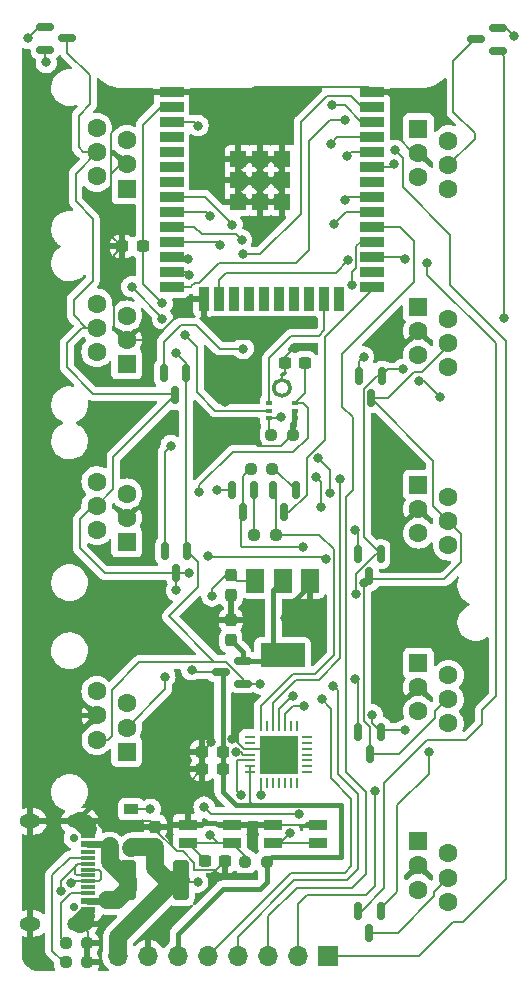
<source format=gbr>
%TF.GenerationSoftware,KiCad,Pcbnew,(6.0.0-0)*%
%TF.CreationDate,2022-03-11T16:11:59+01:00*%
%TF.ProjectId,GlowHubPCB,476c6f77-4875-4625-9043-422e6b696361,rev?*%
%TF.SameCoordinates,Original*%
%TF.FileFunction,Copper,L1,Top*%
%TF.FilePolarity,Positive*%
%FSLAX46Y46*%
G04 Gerber Fmt 4.6, Leading zero omitted, Abs format (unit mm)*
G04 Created by KiCad (PCBNEW (6.0.0-0)) date 2022-03-11 16:11:59*
%MOMM*%
%LPD*%
G01*
G04 APERTURE LIST*
G04 Aperture macros list*
%AMRoundRect*
0 Rectangle with rounded corners*
0 $1 Rounding radius*
0 $2 $3 $4 $5 $6 $7 $8 $9 X,Y pos of 4 corners*
0 Add a 4 corners polygon primitive as box body*
4,1,4,$2,$3,$4,$5,$6,$7,$8,$9,$2,$3,0*
0 Add four circle primitives for the rounded corners*
1,1,$1+$1,$2,$3*
1,1,$1+$1,$4,$5*
1,1,$1+$1,$6,$7*
1,1,$1+$1,$8,$9*
0 Add four rect primitives between the rounded corners*
20,1,$1+$1,$2,$3,$4,$5,0*
20,1,$1+$1,$4,$5,$6,$7,0*
20,1,$1+$1,$6,$7,$8,$9,0*
20,1,$1+$1,$8,$9,$2,$3,0*%
G04 Aperture macros list end*
%TA.AperFunction,EtchedComponent*%
%ADD10C,0.300000*%
%TD*%
%TA.AperFunction,SMDPad,CuDef*%
%ADD11RoundRect,0.250000X-0.400000X-1.450000X0.400000X-1.450000X0.400000X1.450000X-0.400000X1.450000X0*%
%TD*%
%TA.AperFunction,ComponentPad*%
%ADD12R,1.700000X1.700000*%
%TD*%
%TA.AperFunction,ComponentPad*%
%ADD13O,1.700000X1.700000*%
%TD*%
%TA.AperFunction,SMDPad,CuDef*%
%ADD14RoundRect,0.150000X-0.587500X-0.150000X0.587500X-0.150000X0.587500X0.150000X-0.587500X0.150000X0*%
%TD*%
%TA.AperFunction,SMDPad,CuDef*%
%ADD15RoundRect,0.237500X-0.250000X-0.237500X0.250000X-0.237500X0.250000X0.237500X-0.250000X0.237500X0*%
%TD*%
%TA.AperFunction,SMDPad,CuDef*%
%ADD16R,1.500000X0.900000*%
%TD*%
%TA.AperFunction,SMDPad,CuDef*%
%ADD17RoundRect,0.237500X-0.300000X-0.237500X0.300000X-0.237500X0.300000X0.237500X-0.300000X0.237500X0*%
%TD*%
%TA.AperFunction,SMDPad,CuDef*%
%ADD18RoundRect,0.237500X0.250000X0.237500X-0.250000X0.237500X-0.250000X-0.237500X0.250000X-0.237500X0*%
%TD*%
%TA.AperFunction,ComponentPad*%
%ADD19R,1.600000X1.600000*%
%TD*%
%TA.AperFunction,ComponentPad*%
%ADD20C,1.600000*%
%TD*%
%TA.AperFunction,SMDPad,CuDef*%
%ADD21R,1.500000X2.000000*%
%TD*%
%TA.AperFunction,SMDPad,CuDef*%
%ADD22R,3.800000X2.000000*%
%TD*%
%TA.AperFunction,SMDPad,CuDef*%
%ADD23RoundRect,0.150000X-0.150000X0.587500X-0.150000X-0.587500X0.150000X-0.587500X0.150000X0.587500X0*%
%TD*%
%TA.AperFunction,SMDPad,CuDef*%
%ADD24RoundRect,0.150000X0.587500X0.150000X-0.587500X0.150000X-0.587500X-0.150000X0.587500X-0.150000X0*%
%TD*%
%TA.AperFunction,SMDPad,CuDef*%
%ADD25R,0.600000X0.400000*%
%TD*%
%TA.AperFunction,SMDPad,CuDef*%
%ADD26RoundRect,0.040000X0.040000X0.210000X-0.040000X0.210000X-0.040000X-0.210000X0.040000X-0.210000X0*%
%TD*%
%TA.AperFunction,ComponentPad*%
%ADD27C,0.700000*%
%TD*%
%TA.AperFunction,SMDPad,CuDef*%
%ADD28R,1.300000X0.600000*%
%TD*%
%TA.AperFunction,SMDPad,CuDef*%
%ADD29R,1.300000X0.300000*%
%TD*%
%TA.AperFunction,ComponentPad*%
%ADD30O,2.200000X1.200000*%
%TD*%
%TA.AperFunction,ComponentPad*%
%ADD31O,1.800000X1.200000*%
%TD*%
%TA.AperFunction,SMDPad,CuDef*%
%ADD32RoundRect,0.237500X-0.237500X0.300000X-0.237500X-0.300000X0.237500X-0.300000X0.237500X0.300000X0*%
%TD*%
%TA.AperFunction,SMDPad,CuDef*%
%ADD33RoundRect,0.237500X0.300000X0.237500X-0.300000X0.237500X-0.300000X-0.237500X0.300000X-0.237500X0*%
%TD*%
%TA.AperFunction,SMDPad,CuDef*%
%ADD34RoundRect,0.237500X0.237500X-0.300000X0.237500X0.300000X-0.237500X0.300000X-0.237500X-0.300000X0*%
%TD*%
%TA.AperFunction,SMDPad,CuDef*%
%ADD35R,1.200000X0.900000*%
%TD*%
%TA.AperFunction,SMDPad,CuDef*%
%ADD36R,0.900000X0.250000*%
%TD*%
%TA.AperFunction,SMDPad,CuDef*%
%ADD37R,0.250000X0.900000*%
%TD*%
%TA.AperFunction,SMDPad,CuDef*%
%ADD38R,3.250000X3.250000*%
%TD*%
%TA.AperFunction,ComponentPad*%
%ADD39C,0.300000*%
%TD*%
%TA.AperFunction,SMDPad,CuDef*%
%ADD40R,1.330000X1.330000*%
%TD*%
%TA.AperFunction,SMDPad,CuDef*%
%ADD41R,2.000000X0.900000*%
%TD*%
%TA.AperFunction,SMDPad,CuDef*%
%ADD42R,0.900000X2.000000*%
%TD*%
%TA.AperFunction,ViaPad*%
%ADD43C,0.800000*%
%TD*%
%TA.AperFunction,Conductor*%
%ADD44C,0.160000*%
%TD*%
%TA.AperFunction,Conductor*%
%ADD45C,0.400000*%
%TD*%
%TA.AperFunction,Conductor*%
%ADD46C,0.300000*%
%TD*%
%TA.AperFunction,Conductor*%
%ADD47C,0.200000*%
%TD*%
%TA.AperFunction,Conductor*%
%ADD48C,1.500000*%
%TD*%
%TA.AperFunction,Conductor*%
%ADD49C,0.600000*%
%TD*%
G04 APERTURE END LIST*
D10*
%TO.C,MK1*%
X76248200Y-83324000D02*
G75*
G03*
X76248200Y-83324000I-675000J0D01*
G01*
%TD*%
D11*
%TO.P,F1,1*%
%TO.N,Net-(USB1-PadA4B9)*%
X62576000Y-125024600D03*
%TO.P,F1,2*%
%TO.N,+5V*%
X67026000Y-125024600D03*
%TD*%
D12*
%TO.P,J1,1,Pin_1*%
%TO.N,IO12{slash}MISO*%
X79471000Y-131414600D03*
D13*
%TO.P,J1,2,Pin_2*%
%TO.N,IO13{slash}MOSI*%
X76931000Y-131414600D03*
%TO.P,J1,3,Pin_3*%
%TO.N,IO5*%
X74391000Y-131414600D03*
%TO.P,J1,4,Pin_4*%
%TO.N,IO25{slash}A1{slash}DAC1*%
X71851000Y-131414600D03*
%TO.P,J1,5,Pin_5*%
%TO.N,IO26{slash}A0{slash}DAC2*%
X69311000Y-131414600D03*
%TO.P,J1,6,Pin_6*%
%TO.N,+3V3*%
X66771000Y-131414600D03*
%TO.P,J1,7,Pin_7*%
%TO.N,GND*%
X64231000Y-131414600D03*
%TO.P,J1,8,Pin_8*%
%TO.N,+5V*%
X61691000Y-131414600D03*
%TD*%
D14*
%TO.P,Q4,1,G*%
%TO.N,RECEIVER 5V*%
X55533500Y-52784600D03*
%TO.P,Q4,2,S*%
%TO.N,IO22{slash}LED6*%
X55533500Y-54684600D03*
%TO.P,Q4,3,D*%
%TO.N,LED1 DATA OUT*%
X57408500Y-53734600D03*
%TD*%
D15*
%TO.P,R17,1*%
%TO.N,RTS*%
X72933500Y-90184300D03*
%TO.P,R17,2*%
%TO.N,Net-(Q2-Pad1)*%
X74758500Y-90184300D03*
%TD*%
D16*
%TO.P,SW2,1,1*%
%TO.N,GND*%
X71381000Y-120344600D03*
X67581000Y-120344600D03*
%TO.P,SW2,2,2*%
%TO.N,RESET*%
X67581000Y-121844600D03*
X71381000Y-121844600D03*
%TD*%
D17*
%TO.P,C19,1*%
%TO.N,GND*%
X75801800Y-81190400D03*
%TO.P,C19,2*%
%TO.N,+3V3*%
X77526800Y-81190400D03*
%TD*%
D18*
%TO.P,R2,1*%
%TO.N,GND*%
X59103500Y-130364600D03*
%TO.P,R2,2*%
%TO.N,USB-C CC2*%
X57278500Y-130364600D03*
%TD*%
D19*
%TO.P,RJ1,1,1*%
%TO.N,unconnected-(RJ1-Pad1)*%
X87133671Y-121718749D03*
D20*
%TO.P,RJ1,2,2*%
%TO.N,unconnected-(RJ1-Pad2)*%
X89673676Y-122738815D03*
%TO.P,RJ1,3,3*%
%TO.N,GND*%
X87133671Y-123758881D03*
%TO.P,RJ1,4,4*%
%TO.N,LED1 DATA OUT*%
X89673676Y-124778693D03*
%TO.P,RJ1,5,5*%
%TO.N,EXTERNAL 5V*%
X87133671Y-125798759D03*
%TO.P,RJ1,6,6*%
%TO.N,unconnected-(RJ1-Pad6)*%
X89673676Y-126818825D03*
%TD*%
D21*
%TO.P,U6,1,GND*%
%TO.N,GND*%
X77924000Y-99655800D03*
%TO.P,U6,2,Vout*%
%TO.N,Net-(C17-Pad2)*%
X75624000Y-99655800D03*
%TO.P,U6,3,Vin*%
%TO.N,+5V*%
X73324000Y-99655800D03*
D22*
%TO.P,U6,4,Vout*%
%TO.N,Net-(C17-Pad2)*%
X75624000Y-105955800D03*
%TD*%
D23*
%TO.P,Q3,1*%
%TO.N,Net-(Q3-Pad1)*%
X73246600Y-91990000D03*
%TO.P,Q3,2*%
%TO.N,RESET*%
X71346600Y-91990000D03*
%TO.P,Q3,3*%
%TO.N,RTS*%
X72296600Y-93865000D03*
%TD*%
D19*
%TO.P,RJ9,1,1*%
%TO.N,unconnected-(RJ9-Pad1)*%
X62437929Y-114118851D03*
D20*
%TO.P,RJ9,2,2*%
%TO.N,RECEIVER 5V*%
X59897924Y-113098785D03*
%TO.P,RJ9,3,3*%
%TO.N,LED1 DATA OUT*%
X62437929Y-112078719D03*
%TO.P,RJ9,4,4*%
%TO.N,GND*%
X59897924Y-111058907D03*
%TO.P,RJ9,5,5*%
%TO.N,unconnected-(RJ9-Pad5)*%
X62437929Y-110038841D03*
%TO.P,RJ9,6,6*%
%TO.N,unconnected-(RJ9-Pad6)*%
X59897924Y-109018775D03*
%TD*%
D24*
%TO.P,Q5,1,G*%
%TO.N,RECEIVER 5V*%
X72268900Y-108353200D03*
%TO.P,Q5,2,S*%
%TO.N,Net-(C17-Pad2)*%
X72268900Y-106453200D03*
%TO.P,Q5,3,D*%
%TO.N,+3V3*%
X70393900Y-107403200D03*
%TD*%
D23*
%TO.P,Q1,1,G*%
%TO.N,RECEIVER 5V*%
X83931000Y-97397100D03*
%TO.P,Q1,2,S*%
%TO.N,IO18{slash}LED3*%
X82031000Y-97397100D03*
%TO.P,Q1,3,D*%
%TO.N,LED1 DATA OUT*%
X82981000Y-99272100D03*
%TD*%
D25*
%TO.P,MK1,1,LR*%
%TO.N,GND*%
X76648200Y-85899000D03*
%TO.P,MK1,2,CONFIG*%
X76648200Y-85249000D03*
%TO.P,MK1,3,VDD*%
%TO.N,+3V3*%
X76648200Y-84599000D03*
D26*
%TO.P,MK1,4,GND*%
%TO.N,GND*%
X75573200Y-82522200D03*
D25*
%TO.P,MK1,5,WS*%
%TO.N,IO15{slash}WS*%
X74498200Y-84599000D03*
%TO.P,MK1,6,SCK*%
%TO.N,IO14{slash}SCK*%
X74498200Y-85249000D03*
%TO.P,MK1,7,SD*%
%TO.N,IO32{slash}SD*%
X74498200Y-85899000D03*
%TD*%
D27*
%TO.P,USB1,*%
%TO.N,*%
X57943500Y-121464600D03*
X57943500Y-127244600D03*
D28*
%TO.P,USB1,A1B12,GND*%
%TO.N,GND*%
X59183500Y-121154600D03*
%TO.P,USB1,A4B9,VBUS*%
%TO.N,Net-(USB1-PadA4B9)*%
X59183500Y-121954600D03*
D29*
%TO.P,USB1,A5,CC1*%
%TO.N,USB-C CC1*%
X59183500Y-123104600D03*
%TO.P,USB1,A6,DP1*%
%TO.N,USB-C DATA+*%
X59183500Y-124104600D03*
%TO.P,USB1,A7,DN1*%
%TO.N,USB-C DATA-*%
X59183500Y-124604600D03*
%TO.P,USB1,A8,SBU1*%
%TO.N,unconnected-(USB1-PadA8)*%
X59183500Y-125604600D03*
D28*
%TO.P,USB1,B1A12,GND*%
%TO.N,GND*%
X59183500Y-127554600D03*
%TO.P,USB1,B4A9,VBUS*%
%TO.N,Net-(USB1-PadA4B9)*%
X59183500Y-126754600D03*
D29*
%TO.P,USB1,B5,CC2*%
%TO.N,USB-C CC2*%
X59183500Y-126104600D03*
%TO.P,USB1,B6,DP2*%
%TO.N,USB-C DATA+*%
X59183500Y-125104600D03*
%TO.P,USB1,B7,DN2*%
%TO.N,USB-C DATA-*%
X59183500Y-123604600D03*
%TO.P,USB1,B8,SBU2*%
%TO.N,unconnected-(USB1-PadB8)*%
X59183500Y-122604600D03*
D30*
%TO.P,USB1,SHELL,SHELL*%
%TO.N,GND*%
X58443500Y-120034600D03*
X58443500Y-128674600D03*
D31*
X54263500Y-128674600D03*
X54263500Y-120034600D03*
%TD*%
D19*
%TO.P,RJ7,1,1*%
%TO.N,unconnected-(RJ7-Pad1)*%
X62437929Y-81294451D03*
D20*
%TO.P,RJ7,2,2*%
%TO.N,unconnected-(RJ7-Pad2)*%
X59897924Y-80274385D03*
%TO.P,RJ7,3,3*%
%TO.N,GND*%
X62437929Y-79254319D03*
%TO.P,RJ7,4,4*%
%TO.N,LED1 DATA OUT*%
X59897924Y-78234507D03*
%TO.P,RJ7,5,5*%
%TO.N,EXTERNAL 5V*%
X62437929Y-77214441D03*
%TO.P,RJ7,6,6*%
%TO.N,unconnected-(RJ7-Pad6)*%
X59897924Y-76194375D03*
%TD*%
D32*
%TO.P,C17,1*%
%TO.N,GND*%
X71255200Y-102984700D03*
%TO.P,C17,2*%
%TO.N,Net-(C17-Pad2)*%
X71255200Y-104709700D03*
%TD*%
D33*
%TO.P,C20,1*%
%TO.N,+3V3*%
X70560500Y-115607400D03*
%TO.P,C20,2*%
%TO.N,GND*%
X68835500Y-115607400D03*
%TD*%
D18*
%TO.P,R1,1*%
%TO.N,GND*%
X59093500Y-131949000D03*
%TO.P,R1,2*%
%TO.N,USB-C CC1*%
X57268500Y-131949000D03*
%TD*%
%TO.P,R18,1*%
%TO.N,DTR*%
X75063300Y-95746900D03*
%TO.P,R18,2*%
%TO.N,Net-(Q3-Pad1)*%
X73238300Y-95746900D03*
%TD*%
D15*
%TO.P,R16,1*%
%TO.N,IO32{slash}SD*%
X74685000Y-87272000D03*
%TO.P,R16,2*%
%TO.N,GND*%
X76510000Y-87272000D03*
%TD*%
%TO.P,R20,1*%
%TO.N,RESET*%
X72456000Y-123444600D03*
%TO.P,R20,2*%
%TO.N,+3V3*%
X74281000Y-123444600D03*
%TD*%
D23*
%TO.P,Q9,1,G*%
%TO.N,RECEIVER 5V*%
X83941000Y-112437100D03*
%TO.P,Q9,2,S*%
%TO.N,IO17{slash}LED2*%
X82041000Y-112437100D03*
%TO.P,Q9,3,D*%
%TO.N,LED1 DATA OUT*%
X82991000Y-114312100D03*
%TD*%
D16*
%TO.P,SW1,1,1*%
%TO.N,GND*%
X78620000Y-120344600D03*
X74820000Y-120344600D03*
%TO.P,SW1,2,2*%
%TO.N,IO33{slash}TESTBUTTON*%
X74820000Y-121844600D03*
X78620000Y-121844600D03*
%TD*%
D34*
%TO.P,C16,1*%
%TO.N,GND*%
X71255200Y-100899700D03*
%TO.P,C16,2*%
%TO.N,+5V*%
X71255200Y-99174700D03*
%TD*%
D17*
%TO.P,C15,1*%
%TO.N,GND*%
X68835500Y-114108800D03*
%TO.P,C15,2*%
%TO.N,+3V3*%
X70560500Y-114108800D03*
%TD*%
D19*
%TO.P,RJ4,1,1*%
%TO.N,unconnected-(RJ4-Pad1)*%
X87133671Y-76455949D03*
D20*
%TO.P,RJ4,2,2*%
%TO.N,unconnected-(RJ4-Pad2)*%
X89673676Y-77476015D03*
%TO.P,RJ4,3,3*%
%TO.N,GND*%
X87133671Y-78496081D03*
%TO.P,RJ4,4,4*%
%TO.N,LED1 DATA OUT*%
X89673676Y-79515893D03*
%TO.P,RJ4,5,5*%
%TO.N,EXTERNAL 5V*%
X87133671Y-80535959D03*
%TO.P,RJ4,6,6*%
%TO.N,unconnected-(RJ4-Pad6)*%
X89673676Y-81556025D03*
%TD*%
D35*
%TO.P,D9,1,K*%
%TO.N,EXTERNAL 5V*%
X62797000Y-119012000D03*
%TO.P,D9,2,A*%
%TO.N,+5V*%
X62797000Y-122312000D03*
%TD*%
D23*
%TO.P,Q6,1,G*%
%TO.N,RECEIVER 5V*%
X83931000Y-127587100D03*
%TO.P,Q6,2,S*%
%TO.N,IO16{slash}LED1*%
X82031000Y-127587100D03*
%TO.P,Q6,3,D*%
%TO.N,LED1 DATA OUT*%
X82981000Y-129462100D03*
%TD*%
D36*
%TO.P,U5,1,DCD*%
%TO.N,unconnected-(U5-Pad1)*%
X72911387Y-112862801D03*
%TO.P,U5,2,RI*%
%TO.N,unconnected-(U5-Pad2)*%
X72911387Y-113362801D03*
%TO.P,U5,3,GND*%
%TO.N,GND*%
X72911387Y-113862801D03*
%TO.P,U5,4,D+*%
%TO.N,USB-C DATA+*%
X72911387Y-114362801D03*
%TO.P,U5,5,D-*%
%TO.N,USB-C DATA-*%
X72911387Y-114862800D03*
%TO.P,U5,6,VDD*%
%TO.N,+3V3*%
X72911387Y-115362800D03*
%TO.P,U5,7,REGIN*%
X72911387Y-115862800D03*
D37*
%TO.P,U5,8,VBUS*%
%TO.N,+5V*%
X73811401Y-116762814D03*
%TO.P,U5,9,~{RST}*%
%TO.N,unconnected-(U5-Pad9)*%
X74311401Y-116762814D03*
%TO.P,U5,10,NC*%
%TO.N,unconnected-(U5-Pad10)*%
X74811401Y-116762814D03*
%TO.P,U5,11,~{SUSPEND}*%
%TO.N,unconnected-(U5-Pad11)*%
X75311401Y-116762814D03*
%TO.P,U5,12,SUSPEND*%
%TO.N,unconnected-(U5-Pad12)*%
X75811400Y-116762814D03*
%TO.P,U5,13,NC*%
%TO.N,unconnected-(U5-Pad13)*%
X76311400Y-116762814D03*
%TO.P,U5,14,NC*%
%TO.N,unconnected-(U5-Pad14)*%
X76811400Y-116762814D03*
D36*
%TO.P,U5,15,NC*%
%TO.N,unconnected-(U5-Pad15)*%
X77711414Y-115862800D03*
%TO.P,U5,16,NC*%
%TO.N,unconnected-(U5-Pad16)*%
X77711414Y-115362800D03*
%TO.P,U5,17,NC*%
%TO.N,unconnected-(U5-Pad17)*%
X77711414Y-114862800D03*
%TO.P,U5,18,NC*%
%TO.N,unconnected-(U5-Pad18)*%
X77711414Y-114362801D03*
%TO.P,U5,19,NC*%
%TO.N,unconnected-(U5-Pad19)*%
X77711414Y-113862801D03*
%TO.P,U5,20,NC*%
%TO.N,unconnected-(U5-Pad20)*%
X77711414Y-113362801D03*
%TO.P,U5,21,NC*%
%TO.N,unconnected-(U5-Pad21)*%
X77711414Y-112862801D03*
D37*
%TO.P,U5,22,NC*%
%TO.N,unconnected-(U5-Pad22)*%
X76811400Y-111962787D03*
%TO.P,U5,23,CTS*%
%TO.N,unconnected-(U5-Pad23)*%
X76311400Y-111962787D03*
%TO.P,U5,24,RTS*%
%TO.N,RTS*%
X75811400Y-111962787D03*
%TO.P,U5,25,RXD*%
%TO.N,TXD0*%
X75311401Y-111962787D03*
%TO.P,U5,26,TXD*%
%TO.N,RXD0*%
X74811401Y-111962787D03*
%TO.P,U5,27,DSR*%
%TO.N,unconnected-(U5-Pad27)*%
X74311401Y-111962787D03*
%TO.P,U5,28,DTR*%
%TO.N,DTR*%
X73811401Y-111962787D03*
D38*
%TO.P,U5,29,GND_PAD*%
%TO.N,GND*%
X75311400Y-114362800D03*
%TD*%
D19*
%TO.P,RJ2,1,1*%
%TO.N,unconnected-(RJ2-Pad1)*%
X87133671Y-106631149D03*
D20*
%TO.P,RJ2,2,2*%
%TO.N,unconnected-(RJ2-Pad2)*%
X89673676Y-107651215D03*
%TO.P,RJ2,3,3*%
%TO.N,GND*%
X87133671Y-108671281D03*
%TO.P,RJ2,4,4*%
%TO.N,LED1 DATA OUT*%
X89673676Y-109691093D03*
%TO.P,RJ2,5,5*%
%TO.N,EXTERNAL 5V*%
X87133671Y-110711159D03*
%TO.P,RJ2,6,6*%
%TO.N,unconnected-(RJ2-Pad6)*%
X89673676Y-111731225D03*
%TD*%
D33*
%TO.P,C5,1*%
%TO.N,+3V3*%
X63783500Y-71344600D03*
%TO.P,C5,2*%
%TO.N,GND*%
X62058500Y-71344600D03*
%TD*%
D19*
%TO.P,RJ6,1,1*%
%TO.N,unconnected-(RJ6-Pad1)*%
X62437929Y-66443051D03*
D20*
%TO.P,RJ6,2,2*%
%TO.N,unconnected-(RJ6-Pad2)*%
X59897924Y-65422985D03*
%TO.P,RJ6,3,3*%
%TO.N,GND*%
X62437929Y-64402919D03*
%TO.P,RJ6,4,4*%
%TO.N,LED1 DATA OUT*%
X59897924Y-63383107D03*
%TO.P,RJ6,5,5*%
%TO.N,EXTERNAL 5V*%
X62437929Y-62363041D03*
%TO.P,RJ6,6,6*%
%TO.N,unconnected-(RJ6-Pad6)*%
X59897924Y-61342975D03*
%TD*%
D19*
%TO.P,RJ3,1,1*%
%TO.N,unconnected-(RJ3-Pad1)*%
X87133671Y-91543549D03*
D20*
%TO.P,RJ3,2,2*%
%TO.N,unconnected-(RJ3-Pad2)*%
X89673676Y-92563615D03*
%TO.P,RJ3,3,3*%
%TO.N,GND*%
X87133671Y-93583681D03*
%TO.P,RJ3,4,4*%
%TO.N,LED1 DATA OUT*%
X89673676Y-94603493D03*
%TO.P,RJ3,5,5*%
%TO.N,EXTERNAL 5V*%
X87133671Y-95623559D03*
%TO.P,RJ3,6,6*%
%TO.N,unconnected-(RJ3-Pad6)*%
X89673676Y-96643625D03*
%TD*%
D23*
%TO.P,Q2,1*%
%TO.N,Net-(Q2-Pad1)*%
X76726400Y-91990000D03*
%TO.P,Q2,2*%
%TO.N,DTR*%
X74826400Y-91990000D03*
%TO.P,Q2,3*%
%TO.N,IO0*%
X75776400Y-93865000D03*
%TD*%
D20*
%TO.P,RJ5,6,6*%
%TO.N,unconnected-(RJ5-Pad6)*%
X89673676Y-66468425D03*
%TO.P,RJ5,5,5*%
%TO.N,EXTERNAL 5V*%
X87133671Y-65448359D03*
%TO.P,RJ5,4,4*%
%TO.N,LED1 DATA OUT*%
X89673676Y-64428293D03*
%TO.P,RJ5,3,3*%
%TO.N,GND*%
X87133671Y-63408481D03*
%TO.P,RJ5,2,2*%
%TO.N,unconnected-(RJ5-Pad2)*%
X89673676Y-62388415D03*
D19*
%TO.P,RJ5,1,1*%
%TO.N,unconnected-(RJ5-Pad1)*%
X87133671Y-61368349D03*
%TD*%
D33*
%TO.P,C18,1*%
%TO.N,GND*%
X70763500Y-123414600D03*
%TO.P,C18,2*%
%TO.N,RESET*%
X69038500Y-123414600D03*
%TD*%
D39*
%TO.P,U2,39_21,GND*%
%TO.N,GND*%
X74645000Y-67596650D03*
%TO.P,U2,39_20,GND*%
X72810000Y-67596650D03*
%TO.P,U2,39_19,GND*%
X75562500Y-66679150D03*
%TO.P,U2,39_18,GND*%
X73727500Y-66679150D03*
%TO.P,U2,39_17,GND*%
X71892500Y-66679150D03*
%TO.P,U2,39_16,GND*%
X74645000Y-65761650D03*
%TO.P,U2,39_15,GND*%
X72810000Y-65761650D03*
%TO.P,U2,39_14,GND*%
X75562500Y-64844150D03*
%TO.P,U2,39_13,GND*%
X73727500Y-64844150D03*
%TO.P,U2,39_12,GND*%
X71892500Y-64844150D03*
%TO.P,U2,39_11,GND*%
X74645000Y-63926650D03*
%TO.P,U2,39_10,GND*%
X72810000Y-63926650D03*
D40*
%TO.P,U2,39_9,GND*%
X75562500Y-67596650D03*
%TO.P,U2,39_8,GND*%
X73727500Y-67596650D03*
%TO.P,U2,39_7,GND*%
X71892500Y-67596650D03*
%TO.P,U2,39_6,GND*%
X75562500Y-65761650D03*
%TO.P,U2,39_5,GND*%
X73727500Y-65761650D03*
%TO.P,U2,39_4,GND*%
X71892500Y-65761650D03*
%TO.P,U2,39_3,GND*%
X75562500Y-63926650D03*
%TO.P,U2,39_2,GND*%
X73727500Y-63926650D03*
%TO.P,U2,39_1,GND*%
X71892500Y-63926650D03*
D41*
%TO.P,U2,38,GND*%
X83227500Y-58261650D03*
%TO.P,U2,37,IO23*%
%TO.N,IO23{slash}LED7*%
X83227500Y-59531650D03*
%TO.P,U2,36,IO22*%
%TO.N,IO22{slash}LED6*%
X83227500Y-60801650D03*
%TO.P,U2,35,TXD0*%
%TO.N,TXD0*%
X83227500Y-62071650D03*
%TO.P,U2,34,RXD0*%
%TO.N,RXD0*%
X83227500Y-63341650D03*
%TO.P,U2,33,IO21*%
%TO.N,IO21{slash}LED5*%
X83227500Y-64611650D03*
%TO.P,U2,32,NC1*%
%TO.N,unconnected-(U2-Pad32)*%
X83227500Y-65881650D03*
%TO.P,U2,31,IO19*%
%TO.N,IO19{slash}LED4*%
X83227500Y-67151650D03*
%TO.P,U2,30,IO18*%
%TO.N,IO18{slash}LED3*%
X83227500Y-68421650D03*
%TO.P,U2,29,IO5*%
%TO.N,IO5*%
X83227500Y-69691650D03*
%TO.P,U2,28,IO17*%
%TO.N,IO17{slash}LED2*%
X83227500Y-70961650D03*
%TO.P,U2,27,IO16*%
%TO.N,IO16{slash}LED1*%
X83227500Y-72231650D03*
%TO.P,U2,26,IO4*%
%TO.N,IO4{slash}A5*%
X83227500Y-73501650D03*
%TO.P,U2,25,IO0*%
%TO.N,IO0*%
X83227500Y-74771650D03*
D42*
%TO.P,U2,24,IO2*%
%TO.N,IO2*%
X80442500Y-75771650D03*
%TO.P,U2,23,IO15*%
%TO.N,IO15{slash}WS*%
X79172500Y-75771650D03*
%TO.P,U2,22,NC*%
%TO.N,unconnected-(U2-Pad22)*%
X77902500Y-75771650D03*
%TO.P,U2,21,NC*%
%TO.N,unconnected-(U2-Pad21)*%
X76632500Y-75771650D03*
%TO.P,U2,20,NC*%
%TO.N,unconnected-(U2-Pad20)*%
X75362500Y-75771650D03*
%TO.P,U2,19,NC*%
%TO.N,unconnected-(U2-Pad19)*%
X74092500Y-75771650D03*
%TO.P,U2,18,NC*%
%TO.N,unconnected-(U2-Pad18)*%
X72822500Y-75771650D03*
%TO.P,U2,17,NC*%
%TO.N,unconnected-(U2-Pad17)*%
X71552500Y-75771650D03*
%TO.P,U2,16,IO13*%
%TO.N,IO13{slash}MOSI*%
X70282500Y-75771650D03*
%TO.P,U2,15,GND*%
%TO.N,GND*%
X69012500Y-75771650D03*
D41*
%TO.P,U2,14,IO12*%
%TO.N,IO12{slash}MISO*%
X66227500Y-74771650D03*
%TO.P,U2,13,IO14*%
%TO.N,IO14{slash}SCK*%
X66227500Y-73501650D03*
%TO.P,U2,12,IO27*%
%TO.N,IO27{slash}LED8*%
X66227500Y-72231650D03*
%TO.P,U2,11,IO26*%
%TO.N,IO26{slash}A0{slash}DAC2*%
X66227500Y-70961650D03*
%TO.P,U2,10,IO25*%
%TO.N,IO25{slash}A1{slash}DAC1*%
X66227500Y-69691650D03*
%TO.P,U2,9,IO33*%
%TO.N,IO33{slash}TESTBUTTON*%
X66227500Y-68421650D03*
%TO.P,U2,8,IO32*%
%TO.N,IO32{slash}SD*%
X66227500Y-67151650D03*
%TO.P,U2,7,IO35*%
%TO.N,IO35*%
X66227500Y-65881650D03*
%TO.P,U2,6,IO34*%
%TO.N,I34{slash}A2*%
X66227500Y-64611650D03*
%TO.P,U2,5,SENSOR_VN*%
%TO.N,I39{slash}A3{slash}SENSOR_VN*%
X66227500Y-63341650D03*
%TO.P,U2,4,SENSOR_VP*%
%TO.N,IO36{slash}A4{slash}SENSOR_VP*%
X66227500Y-62071650D03*
%TO.P,U2,3,EN*%
%TO.N,RESET*%
X66227500Y-60801650D03*
%TO.P,U2,2,3V3*%
%TO.N,+3V3*%
X66227500Y-59531650D03*
%TO.P,U2,1,GND*%
%TO.N,GND*%
X66227500Y-58261650D03*
%TD*%
D34*
%TO.P,C1,1*%
%TO.N,+5V*%
X64851000Y-122217100D03*
%TO.P,C1,2*%
%TO.N,GND*%
X64851000Y-120492100D03*
%TD*%
D24*
%TO.P,Q10,1,G*%
%TO.N,RECEIVER 5V*%
X93898500Y-54774600D03*
%TO.P,Q10,2,S*%
%TO.N,IO21{slash}LED5*%
X93898500Y-52874600D03*
%TO.P,Q10,3,D*%
%TO.N,LED1 DATA OUT*%
X92023500Y-53824600D03*
%TD*%
D23*
%TO.P,Q8,1,G*%
%TO.N,RECEIVER 5V*%
X67461000Y-82067100D03*
%TO.P,Q8,2,S*%
%TO.N,IO23{slash}LED7*%
X65561000Y-82067100D03*
%TO.P,Q8,3,D*%
%TO.N,LED1 DATA OUT*%
X66511000Y-83942100D03*
%TD*%
%TO.P,Q7,1,G*%
%TO.N,RECEIVER 5V*%
X84031000Y-82317100D03*
%TO.P,Q7,2,S*%
%TO.N,IO19{slash}LED4*%
X82131000Y-82317100D03*
%TO.P,Q7,3,D*%
%TO.N,LED1 DATA OUT*%
X83081000Y-84192100D03*
%TD*%
%TO.P,Q11,1,G*%
%TO.N,RECEIVER 5V*%
X67561000Y-97117100D03*
%TO.P,Q11,2,S*%
%TO.N,IO27{slash}LED8*%
X65661000Y-97117100D03*
%TO.P,Q11,3,D*%
%TO.N,LED1 DATA OUT*%
X66611000Y-98992100D03*
%TD*%
D19*
%TO.P,RJ8,1,1*%
%TO.N,unconnected-(RJ8-Pad1)*%
X62437929Y-96364251D03*
D20*
%TO.P,RJ8,2,2*%
%TO.N,unconnected-(RJ8-Pad2)*%
X59897924Y-95344185D03*
%TO.P,RJ8,3,3*%
%TO.N,GND*%
X62437929Y-94324119D03*
%TO.P,RJ8,4,4*%
%TO.N,LED1 DATA OUT*%
X59897924Y-93304307D03*
%TO.P,RJ8,5,5*%
%TO.N,EXTERNAL 5V*%
X62437929Y-92284241D03*
%TO.P,RJ8,6,6*%
%TO.N,unconnected-(RJ8-Pad6)*%
X59897924Y-91264175D03*
%TD*%
D43*
%TO.N,IO21{slash}LED5*%
X85021000Y-64374600D03*
X95201000Y-53554600D03*
%TO.N,IO22{slash}LED6*%
X79811000Y-59374600D03*
X55621000Y-55764600D03*
%TO.N,IO23{slash}LED7*%
X72291000Y-79994600D03*
X72271000Y-71964600D03*
%TO.N,IO27{slash}LED8*%
X67651000Y-72374600D03*
X66191000Y-88204600D03*
%TO.N,IO19{slash}LED4*%
X80951000Y-67424600D03*
X82481000Y-80704600D03*
%TO.N,IO18{slash}LED3*%
X79981000Y-69424600D03*
X81801000Y-95384600D03*
%TO.N,IO17{slash}LED2*%
X81541000Y-74624600D03*
X81741000Y-107954600D03*
%TO.N,+3V3*%
X65431000Y-76174600D03*
%TO.N,LED1 DATA OUT*%
X82541489Y-99874600D03*
X79291500Y-97824600D03*
X69311000Y-97584600D03*
X67721011Y-98954600D03*
%TO.N,GND*%
X71621000Y-86224600D03*
X70751000Y-84514600D03*
X74421000Y-79174600D03*
X76581000Y-79964600D03*
%TO.N,+3V3*%
X68581000Y-92114600D03*
X67931000Y-107194600D03*
%TO.N,GND*%
X66611000Y-104844600D03*
X67721000Y-103014600D03*
%TO.N,+5V*%
X69661000Y-100934600D03*
%TO.N,GND*%
X73671000Y-102744600D03*
X75821000Y-102764600D03*
%TO.N,RTS*%
X77451000Y-110254600D03*
X77361000Y-96834600D03*
%TO.N,RECEIVER 5V*%
X54051000Y-53714600D03*
X65461000Y-77454600D03*
X62861000Y-74764600D03*
X66591000Y-80354600D03*
X81861989Y-100794600D03*
X85835500Y-81754600D03*
X87221000Y-82764600D03*
X88921000Y-84124600D03*
X94341000Y-77404600D03*
%TO.N,LED1 DATA OUT*%
X66631000Y-100474600D03*
X65661000Y-107774600D03*
%TO.N,IO16{slash}LED1*%
X85961000Y-72384600D03*
X87881000Y-72764600D03*
%TO.N,RECEIVER 5V*%
X85980500Y-112274600D03*
X87991000Y-114154600D03*
%TO.N,IO12{slash}MISO*%
X80901000Y-60604600D03*
X85161000Y-63194600D03*
%TO.N,IO13{slash}MOSI*%
X83461000Y-117424600D03*
X81200500Y-72524600D03*
%TO.N,IO25{slash}A1{slash}DAC1*%
X72151000Y-70794600D03*
X78641000Y-89284600D03*
X79631000Y-92184600D03*
X79931000Y-108564600D03*
%TO.N,IO32{slash}SD*%
X75521000Y-85784600D03*
X71351000Y-69534600D03*
%TO.N,IO14{slash}SCK*%
X67741000Y-73734600D03*
X67351000Y-78834600D03*
%TO.N,IO26{slash}A0{slash}DAC2*%
X70301000Y-71194600D03*
X78431000Y-90874600D03*
X78841000Y-93374600D03*
X78931000Y-109704600D03*
%TO.N,TXD0*%
X76541000Y-109404600D03*
X79691000Y-62644600D03*
%TO.N,RXD0*%
X81071000Y-63684600D03*
X80521000Y-91024600D03*
%TO.N,GND*%
X69560500Y-113344600D03*
X71381000Y-113064600D03*
%TO.N,RECEIVER 5V*%
X83221000Y-111004600D03*
X73711000Y-108364600D03*
%TO.N,IO33{slash}TESTBUTTON*%
X76261000Y-121024100D03*
X69481000Y-68764600D03*
%TO.N,EXTERNAL 5V*%
X68981000Y-118814600D03*
X77031000Y-119424100D03*
X64441000Y-118994600D03*
%TO.N,+5V*%
X68451000Y-125154600D03*
X73801000Y-117784600D03*
%TO.N,USB-C DATA-*%
X72081332Y-117825100D03*
X56841000Y-125884600D03*
%TO.N,USB-C DATA+*%
X57681000Y-125284600D03*
X71697500Y-114171271D03*
%TO.N,RESET*%
X68461000Y-61114600D03*
X70111000Y-91964600D03*
X69511000Y-121174600D03*
%TD*%
D44*
%TO.N,IO21{slash}LED5*%
X84783950Y-64611650D02*
X83227500Y-64611650D01*
X85021000Y-64374600D02*
X84783950Y-64611650D01*
%TO.N,IO12{slash}MISO*%
X79471000Y-131414600D02*
X87211000Y-131414600D01*
X87211000Y-131414600D02*
X90091000Y-128534600D01*
X90091000Y-128534600D02*
X90891000Y-128534600D01*
X90891000Y-128534600D02*
X94551000Y-124874600D01*
X94551000Y-124874600D02*
X94551000Y-79334600D01*
X94551000Y-79334600D02*
X90921000Y-75704600D01*
X90921000Y-75704600D02*
X90901000Y-75704600D01*
X90901000Y-75704600D02*
X89811000Y-74614600D01*
X89811000Y-74614600D02*
X89811000Y-70344600D01*
X89811000Y-70344600D02*
X85801000Y-66334600D01*
X85801000Y-66334600D02*
X85801000Y-63834600D01*
X85801000Y-63834600D02*
X85161000Y-63194600D01*
%TO.N,IO21{slash}LED5*%
X94521000Y-52874600D02*
X95201000Y-53554600D01*
X93898500Y-52874600D02*
X94521000Y-52874600D01*
%TO.N,IO22{slash}LED6*%
X79811000Y-59374600D02*
X80881000Y-59374600D01*
X82308050Y-60801650D02*
X83227500Y-60801650D01*
X80881000Y-59374600D02*
X82308050Y-60801650D01*
%TO.N,IO23{slash}LED7*%
X72271000Y-71964600D02*
X73751000Y-71964600D01*
X73751000Y-71964600D02*
X77151000Y-68564600D01*
X77151000Y-68564600D02*
X77151000Y-60794600D01*
X77151000Y-60794600D02*
X79371000Y-58574600D01*
X79371000Y-58574600D02*
X81431000Y-58574600D01*
X81431000Y-58574600D02*
X82388050Y-59531650D01*
X82388050Y-59531650D02*
X83227500Y-59531650D01*
%TO.N,GND*%
X83227500Y-58261650D02*
X82830450Y-57864600D01*
X82830450Y-57864600D02*
X73241000Y-57864600D01*
X71291000Y-59814600D02*
X71291000Y-61364600D01*
X73241000Y-57864600D02*
X71291000Y-59814600D01*
X71291000Y-61364600D02*
X71711000Y-61784600D01*
%TO.N,IO22{slash}LED6*%
X55533500Y-54684600D02*
X55533500Y-55677100D01*
X55533500Y-55677100D02*
X55621000Y-55764600D01*
%TO.N,IO14{slash}SCK*%
X74498200Y-85249000D02*
X69945400Y-85249000D01*
X69945400Y-85249000D02*
X68381000Y-83684600D01*
X68381000Y-83684600D02*
X68381000Y-79864600D01*
X68381000Y-79864600D02*
X67351000Y-78834600D01*
%TO.N,IO23{slash}LED7*%
X65561000Y-82067100D02*
X65561000Y-79404600D01*
X67001000Y-77964600D02*
X68271000Y-77964600D01*
X68271000Y-77964600D02*
X70301000Y-79994600D01*
X70301000Y-79994600D02*
X72291000Y-79994600D01*
X65561000Y-79404600D02*
X67001000Y-77964600D01*
%TO.N,GND*%
X62437929Y-79254319D02*
X64661281Y-79254319D01*
X64661281Y-79254319D02*
X68143950Y-75771650D01*
X68143950Y-75771650D02*
X69012500Y-75771650D01*
%TO.N,IO27{slash}LED8*%
X66370450Y-72374600D02*
X66227500Y-72231650D01*
X65661000Y-88734600D02*
X66191000Y-88204600D01*
X65661000Y-97117100D02*
X65661000Y-88734600D01*
X67651000Y-72374600D02*
X66370450Y-72374600D01*
%TO.N,IO19{slash}LED4*%
X80951000Y-67424600D02*
X81223950Y-67151650D01*
X82131000Y-82317100D02*
X82131000Y-81054600D01*
X82131000Y-81054600D02*
X82481000Y-80704600D01*
X81223950Y-67151650D02*
X83227500Y-67151650D01*
%TO.N,IO18{slash}LED3*%
X79981000Y-69424600D02*
X80983950Y-68421650D01*
X80983950Y-68421650D02*
X83227500Y-68421650D01*
X82031000Y-97397100D02*
X82031000Y-95614600D01*
X82031000Y-95614600D02*
X81801000Y-95384600D01*
%TO.N,IO17{slash}LED2*%
X81541000Y-74624600D02*
X81481964Y-74565564D01*
X81481964Y-74565564D02*
X81481964Y-73533636D01*
X81481964Y-73533636D02*
X81880011Y-73135589D01*
X82263950Y-70961650D02*
X83227500Y-70961650D01*
X81880011Y-73135589D02*
X81880011Y-71345589D01*
X81880011Y-71345589D02*
X82263950Y-70961650D01*
%TO.N,IO13{slash}MOSI*%
X70841000Y-73614600D02*
X70282500Y-74173100D01*
X81200500Y-72524600D02*
X80110500Y-73614600D01*
X80110500Y-73614600D02*
X70841000Y-73614600D01*
X70282500Y-74173100D02*
X70282500Y-75771650D01*
%TO.N,IO17{slash}LED2*%
X82041000Y-108254600D02*
X81741000Y-107954600D01*
X82041000Y-112437100D02*
X82041000Y-108254600D01*
%TO.N,+3V3*%
X65431000Y-76174600D02*
X63783500Y-74527100D01*
X63783500Y-74527100D02*
X63783500Y-71344600D01*
%TO.N,LED1 DATA OUT*%
X82541489Y-99711611D02*
X82981000Y-99272100D01*
X69401000Y-97674600D02*
X78121000Y-97674600D01*
X82541489Y-99874600D02*
X82541489Y-99711611D01*
X78121000Y-97674600D02*
X79141500Y-97674600D01*
X79141500Y-97674600D02*
X79291500Y-97824600D01*
%TO.N,DTR*%
X75063300Y-95746900D02*
X78743300Y-95746900D01*
X78743300Y-95746900D02*
X79971000Y-96974600D01*
X79971000Y-96974600D02*
X79971000Y-105954600D01*
X79971000Y-105954600D02*
X78401000Y-107524600D01*
X78401000Y-107524600D02*
X76531000Y-107524600D01*
X76531000Y-107524600D02*
X73811401Y-110244199D01*
X73811401Y-110244199D02*
X73811401Y-111962787D01*
%TO.N,LED1 DATA OUT*%
X69311000Y-97584600D02*
X69401000Y-97674600D01*
%TO.N,RTS*%
X77361000Y-96834600D02*
X77351000Y-96824600D01*
X77351000Y-96824600D02*
X72181000Y-96824600D01*
X72181000Y-96824600D02*
X72071000Y-96714600D01*
X72071000Y-96714600D02*
X72071000Y-94090600D01*
X72071000Y-94090600D02*
X72296600Y-93865000D01*
%TO.N,LED1 DATA OUT*%
X67683511Y-98992100D02*
X67721011Y-98954600D01*
X66308500Y-98992100D02*
X67683511Y-98992100D01*
X66611000Y-98992100D02*
X66308500Y-98992100D01*
X66308500Y-98992100D02*
X60568500Y-98992100D01*
%TO.N,RECEIVER 5V*%
X67561000Y-97117100D02*
X68501000Y-98057100D01*
X68501000Y-98057100D02*
X68501000Y-100164600D01*
X68501000Y-100164600D02*
X66006000Y-102659600D01*
X66006000Y-102659600D02*
X69861000Y-106514600D01*
%TO.N,GND*%
X70751000Y-84514600D02*
X73611000Y-81654600D01*
X71621000Y-86314600D02*
X71621000Y-86224600D01*
X73471000Y-88174600D02*
X73471000Y-88164600D01*
X73611000Y-81654600D02*
X73611000Y-79984600D01*
X72391000Y-87084600D02*
X71621000Y-86314600D01*
X73471000Y-88164600D02*
X72391000Y-87084600D01*
X73611000Y-79984600D02*
X74421000Y-79174600D01*
X73521000Y-88224600D02*
X73471000Y-88174600D01*
X75471000Y-88224600D02*
X73521000Y-88224600D01*
X76510000Y-87272000D02*
X76423600Y-87272000D01*
X76423600Y-87272000D02*
X75471000Y-88224600D01*
X74421000Y-79174600D02*
X70581000Y-79174600D01*
X70581000Y-79174600D02*
X68991000Y-77584600D01*
X75801800Y-80743800D02*
X76581000Y-79964600D01*
X69012500Y-77563100D02*
X69012500Y-75771650D01*
X75801800Y-81190400D02*
X75801800Y-80743800D01*
X68991000Y-77584600D02*
X69012500Y-77563100D01*
%TO.N,+3V3*%
X68581000Y-92114600D02*
X68581000Y-91584600D01*
X71401000Y-88764600D02*
X76551000Y-88764600D01*
X77781000Y-87534600D02*
X77781000Y-84994600D01*
X68581000Y-91584600D02*
X71401000Y-88764600D01*
X76551000Y-88764600D02*
X77781000Y-87534600D01*
X77781000Y-84994600D02*
X77385400Y-84599000D01*
X77385400Y-84599000D02*
X76648200Y-84599000D01*
%TO.N,IO0*%
X75776400Y-93865000D02*
X76196333Y-93865000D01*
X77691000Y-92370333D02*
X77691000Y-89273625D01*
X83227500Y-74995672D02*
X83227500Y-74771650D01*
X76196333Y-93865000D02*
X77691000Y-92370333D01*
X77691000Y-89273625D02*
X79241000Y-87723625D01*
X79241000Y-87723625D02*
X79241000Y-78982172D01*
X79241000Y-78982172D02*
X83227500Y-74995672D01*
%TO.N,+3V3*%
X68139600Y-107403200D02*
X67931000Y-107194600D01*
X70393900Y-107403200D02*
X68139600Y-107403200D01*
D45*
%TO.N,GND*%
X58171000Y-110844600D02*
X58385307Y-111058907D01*
X71255200Y-102984700D02*
X67750900Y-102984700D01*
D44*
X67750900Y-102984700D02*
X67721000Y-103014600D01*
D45*
X58171000Y-107954600D02*
X58171000Y-110844600D01*
X66611000Y-104844600D02*
X61281000Y-104844600D01*
X61281000Y-104844600D02*
X58171000Y-107954600D01*
X58385307Y-111058907D02*
X59897924Y-111058907D01*
D44*
%TO.N,+5V*%
X69621000Y-100374600D02*
X69621000Y-100894600D01*
X71255200Y-99174700D02*
X70820900Y-99174700D01*
X70820900Y-99174700D02*
X69621000Y-100374600D01*
X69621000Y-100894600D02*
X69661000Y-100934600D01*
D45*
%TO.N,GND*%
X73671000Y-102744600D02*
X73430900Y-102984700D01*
X73430900Y-102984700D02*
X71255200Y-102984700D01*
%TO.N,Net-(C17-Pad2)*%
X75624000Y-105955800D02*
X74841000Y-105172800D01*
X74841000Y-105172800D02*
X74841000Y-100438800D01*
X74841000Y-100438800D02*
X75624000Y-99655800D01*
%TO.N,GND*%
X75821000Y-102114600D02*
X77924000Y-100011600D01*
X75821000Y-102764600D02*
X75821000Y-102114600D01*
D44*
X77924000Y-100011600D02*
X77924000Y-99655800D01*
X71255200Y-100899700D02*
X71255200Y-102984700D01*
%TO.N,+5V*%
X73324000Y-99655800D02*
X71736300Y-99655800D01*
X71736300Y-99655800D02*
X71255200Y-99174700D01*
%TO.N,RTS*%
X76511000Y-110254600D02*
X77451000Y-110254600D01*
X76271000Y-110494600D02*
X76511000Y-110254600D01*
X75811400Y-111962787D02*
X75811400Y-110954200D01*
X75811400Y-110954200D02*
X76271000Y-110494600D01*
%TO.N,TXD0*%
X76541000Y-109404600D02*
X76411000Y-109404600D01*
X76411000Y-109404600D02*
X75311401Y-110504199D01*
X75311401Y-110504199D02*
X75311401Y-111962787D01*
%TO.N,RXD0*%
X74811401Y-111962787D02*
X74811401Y-109964199D01*
X80521000Y-106214600D02*
X80521000Y-91024600D01*
X74811401Y-109964199D02*
X76741000Y-108034600D01*
X76741000Y-108034600D02*
X78701000Y-108034600D01*
X78701000Y-108034600D02*
X80521000Y-106214600D01*
%TO.N,LED1 DATA OUT*%
X58651093Y-78234507D02*
X59020907Y-78234507D01*
X59020907Y-78234507D02*
X59897924Y-78234507D01*
X59897924Y-63383107D02*
X58101000Y-65180031D01*
X58101000Y-65180031D02*
X58101000Y-67524600D01*
X58101000Y-67524600D02*
X59561000Y-68984600D01*
X59561000Y-68984600D02*
X59561000Y-74234600D01*
X59561000Y-74234600D02*
X58021000Y-75774600D01*
X58021000Y-75774600D02*
X57961000Y-75774600D01*
X57961000Y-75774600D02*
X57961000Y-77174600D01*
X57961000Y-77174600D02*
X59020907Y-78234507D01*
X57408500Y-53734600D02*
X57408500Y-54952100D01*
X58351000Y-62964600D02*
X58769507Y-63383107D01*
X57408500Y-54952100D02*
X59321000Y-56864600D01*
X59321000Y-59324600D02*
X58351000Y-60294600D01*
X59321000Y-56864600D02*
X59321000Y-59324600D01*
X58351000Y-60294600D02*
X58351000Y-62964600D01*
X58769507Y-63383107D02*
X59897924Y-63383107D01*
%TO.N,RECEIVER 5V*%
X54981000Y-52784600D02*
X55533500Y-52784600D01*
X65461000Y-77364600D02*
X62861000Y-74764600D01*
X67461000Y-82067100D02*
X67461000Y-81224600D01*
X67461000Y-81224600D02*
X66591000Y-80354600D01*
X65461000Y-77454600D02*
X65461000Y-77364600D01*
X54051000Y-53714600D02*
X54981000Y-52784600D01*
X67461000Y-82067100D02*
X67461000Y-97017100D01*
X67461000Y-97017100D02*
X67561000Y-97117100D01*
%TO.N,LED1 DATA OUT*%
X66511000Y-83942100D02*
X66403500Y-83834600D01*
X66403500Y-83834600D02*
X59611000Y-83834600D01*
X59611000Y-83834600D02*
X57371000Y-81594600D01*
X57371000Y-81594600D02*
X57371000Y-79514600D01*
X57371000Y-79514600D02*
X58651093Y-78234507D01*
X66511000Y-83942100D02*
X61311000Y-89142100D01*
X61311000Y-91891231D02*
X59897924Y-93304307D01*
X61311000Y-89142100D02*
X61311000Y-91891231D01*
%TO.N,RECEIVER 5V*%
X70850233Y-106514600D02*
X69861000Y-106514600D01*
X69861000Y-106514600D02*
X63511000Y-106514600D01*
X83931000Y-97397100D02*
X83511067Y-97397100D01*
X83511067Y-97397100D02*
X81861989Y-99046178D01*
X81861989Y-99046178D02*
X81861989Y-100794600D01*
X83931000Y-97397100D02*
X82501480Y-95967580D01*
X82501480Y-95967580D02*
X82501480Y-83426687D01*
X82501480Y-83426687D02*
X83611067Y-82317100D01*
X83611067Y-82317100D02*
X84031000Y-82317100D01*
%TO.N,LED1 DATA OUT*%
X83081000Y-84192100D02*
X84533500Y-84192100D01*
X84533500Y-84192100D02*
X86741000Y-81984600D01*
X86741000Y-81984600D02*
X87431000Y-81984600D01*
X87431000Y-81984600D02*
X89673676Y-79741924D01*
X89673676Y-79741924D02*
X89673676Y-79515893D01*
%TO.N,RECEIVER 5V*%
X88921000Y-84124600D02*
X87561000Y-82764600D01*
X84593500Y-81754600D02*
X84031000Y-82317100D01*
X87561000Y-82764600D02*
X87221000Y-82764600D01*
X85835500Y-81754600D02*
X84593500Y-81754600D01*
X94341000Y-55217100D02*
X94341000Y-77404600D01*
X93898500Y-54774600D02*
X94341000Y-55217100D01*
%TO.N,LED1 DATA OUT*%
X92023500Y-53824600D02*
X91951000Y-53824600D01*
X91951000Y-53824600D02*
X90091000Y-55684600D01*
X90091000Y-55684600D02*
X90091000Y-59964600D01*
X90091000Y-59964600D02*
X91881000Y-61754600D01*
X91881000Y-61754600D02*
X91881000Y-62220969D01*
X91881000Y-62220969D02*
X89673676Y-64428293D01*
%TO.N,GND*%
X83227500Y-58261650D02*
X84387500Y-58261650D01*
X84387500Y-58261650D02*
X85391000Y-59265150D01*
X85391000Y-59265150D02*
X85391000Y-62114600D01*
X85391000Y-62114600D02*
X86684881Y-63408481D01*
X86684881Y-63408481D02*
X87133671Y-63408481D01*
%TO.N,LED1 DATA OUT*%
X89673676Y-94603493D02*
X88381000Y-93310817D01*
X88381000Y-93310817D02*
X88381000Y-89492100D01*
X88381000Y-89492100D02*
X83081000Y-84192100D01*
X90753187Y-95683004D02*
X90753187Y-98102413D01*
X89321000Y-99534600D02*
X83243500Y-99534600D01*
X90753187Y-98102413D02*
X89321000Y-99534600D01*
X89673676Y-94603493D02*
X90753187Y-95683004D01*
X83243500Y-99534600D02*
X82981000Y-99272100D01*
X82991000Y-114312100D02*
X82991000Y-111995538D01*
X82541489Y-111546027D02*
X82541489Y-99711611D01*
X82991000Y-111995538D02*
X82541489Y-111546027D01*
X58481000Y-94434600D02*
X59611293Y-93304307D01*
X60568500Y-98992100D02*
X58481000Y-96904600D01*
X58481000Y-96904600D02*
X58481000Y-94434600D01*
X59611293Y-93304307D02*
X59897924Y-93304307D01*
X65661000Y-108855648D02*
X65661000Y-107774600D01*
X62437929Y-112078719D02*
X65661000Y-108855648D01*
X66631000Y-100474600D02*
X66631000Y-99012100D01*
X66631000Y-99012100D02*
X66611000Y-98992100D01*
%TO.N,IO16{slash}LED1*%
X85961000Y-72384600D02*
X85808050Y-72231650D01*
X85808050Y-72231650D02*
X83227500Y-72231650D01*
%TO.N,IO5*%
X74391000Y-131414600D02*
X74391000Y-128074600D01*
X74391000Y-128074600D02*
X76831000Y-125634600D01*
X82691000Y-117544600D02*
X81031000Y-115884600D01*
X76831000Y-125634600D02*
X80959438Y-125634600D01*
X86761000Y-74384600D02*
X86761000Y-70854600D01*
X80959438Y-125634600D02*
X80969438Y-125624600D01*
X80969438Y-125624600D02*
X81531000Y-125624600D01*
X81571000Y-85824600D02*
X80671000Y-84924600D01*
X81571000Y-91984600D02*
X81571000Y-85824600D01*
X81531000Y-125624600D02*
X82691000Y-124464600D01*
X82691000Y-124464600D02*
X82691000Y-117544600D01*
X81031000Y-115884600D02*
X81031000Y-92524600D01*
X81031000Y-92524600D02*
X81571000Y-91984600D01*
X80671000Y-80474600D02*
X86761000Y-74384600D01*
X80671000Y-84924600D02*
X80671000Y-80474600D01*
X86761000Y-70854600D02*
X85598050Y-69691650D01*
X85598050Y-69691650D02*
X83227500Y-69691650D01*
%TO.N,IO16{slash}LED1*%
X87881000Y-73784600D02*
X93661000Y-79564600D01*
X93661000Y-79564600D02*
X93661000Y-109434600D01*
X93661000Y-109434600D02*
X92481000Y-110614600D01*
X92481000Y-110614600D02*
X92481000Y-111814600D01*
X92481000Y-111814600D02*
X91161000Y-113134600D01*
X87881000Y-72764600D02*
X87881000Y-73784600D01*
X91161000Y-113134600D02*
X87831000Y-113134600D01*
X87831000Y-113134600D02*
X84231000Y-116734600D01*
X84231000Y-116734600D02*
X84231000Y-125704600D01*
X84231000Y-125704600D02*
X82348500Y-127587100D01*
X82348500Y-127587100D02*
X82031000Y-127587100D01*
%TO.N,RECEIVER 5V*%
X85351000Y-118654600D02*
X87991000Y-116014600D01*
X85201000Y-126104600D02*
X85351000Y-125954600D01*
X83931000Y-127374600D02*
X85201000Y-126104600D01*
X83931000Y-127587100D02*
X83931000Y-127374600D01*
X85351000Y-125954600D02*
X85351000Y-119054600D01*
X87991000Y-116014600D02*
X87991000Y-114154600D01*
X85351000Y-119054600D02*
X85351000Y-118654600D01*
X85980500Y-112274600D02*
X84103500Y-112274600D01*
X84103500Y-112274600D02*
X83941000Y-112437100D01*
%TO.N,LED1 DATA OUT*%
X85373500Y-129462100D02*
X88481000Y-126354600D01*
X82981000Y-129462100D02*
X85373500Y-129462100D01*
X88481000Y-126354600D02*
X88481000Y-125971369D01*
X88481000Y-125971369D02*
X89673676Y-124778693D01*
%TO.N,GND*%
X64851000Y-120492100D02*
X64393500Y-120034600D01*
X64393500Y-120034600D02*
X58443500Y-120034600D01*
%TO.N,IO12{slash}MISO*%
X77871000Y-62384600D02*
X77871000Y-71644600D01*
X67891000Y-74724600D02*
X67891000Y-74754600D01*
X80901000Y-60604600D02*
X79651000Y-60604600D01*
X79651000Y-60604600D02*
X77871000Y-62384600D01*
X77871000Y-71644600D02*
X76771000Y-72744600D01*
X76771000Y-72744600D02*
X70211000Y-72744600D01*
X70211000Y-72744600D02*
X68531000Y-74424600D01*
X68531000Y-74424600D02*
X68191000Y-74424600D01*
X68191000Y-74424600D02*
X67891000Y-74724600D01*
X67891000Y-74754600D02*
X67873950Y-74771650D01*
X67873950Y-74771650D02*
X66227500Y-74771650D01*
%TO.N,IO13{slash}MOSI*%
X77711000Y-126264600D02*
X82721000Y-126264600D01*
X76931000Y-127044600D02*
X77621000Y-126354600D01*
X76931000Y-131414600D02*
X76931000Y-127044600D01*
X77621000Y-126354600D02*
X77711000Y-126264600D01*
X82721000Y-126264600D02*
X83461000Y-125524600D01*
X83461000Y-125524600D02*
X83461000Y-117424600D01*
%TO.N,IO25{slash}A1{slash}DAC1*%
X71851000Y-129784600D02*
X76621000Y-125014600D01*
X76621000Y-125014600D02*
X81071000Y-125014600D01*
X81071000Y-125014600D02*
X82011000Y-124074600D01*
X82011000Y-124074600D02*
X82011000Y-117734600D01*
X71851000Y-131414600D02*
X71851000Y-129784600D01*
X82011000Y-117734600D02*
X80301000Y-116024600D01*
X80301000Y-116024600D02*
X80301000Y-108934600D01*
X80301000Y-108934600D02*
X79931000Y-108564600D01*
%TO.N,IO26{slash}A0{slash}DAC2*%
X69311000Y-131414600D02*
X76371000Y-124354600D01*
X76371000Y-124354600D02*
X80891000Y-124354600D01*
X80891000Y-124354600D02*
X81461000Y-123784600D01*
X81461000Y-123784600D02*
X81461000Y-118134600D01*
X81461000Y-118134600D02*
X79721000Y-116394600D01*
X79721000Y-116394600D02*
X79721000Y-110494600D01*
X79721000Y-110494600D02*
X78931000Y-109704600D01*
%TO.N,IO25{slash}A1{slash}DAC1*%
X66227500Y-69691650D02*
X68168050Y-69691650D01*
X68168050Y-69691650D02*
X68811000Y-70334600D01*
X71691000Y-70334600D02*
X72151000Y-70794600D01*
X68811000Y-70334600D02*
X71691000Y-70334600D01*
X79631000Y-92184600D02*
X79631000Y-90274600D01*
X79631000Y-90274600D02*
X78641000Y-89284600D01*
%TO.N,IO32{slash}SD*%
X75406600Y-85899000D02*
X75521000Y-85784600D01*
X74498200Y-85899000D02*
X75406600Y-85899000D01*
X69078050Y-67151650D02*
X66227500Y-67151650D01*
X71351000Y-69424600D02*
X69078050Y-67151650D01*
X71351000Y-69534600D02*
X71351000Y-69424600D01*
%TO.N,IO14{slash}SCK*%
X67741000Y-73734600D02*
X67508050Y-73501650D01*
X67508050Y-73501650D02*
X66227500Y-73501650D01*
%TO.N,IO32{slash}SD*%
X74498200Y-85899000D02*
X74498200Y-87085200D01*
X74498200Y-87085200D02*
X74685000Y-87272000D01*
%TO.N,GND*%
X76648200Y-85899000D02*
X76648200Y-87133800D01*
X76648200Y-87133800D02*
X76510000Y-87272000D01*
X76648200Y-85249000D02*
X76648200Y-85899000D01*
%TO.N,+3V3*%
X77526800Y-81190400D02*
X77526800Y-83720400D01*
X77526800Y-83720400D02*
X76648200Y-84599000D01*
D46*
%TO.N,GND*%
X75801800Y-82023800D02*
X75611000Y-82214600D01*
D44*
X75801800Y-81190400D02*
X75801800Y-82023800D01*
%TO.N,IO15{slash}WS*%
X74498200Y-84599000D02*
X74463516Y-84564316D01*
X74463516Y-84564316D02*
X74463516Y-80802084D01*
X74463516Y-80802084D02*
X76341000Y-78924600D01*
X76341000Y-78924600D02*
X78691000Y-78924600D01*
X79172500Y-78443100D02*
X79172500Y-75771650D01*
X78691000Y-78924600D02*
X79172500Y-78443100D01*
%TO.N,IO26{slash}A0{slash}DAC2*%
X78841000Y-93374600D02*
X78841000Y-91284600D01*
X70301000Y-71194600D02*
X70068050Y-70961650D01*
X78841000Y-91284600D02*
X78431000Y-90874600D01*
X70068050Y-70961650D02*
X66227500Y-70961650D01*
%TO.N,GND*%
X62058500Y-71344600D02*
X61358418Y-72044682D01*
X61358418Y-72044682D02*
X61358418Y-78174808D01*
X61358418Y-78174808D02*
X62437929Y-79254319D01*
X61141000Y-70427100D02*
X61141000Y-65254600D01*
X61141000Y-65254600D02*
X61141000Y-65174600D01*
X66227500Y-58261650D02*
X64623950Y-58261650D01*
X64623950Y-58261650D02*
X61141000Y-61744600D01*
X61141000Y-61744600D02*
X61141000Y-65254600D01*
X62058500Y-71344600D02*
X61141000Y-70427100D01*
X61141000Y-65174600D02*
X61912681Y-64402919D01*
X61912681Y-64402919D02*
X62437929Y-64402919D01*
%TO.N,+3V3*%
X66227500Y-59531650D02*
X65303950Y-59531650D01*
X65303950Y-59531650D02*
X63783500Y-61052100D01*
X63783500Y-61052100D02*
X63783500Y-71344600D01*
%TO.N,GND*%
X68188050Y-58261650D02*
X71711000Y-61784600D01*
X71711000Y-61784600D02*
X71892500Y-61966100D01*
X66227500Y-58261650D02*
X68188050Y-58261650D01*
X71892500Y-61966100D02*
X71892500Y-63926650D01*
X75562500Y-65761650D02*
X75562500Y-66679150D01*
X75562500Y-67596650D02*
X75562500Y-66679150D01*
X75562500Y-67596650D02*
X74645000Y-67596650D01*
X74645000Y-67596650D02*
X73727500Y-67596650D01*
X73727500Y-66679150D02*
X73727500Y-65761650D01*
X73727500Y-67596650D02*
X73727500Y-66679150D01*
X72810000Y-67596650D02*
X73727500Y-67596650D01*
X71892500Y-67596650D02*
X72810000Y-67596650D01*
X71892500Y-66679150D02*
X71892500Y-67596650D01*
X71892500Y-65761650D02*
X71892500Y-66679150D01*
X71892500Y-64844150D02*
X71892500Y-63926650D01*
X71892500Y-65761650D02*
X71892500Y-64844150D01*
X72810000Y-65761650D02*
X71892500Y-65761650D01*
X73727500Y-65761650D02*
X72810000Y-65761650D01*
X73727500Y-65761650D02*
X73727500Y-64844150D01*
X74645000Y-65761650D02*
X73727500Y-65761650D01*
X75562500Y-65761650D02*
X74645000Y-65761650D01*
X75562500Y-64844150D02*
X75562500Y-65761650D01*
X75562500Y-63926650D02*
X75562500Y-64844150D01*
X74645000Y-63926650D02*
X75562500Y-63926650D01*
X73727500Y-63926650D02*
X74645000Y-63926650D01*
X72810000Y-63926650D02*
X73727500Y-63926650D01*
X72810000Y-63926650D02*
X71892500Y-63926650D01*
%TO.N,TXD0*%
X79691000Y-62644600D02*
X80261000Y-62074600D01*
X80261000Y-62074600D02*
X80921000Y-62074600D01*
X80921000Y-62074600D02*
X80923950Y-62071650D01*
X80923950Y-62071650D02*
X83227500Y-62071650D01*
%TO.N,RXD0*%
X81413950Y-63341650D02*
X83227500Y-63341650D01*
X81071000Y-63684600D02*
X81413950Y-63341650D01*
%TO.N,GND*%
X71591000Y-113103796D02*
X71591000Y-113094600D01*
X69560500Y-113383800D02*
X68835500Y-114108800D01*
X72350005Y-113862801D02*
X71591000Y-113103796D01*
X71561000Y-113064600D02*
X71381000Y-113064600D01*
X72911387Y-113862801D02*
X72350005Y-113862801D01*
X71591000Y-113094600D02*
X71561000Y-113064600D01*
X69560500Y-113344600D02*
X69560500Y-113383800D01*
D47*
%TO.N,USB-C DATA+*%
X71697500Y-114171271D02*
X72073982Y-114171271D01*
X72073982Y-114171271D02*
X72265512Y-114362801D01*
X72265512Y-114362801D02*
X72911387Y-114362801D01*
D44*
%TO.N,LED1 DATA OUT*%
X82991000Y-114312100D02*
X85463500Y-114312100D01*
X88531000Y-111244600D02*
X88531000Y-110704600D01*
X88531000Y-110704600D02*
X89544507Y-109691093D01*
X85463500Y-114312100D02*
X88531000Y-111244600D01*
X89544507Y-109691093D02*
X89673676Y-109691093D01*
%TO.N,RECEIVER 5V*%
X83221000Y-111717100D02*
X83941000Y-112437100D01*
X83221000Y-111004600D02*
X83221000Y-111717100D01*
X73699600Y-108353200D02*
X73711000Y-108364600D01*
X72268900Y-108353200D02*
X73699600Y-108353200D01*
D45*
%TO.N,GND*%
X59897924Y-111058907D02*
X58421000Y-112535831D01*
X58421000Y-112535831D02*
X58421000Y-114184600D01*
X58421000Y-114184600D02*
X61171000Y-116934600D01*
D44*
%TO.N,RECEIVER 5V*%
X72268900Y-108353200D02*
X72268900Y-107933267D01*
X72268900Y-107933267D02*
X70850233Y-106514600D01*
X61151000Y-112804600D02*
X60856815Y-113098785D01*
X61151000Y-108874600D02*
X61151000Y-112804600D01*
X63511000Y-106514600D02*
X61151000Y-108874600D01*
X60856815Y-113098785D02*
X59897924Y-113098785D01*
%TO.N,Net-(Q3-Pad1)*%
X73246600Y-91990000D02*
X73246600Y-95738600D01*
X73246600Y-95738600D02*
X73238300Y-95746900D01*
%TO.N,DTR*%
X74826400Y-91990000D02*
X75063300Y-92226900D01*
X75063300Y-92226900D02*
X75063300Y-95746900D01*
%TO.N,Net-(Q2-Pad1)*%
X74758500Y-90184300D02*
X74920700Y-90184300D01*
X74920700Y-90184300D02*
X76726400Y-91990000D01*
%TO.N,RTS*%
X72933500Y-90184300D02*
X72296600Y-90821200D01*
X72296600Y-90821200D02*
X72296600Y-93865000D01*
%TO.N,IO33{slash}TESTBUTTON*%
X75440500Y-121844600D02*
X74820000Y-121844600D01*
X66227500Y-68421650D02*
X69138050Y-68421650D01*
X69138050Y-68421650D02*
X69481000Y-68764600D01*
X76261000Y-121024100D02*
X75440500Y-121844600D01*
%TO.N,EXTERNAL 5V*%
X69590500Y-119424100D02*
X68981000Y-118814600D01*
X77031000Y-119424100D02*
X69590500Y-119424100D01*
X62797000Y-119012000D02*
X64423600Y-119012000D01*
X64423600Y-119012000D02*
X64441000Y-118994600D01*
%TO.N,+5V*%
X73811401Y-117774199D02*
X73801000Y-117784600D01*
X73811401Y-116762814D02*
X73811401Y-117774199D01*
X68451000Y-125154600D02*
X67156000Y-125154600D01*
X67156000Y-125154600D02*
X67026000Y-125024600D01*
%TO.N,GND*%
X72911387Y-113862801D02*
X74811401Y-113862801D01*
X74811401Y-113862801D02*
X75311400Y-114362800D01*
D45*
%TO.N,+3V3*%
X80571000Y-118624600D02*
X73111000Y-118624600D01*
X73111000Y-118624600D02*
X71671000Y-118624600D01*
D44*
X72911387Y-115862800D02*
X72911387Y-118424987D01*
X72911387Y-118424987D02*
X73111000Y-118624600D01*
X72911387Y-115362800D02*
X72911387Y-115862800D01*
D47*
%TO.N,USB-C DATA-*%
X72081332Y-117825100D02*
X71751000Y-117494768D01*
X71751000Y-117494768D02*
X71751000Y-114914600D01*
X71802800Y-114862800D02*
X72911387Y-114862800D01*
X71751000Y-114914600D02*
X71802800Y-114862800D01*
X56841000Y-125097100D02*
X56841000Y-125884600D01*
X59183500Y-123604600D02*
X58333500Y-123604600D01*
X58333500Y-123604600D02*
X56841000Y-125097100D01*
%TO.N,USB-C DATA+*%
X57681000Y-125284600D02*
X57861000Y-125104600D01*
X57861000Y-125104600D02*
X59183500Y-125104600D01*
D45*
%TO.N,+3V3*%
X74281000Y-123444600D02*
X74691000Y-123034600D01*
X74691000Y-123034600D02*
X80571000Y-123034600D01*
X71671000Y-118624600D02*
X70560500Y-117514100D01*
X80571000Y-123034600D02*
X80571000Y-118624600D01*
X70560500Y-117514100D02*
X70560500Y-115607400D01*
D44*
%TO.N,GND*%
X68835500Y-114108800D02*
X66256800Y-114108800D01*
X66256800Y-114108800D02*
X63431000Y-116934600D01*
X63431000Y-116934600D02*
X61171000Y-116934600D01*
D45*
X61171000Y-116934600D02*
X58443500Y-119662100D01*
D44*
X58443500Y-119662100D02*
X58443500Y-120034600D01*
X68835500Y-115607400D02*
X68835500Y-114108800D01*
X67581000Y-120344600D02*
X67581000Y-116861900D01*
X67581000Y-116861900D02*
X68835500Y-115607400D01*
%TO.N,RESET*%
X68461000Y-61114600D02*
X68148050Y-60801650D01*
X68148050Y-60801650D02*
X66227500Y-60801650D01*
X70111000Y-91964600D02*
X71321200Y-91964600D01*
X71321200Y-91964600D02*
X71346600Y-91990000D01*
X71381000Y-121844600D02*
X70181000Y-121844600D01*
X70181000Y-121844600D02*
X69511000Y-121174600D01*
%TO.N,IO33{slash}TESTBUTTON*%
X74820000Y-121844600D02*
X78620000Y-121844600D01*
%TO.N,GND*%
X71381000Y-120344600D02*
X74820000Y-120344600D01*
X70763500Y-123414600D02*
X70008980Y-124169120D01*
X70008980Y-124169120D02*
X68130040Y-124169120D01*
X68130040Y-124169120D02*
X68130040Y-123529786D01*
X67174854Y-122574600D02*
X66681000Y-122574600D01*
X68130040Y-123529786D02*
X67174854Y-122574600D01*
X64851000Y-120744600D02*
X64851000Y-120492100D01*
X66681000Y-122574600D02*
X64851000Y-120744600D01*
D48*
%TO.N,+5V*%
X67026000Y-125024600D02*
X65881000Y-125024600D01*
X65881000Y-125024600D02*
X64851000Y-123994600D01*
X64851000Y-123994600D02*
X64851000Y-122217100D01*
D44*
%TO.N,GND*%
X64851000Y-120492100D02*
X64998500Y-120344600D01*
X64998500Y-120344600D02*
X67581000Y-120344600D01*
%TO.N,RESET*%
X72456000Y-123444600D02*
X72456000Y-122919600D01*
X72456000Y-122919600D02*
X71381000Y-121844600D01*
X71381000Y-121844600D02*
X67581000Y-121844600D01*
X69038500Y-123414600D02*
X69038500Y-123302100D01*
X69038500Y-123302100D02*
X67581000Y-121844600D01*
%TO.N,GND*%
X74820000Y-120344600D02*
X78620000Y-120344600D01*
X67581000Y-120344600D02*
X71381000Y-120344600D01*
D45*
%TO.N,Net-(C17-Pad2)*%
X72268900Y-106453200D02*
X72268900Y-105723400D01*
X72268900Y-105723400D02*
X71255200Y-104709700D01*
X72268900Y-106453200D02*
X75126600Y-106453200D01*
X75126600Y-106453200D02*
X75624000Y-105955800D01*
%TO.N,+3V3*%
X70560500Y-114108800D02*
X70560500Y-107569800D01*
X70560500Y-107569800D02*
X70393900Y-107403200D01*
X70560500Y-115607400D02*
X70560500Y-114108800D01*
X66771000Y-131414600D02*
X66771000Y-129524600D01*
X66771000Y-129524600D02*
X70571000Y-125724600D01*
X70571000Y-125724600D02*
X73741000Y-125724600D01*
X74281000Y-125184600D02*
X74281000Y-123444600D01*
X73741000Y-125724600D02*
X74281000Y-125184600D01*
D48*
%TO.N,GND*%
X58443500Y-128582387D02*
X58976144Y-128049743D01*
X58443500Y-128674600D02*
X58443500Y-128582387D01*
X59113980Y-120705080D02*
X59181000Y-120705080D01*
X58443500Y-120034600D02*
X59113980Y-120705080D01*
D47*
%TO.N,USB-C CC1*%
X57268500Y-131949000D02*
X57125400Y-131949000D01*
X57125400Y-131949000D02*
X56141000Y-130964600D01*
X56141000Y-124584600D02*
X57621000Y-123104600D01*
X57621000Y-123104600D02*
X59183500Y-123104600D01*
X56141000Y-130964600D02*
X56141000Y-124584600D01*
%TO.N,USB-C CC2*%
X56841000Y-129927100D02*
X56841000Y-126974600D01*
X57278500Y-130364600D02*
X56841000Y-129927100D01*
X56841000Y-126974600D02*
X57711000Y-126104600D01*
X57711000Y-126104600D02*
X59183500Y-126104600D01*
%TO.N,USB-C DATA+*%
X59183500Y-124104600D02*
X60082522Y-124104600D01*
X60082522Y-124104600D02*
X60261000Y-124283078D01*
X60261000Y-124283078D02*
X60261000Y-124926122D01*
X60261000Y-124926122D02*
X60082522Y-125104600D01*
X60082522Y-125104600D02*
X59183500Y-125104600D01*
%TO.N,USB-C DATA-*%
X59183500Y-123604600D02*
X58311000Y-123604600D01*
X58311000Y-123604600D02*
X58081000Y-123834600D01*
X58081000Y-123834600D02*
X58081000Y-124444600D01*
X58081000Y-124444600D02*
X58241000Y-124604600D01*
X58241000Y-124604600D02*
X59183500Y-124604600D01*
%TO.N,GND*%
X59143500Y-130344600D02*
X59143500Y-129374600D01*
X59143500Y-129374600D02*
X58443500Y-128674600D01*
X59143500Y-131970200D02*
X59143500Y-130344600D01*
D48*
%TO.N,+5V*%
X67026000Y-125024600D02*
X66511000Y-125024600D01*
X66511000Y-125024600D02*
X61691000Y-129844600D01*
X61691000Y-129844600D02*
X61691000Y-131414600D01*
X64851000Y-122217100D02*
X62891900Y-122217100D01*
X62891900Y-122217100D02*
X62797000Y-122312000D01*
D49*
%TO.N,Net-(USB1-PadA4B9)*%
X59183500Y-126754600D02*
X61531000Y-126754600D01*
X61531000Y-126754600D02*
X61591000Y-126694600D01*
X59183500Y-121954600D02*
X60801000Y-121954600D01*
X60801000Y-121954600D02*
X60991000Y-122144600D01*
D48*
X60991000Y-123455022D02*
X60991000Y-122144600D01*
X62560578Y-125024600D02*
X60991000Y-123455022D01*
X62576000Y-125024600D02*
X62560578Y-125024600D01*
X62576000Y-125709600D02*
X61591000Y-126694600D01*
X62576000Y-125024600D02*
X62576000Y-125709600D01*
X61591000Y-126694600D02*
X60783011Y-126694600D01*
X60783011Y-126694600D02*
X60783011Y-126684600D01*
%TD*%
%TA.AperFunction,Conductor*%
%TO.N,GND*%
G36*
X53702459Y-54545140D02*
G01*
X53771197Y-54575744D01*
X53848269Y-54592126D01*
X53949897Y-54613728D01*
X53949901Y-54613728D01*
X53956354Y-54615100D01*
X54145646Y-54615100D01*
X54152106Y-54613727D01*
X54156330Y-54613283D01*
X54226168Y-54626056D01*
X54278015Y-54674558D01*
X54295500Y-54738593D01*
X54295500Y-54900294D01*
X54295692Y-54902740D01*
X54295693Y-54902753D01*
X54296583Y-54914059D01*
X54298402Y-54937169D01*
X54300199Y-54943354D01*
X54332650Y-55055049D01*
X54344256Y-55094998D01*
X54427919Y-55236465D01*
X54544135Y-55352681D01*
X54657936Y-55419982D01*
X54678903Y-55432382D01*
X54727356Y-55484275D01*
X54740061Y-55554125D01*
X54738011Y-55567032D01*
X54737367Y-55570063D01*
X54735326Y-55576344D01*
X54715540Y-55764600D01*
X54716230Y-55771165D01*
X54732404Y-55925051D01*
X54735326Y-55952856D01*
X54793821Y-56132884D01*
X54888467Y-56296816D01*
X54892885Y-56301723D01*
X54892886Y-56301724D01*
X55006978Y-56428435D01*
X55015129Y-56437488D01*
X55020468Y-56441367D01*
X55161036Y-56543495D01*
X55168270Y-56548751D01*
X55341197Y-56625744D01*
X55439212Y-56646578D01*
X55519897Y-56663728D01*
X55519901Y-56663728D01*
X55526354Y-56665100D01*
X55715646Y-56665100D01*
X55722099Y-56663728D01*
X55722103Y-56663728D01*
X55802788Y-56646578D01*
X55900803Y-56625744D01*
X56073730Y-56548751D01*
X56080965Y-56543495D01*
X56221532Y-56441367D01*
X56226871Y-56437488D01*
X56235023Y-56428435D01*
X56349114Y-56301724D01*
X56349115Y-56301723D01*
X56353533Y-56296816D01*
X56448179Y-56132884D01*
X56506674Y-55952856D01*
X56509597Y-55925051D01*
X56525770Y-55771165D01*
X56526460Y-55764600D01*
X56514028Y-55646310D01*
X56507364Y-55582907D01*
X56507364Y-55582905D01*
X56506674Y-55576344D01*
X56478928Y-55490950D01*
X56476901Y-55419982D01*
X56513563Y-55359184D01*
X56517527Y-55355838D01*
X56522865Y-55352681D01*
X56639081Y-55236465D01*
X56643115Y-55229644D01*
X56643117Y-55229642D01*
X56662965Y-55196081D01*
X56714859Y-55147629D01*
X56784709Y-55134924D01*
X56850340Y-55162000D01*
X56887827Y-55212004D01*
X56898272Y-55237222D01*
X56898275Y-55237227D01*
X56901434Y-55244854D01*
X56971121Y-55335672D01*
X56971123Y-55335674D01*
X56994483Y-55366117D01*
X57018384Y-55384457D01*
X57030767Y-55395318D01*
X57768454Y-56133005D01*
X57802480Y-56195317D01*
X57797415Y-56266132D01*
X57754868Y-56322968D01*
X57688348Y-56347779D01*
X57679359Y-56348100D01*
X57527309Y-56348100D01*
X57524801Y-56348302D01*
X57524796Y-56348302D01*
X57346339Y-56362660D01*
X57346334Y-56362661D01*
X57341298Y-56363066D01*
X57336390Y-56364271D01*
X57336387Y-56364272D01*
X57123898Y-56416465D01*
X57098994Y-56422582D01*
X57094342Y-56424557D01*
X57094338Y-56424558D01*
X56923892Y-56496908D01*
X56869323Y-56520071D01*
X56658192Y-56653027D01*
X56654398Y-56656372D01*
X56474832Y-56814680D01*
X56474829Y-56814683D01*
X56471035Y-56818028D01*
X56467825Y-56821936D01*
X56467824Y-56821937D01*
X56463344Y-56827391D01*
X56312666Y-57010830D01*
X56187160Y-57226472D01*
X56097745Y-57459405D01*
X56096712Y-57464351D01*
X56096710Y-57464357D01*
X56064825Y-57616986D01*
X56046722Y-57703639D01*
X56046493Y-57708688D01*
X56046492Y-57708694D01*
X56043446Y-57775783D01*
X56035404Y-57952888D01*
X56035985Y-57957908D01*
X56035985Y-57957912D01*
X56056363Y-58134038D01*
X56064081Y-58200740D01*
X56132017Y-58440819D01*
X56237462Y-58666948D01*
X56377706Y-58873310D01*
X56477815Y-58979172D01*
X56533155Y-59037692D01*
X56549138Y-59054594D01*
X56747349Y-59206138D01*
X56967239Y-59324043D01*
X57203152Y-59405274D01*
X57331099Y-59427374D01*
X57445107Y-59447067D01*
X57445113Y-59447068D01*
X57449017Y-59447742D01*
X57452978Y-59447922D01*
X57452979Y-59447922D01*
X57477503Y-59449036D01*
X57477522Y-59449036D01*
X57478922Y-59449100D01*
X57652691Y-59449100D01*
X57655199Y-59448898D01*
X57655204Y-59448898D01*
X57833661Y-59434540D01*
X57833666Y-59434539D01*
X57838702Y-59434134D01*
X57843610Y-59432929D01*
X57843613Y-59432928D01*
X58076092Y-59375825D01*
X58081006Y-59374618D01*
X58085658Y-59372643D01*
X58085662Y-59372642D01*
X58125520Y-59355723D01*
X58196041Y-59347519D01*
X58259803Y-59378743D01*
X58296562Y-59439482D01*
X58294647Y-59510453D01*
X58263847Y-59560802D01*
X57973267Y-59851382D01*
X57960884Y-59862243D01*
X57936983Y-59880583D01*
X57913623Y-59911026D01*
X57913621Y-59911028D01*
X57849875Y-59994104D01*
X57843934Y-60001846D01*
X57785442Y-60143059D01*
X57770500Y-60256553D01*
X57770500Y-60256559D01*
X57765492Y-60294600D01*
X57766570Y-60302789D01*
X57769422Y-60324454D01*
X57770500Y-60340899D01*
X57770500Y-62918302D01*
X57769422Y-62934747D01*
X57765492Y-62964600D01*
X57770500Y-63002641D01*
X57770500Y-63002647D01*
X57781113Y-63083258D01*
X57785442Y-63116141D01*
X57788601Y-63123768D01*
X57788602Y-63123771D01*
X57810574Y-63176816D01*
X57843934Y-63257354D01*
X57913621Y-63348172D01*
X57913623Y-63348174D01*
X57936983Y-63378617D01*
X57960884Y-63396957D01*
X57973267Y-63407818D01*
X58326289Y-63760840D01*
X58337150Y-63773223D01*
X58355490Y-63797124D01*
X58385933Y-63820484D01*
X58385935Y-63820486D01*
X58397817Y-63829603D01*
X58415478Y-63843155D01*
X58457345Y-63900493D01*
X58461566Y-63971364D01*
X58427868Y-64032212D01*
X57723267Y-64736813D01*
X57710884Y-64747674D01*
X57686983Y-64766014D01*
X57663623Y-64796457D01*
X57663621Y-64796459D01*
X57610512Y-64865672D01*
X57593934Y-64887277D01*
X57535442Y-65028490D01*
X57520500Y-65141984D01*
X57520500Y-65141990D01*
X57515492Y-65180031D01*
X57516570Y-65188220D01*
X57519422Y-65209885D01*
X57520500Y-65226330D01*
X57520500Y-67478302D01*
X57519422Y-67494747D01*
X57515492Y-67524600D01*
X57520500Y-67562641D01*
X57520500Y-67562647D01*
X57533148Y-67658716D01*
X57535442Y-67676141D01*
X57593934Y-67817354D01*
X57663621Y-67908172D01*
X57663623Y-67908174D01*
X57686983Y-67938617D01*
X57710884Y-67956957D01*
X57723267Y-67967818D01*
X57888579Y-68133130D01*
X57922605Y-68195442D01*
X57917540Y-68266257D01*
X57874993Y-68323093D01*
X57808473Y-68347904D01*
X57778040Y-68346386D01*
X57730983Y-68338258D01*
X57727022Y-68338078D01*
X57727021Y-68338078D01*
X57702497Y-68336964D01*
X57702478Y-68336964D01*
X57701078Y-68336900D01*
X57527309Y-68336900D01*
X57524801Y-68337102D01*
X57524796Y-68337102D01*
X57346339Y-68351460D01*
X57346334Y-68351461D01*
X57341298Y-68351866D01*
X57336390Y-68353071D01*
X57336387Y-68353072D01*
X57123898Y-68405265D01*
X57098994Y-68411382D01*
X57094342Y-68413357D01*
X57094338Y-68413358D01*
X56920007Y-68487357D01*
X56869323Y-68508871D01*
X56658192Y-68641827D01*
X56654398Y-68645172D01*
X56474832Y-68803480D01*
X56474829Y-68803483D01*
X56471035Y-68806828D01*
X56312666Y-68999630D01*
X56187160Y-69215272D01*
X56185347Y-69219995D01*
X56185346Y-69219997D01*
X56148458Y-69316093D01*
X56097745Y-69448205D01*
X56096712Y-69453151D01*
X56096710Y-69453157D01*
X56064825Y-69605786D01*
X56046722Y-69692439D01*
X56046493Y-69697488D01*
X56046492Y-69697494D01*
X56045339Y-69722894D01*
X56035404Y-69941688D01*
X56035985Y-69946708D01*
X56035985Y-69946712D01*
X56050977Y-70076282D01*
X56064081Y-70189540D01*
X56065460Y-70194411D01*
X56065460Y-70194414D01*
X56079031Y-70242372D01*
X56132017Y-70429619D01*
X56176399Y-70524797D01*
X56231895Y-70643809D01*
X56237462Y-70655748D01*
X56377706Y-70862110D01*
X56474112Y-70964056D01*
X56514102Y-71006344D01*
X56549138Y-71043394D01*
X56553164Y-71046472D01*
X56553165Y-71046473D01*
X56736204Y-71186417D01*
X56747349Y-71194938D01*
X56751811Y-71197331D01*
X56751818Y-71197335D01*
X56773847Y-71209147D01*
X56824429Y-71258966D01*
X56840048Y-71328223D01*
X56815743Y-71394930D01*
X56781446Y-71426810D01*
X56703229Y-71476066D01*
X56658192Y-71504427D01*
X56622854Y-71535582D01*
X56474832Y-71666080D01*
X56474829Y-71666083D01*
X56471035Y-71669428D01*
X56312666Y-71862230D01*
X56187160Y-72077872D01*
X56185347Y-72082595D01*
X56185346Y-72082597D01*
X56156479Y-72157799D01*
X56097745Y-72310805D01*
X56096712Y-72315751D01*
X56096710Y-72315757D01*
X56083046Y-72381165D01*
X56046722Y-72555039D01*
X56046493Y-72560088D01*
X56046492Y-72560094D01*
X56044174Y-72611146D01*
X56035404Y-72804288D01*
X56035985Y-72809308D01*
X56035985Y-72809312D01*
X56050606Y-72935678D01*
X56064081Y-73052140D01*
X56065460Y-73057011D01*
X56065460Y-73057014D01*
X56067971Y-73065888D01*
X56132017Y-73292219D01*
X56165261Y-73363511D01*
X56208163Y-73455515D01*
X56237462Y-73518348D01*
X56377706Y-73724710D01*
X56420262Y-73769712D01*
X56545440Y-73902083D01*
X56549138Y-73905994D01*
X56553164Y-73909072D01*
X56553165Y-73909073D01*
X56740078Y-74051979D01*
X56747349Y-74057538D01*
X56967239Y-74175443D01*
X57203152Y-74256674D01*
X57331099Y-74278774D01*
X57445107Y-74298467D01*
X57445113Y-74298468D01*
X57449017Y-74299142D01*
X57452978Y-74299322D01*
X57452979Y-74299322D01*
X57477503Y-74300436D01*
X57477522Y-74300436D01*
X57478922Y-74300500D01*
X57652691Y-74300500D01*
X57655199Y-74300298D01*
X57655204Y-74300298D01*
X57833661Y-74285940D01*
X57833666Y-74285939D01*
X57838702Y-74285534D01*
X57843610Y-74284329D01*
X57843613Y-74284328D01*
X58076092Y-74227225D01*
X58081006Y-74226018D01*
X58085658Y-74224043D01*
X58085662Y-74224042D01*
X58306022Y-74130505D01*
X58306023Y-74130505D01*
X58310677Y-74128529D01*
X58521808Y-73995573D01*
X58623244Y-73906145D01*
X58705168Y-73833920D01*
X58705171Y-73833917D01*
X58708965Y-73830572D01*
X58712174Y-73826665D01*
X58712183Y-73826656D01*
X58757136Y-73771929D01*
X58815830Y-73731986D01*
X58886802Y-73730116D01*
X58947518Y-73766913D01*
X58978702Y-73830695D01*
X58980500Y-73851905D01*
X58980500Y-73941959D01*
X58960498Y-74010080D01*
X58943595Y-74031054D01*
X57752323Y-75222326D01*
X57711445Y-75249640D01*
X57668246Y-75267534D01*
X57629676Y-75297130D01*
X57553536Y-75355554D01*
X57553533Y-75355557D01*
X57546983Y-75360583D01*
X57541957Y-75367133D01*
X57541956Y-75367134D01*
X57491733Y-75432585D01*
X57453934Y-75481845D01*
X57395442Y-75623059D01*
X57375491Y-75774600D01*
X57376569Y-75782788D01*
X57379422Y-75804459D01*
X57380500Y-75820905D01*
X57380500Y-77128302D01*
X57379422Y-77144747D01*
X57375492Y-77174600D01*
X57376570Y-77182789D01*
X57380015Y-77208955D01*
X57380500Y-77212641D01*
X57380500Y-77212647D01*
X57388286Y-77271780D01*
X57388334Y-77272148D01*
X57388334Y-77272149D01*
X57390020Y-77284952D01*
X57395442Y-77326141D01*
X57398601Y-77333768D01*
X57398602Y-77333771D01*
X57419003Y-77383022D01*
X57453934Y-77467354D01*
X57523621Y-77558172D01*
X57523623Y-77558174D01*
X57546983Y-77588617D01*
X57570884Y-77606957D01*
X57583267Y-77617818D01*
X57925954Y-77960505D01*
X57959980Y-78022817D01*
X57954915Y-78093632D01*
X57925954Y-78138695D01*
X56993267Y-79071382D01*
X56980884Y-79082243D01*
X56956983Y-79100583D01*
X56933623Y-79131026D01*
X56933621Y-79131028D01*
X56878484Y-79202884D01*
X56863934Y-79221846D01*
X56805442Y-79363059D01*
X56795344Y-79439758D01*
X56790500Y-79476553D01*
X56790500Y-79476559D01*
X56787436Y-79499837D01*
X56785492Y-79514600D01*
X56786570Y-79522789D01*
X56789422Y-79544454D01*
X56790500Y-79560899D01*
X56790500Y-81548302D01*
X56789422Y-81564747D01*
X56785492Y-81594600D01*
X56790500Y-81632641D01*
X56790500Y-81632647D01*
X56798294Y-81691845D01*
X56805442Y-81746141D01*
X56863934Y-81887354D01*
X56933621Y-81978172D01*
X56933623Y-81978174D01*
X56956983Y-82008617D01*
X56980884Y-82026957D01*
X56993267Y-82037818D01*
X57950711Y-82995262D01*
X57984737Y-83057574D01*
X57979672Y-83128389D01*
X57937125Y-83185225D01*
X57870605Y-83210036D01*
X57840172Y-83208518D01*
X57730983Y-83189658D01*
X57727022Y-83189478D01*
X57727021Y-83189478D01*
X57702497Y-83188364D01*
X57702478Y-83188364D01*
X57701078Y-83188300D01*
X57527309Y-83188300D01*
X57524801Y-83188502D01*
X57524796Y-83188502D01*
X57346339Y-83202860D01*
X57346334Y-83202861D01*
X57341298Y-83203266D01*
X57336390Y-83204471D01*
X57336387Y-83204472D01*
X57106392Y-83260965D01*
X57098994Y-83262782D01*
X57094342Y-83264757D01*
X57094338Y-83264758D01*
X56922349Y-83337763D01*
X56869323Y-83360271D01*
X56658192Y-83493227D01*
X56643314Y-83506344D01*
X56474832Y-83654880D01*
X56474829Y-83654883D01*
X56471035Y-83658228D01*
X56312666Y-83851030D01*
X56187160Y-84066672D01*
X56185347Y-84071395D01*
X56185346Y-84071397D01*
X56162403Y-84131165D01*
X56097745Y-84299605D01*
X56096712Y-84304551D01*
X56096710Y-84304557D01*
X56069438Y-84435102D01*
X56046722Y-84543839D01*
X56046493Y-84548888D01*
X56046492Y-84548894D01*
X56042263Y-84642030D01*
X56035404Y-84793088D01*
X56035985Y-84798108D01*
X56035985Y-84798112D01*
X56058719Y-84994600D01*
X56064081Y-85040940D01*
X56065460Y-85045811D01*
X56065460Y-85045814D01*
X56092345Y-85140823D01*
X56132017Y-85281019D01*
X56167624Y-85357379D01*
X56206844Y-85441486D01*
X56237462Y-85507148D01*
X56240304Y-85511329D01*
X56240304Y-85511330D01*
X56261568Y-85542619D01*
X56377706Y-85713510D01*
X56549138Y-85894794D01*
X56553164Y-85897872D01*
X56553165Y-85897873D01*
X56628537Y-85955499D01*
X56747349Y-86046338D01*
X56967239Y-86164243D01*
X56972025Y-86165891D01*
X56973014Y-86166323D01*
X57027431Y-86211922D01*
X57048557Y-86279703D01*
X57029684Y-86348145D01*
X56971806Y-86397770D01*
X56874584Y-86439038D01*
X56869323Y-86441271D01*
X56658192Y-86574227D01*
X56654398Y-86577572D01*
X56474832Y-86735880D01*
X56474829Y-86735883D01*
X56471035Y-86739228D01*
X56312666Y-86932030D01*
X56187160Y-87147672D01*
X56185347Y-87152395D01*
X56185346Y-87152397D01*
X56139051Y-87272999D01*
X56097745Y-87380605D01*
X56096712Y-87385551D01*
X56096710Y-87385557D01*
X56066177Y-87531712D01*
X56046722Y-87624839D01*
X56046493Y-87629888D01*
X56046492Y-87629894D01*
X56044303Y-87678105D01*
X56035404Y-87874088D01*
X56035985Y-87879108D01*
X56035985Y-87879112D01*
X56051095Y-88009706D01*
X56064081Y-88121940D01*
X56065460Y-88126811D01*
X56065460Y-88126814D01*
X56081670Y-88184099D01*
X56132017Y-88362019D01*
X56154426Y-88410075D01*
X56231531Y-88575428D01*
X56237462Y-88588148D01*
X56377706Y-88794510D01*
X56549138Y-88975794D01*
X56553164Y-88978872D01*
X56553165Y-88978873D01*
X56740477Y-89122084D01*
X56747349Y-89127338D01*
X56967239Y-89245243D01*
X57203152Y-89326474D01*
X57314147Y-89345646D01*
X57445107Y-89368267D01*
X57445113Y-89368268D01*
X57449017Y-89368942D01*
X57452978Y-89369122D01*
X57452979Y-89369122D01*
X57477503Y-89370236D01*
X57477522Y-89370236D01*
X57478922Y-89370300D01*
X57652691Y-89370300D01*
X57655199Y-89370098D01*
X57655204Y-89370098D01*
X57833661Y-89355740D01*
X57833666Y-89355739D01*
X57838702Y-89355334D01*
X57843610Y-89354129D01*
X57843613Y-89354128D01*
X58076092Y-89297025D01*
X58081006Y-89295818D01*
X58085658Y-89293843D01*
X58085662Y-89293842D01*
X58306022Y-89200305D01*
X58306023Y-89200305D01*
X58310677Y-89198329D01*
X58521808Y-89065373D01*
X58608719Y-88988751D01*
X58705168Y-88903720D01*
X58705171Y-88903717D01*
X58708965Y-88900372D01*
X58867334Y-88707570D01*
X58992840Y-88491928D01*
X59029545Y-88396310D01*
X59056065Y-88327221D01*
X59082255Y-88258995D01*
X59091181Y-88216271D01*
X59132243Y-88019715D01*
X59133278Y-88014761D01*
X59136282Y-87948617D01*
X59139989Y-87866977D01*
X59144596Y-87765512D01*
X59136296Y-87693771D01*
X59116501Y-87522690D01*
X59115919Y-87517660D01*
X59110669Y-87499105D01*
X59049360Y-87282448D01*
X59047983Y-87277581D01*
X58942538Y-87051452D01*
X58802294Y-86845090D01*
X58630862Y-86663806D01*
X58513387Y-86573989D01*
X58436677Y-86515340D01*
X58436676Y-86515339D01*
X58432651Y-86512262D01*
X58212761Y-86394357D01*
X58207975Y-86392709D01*
X58206986Y-86392277D01*
X58152569Y-86346678D01*
X58131443Y-86278897D01*
X58150316Y-86210455D01*
X58208194Y-86160830D01*
X58250299Y-86142958D01*
X58310677Y-86117329D01*
X58521808Y-85984373D01*
X58565325Y-85946008D01*
X58705168Y-85822720D01*
X58705171Y-85822717D01*
X58708965Y-85819372D01*
X58867334Y-85626570D01*
X58992840Y-85410928D01*
X59007340Y-85373156D01*
X59046466Y-85271227D01*
X59082255Y-85177995D01*
X59086122Y-85159488D01*
X59132243Y-84938715D01*
X59133278Y-84933761D01*
X59134696Y-84902545D01*
X59139666Y-84793088D01*
X59144596Y-84684512D01*
X59142744Y-84668500D01*
X59118298Y-84457219D01*
X59130338Y-84387250D01*
X59178295Y-84334899D01*
X59246942Y-84316785D01*
X59306465Y-84333619D01*
X59311691Y-84336636D01*
X59318246Y-84341666D01*
X59409535Y-84379479D01*
X59459458Y-84400158D01*
X59476198Y-84402362D01*
X59572953Y-84415100D01*
X59572954Y-84415100D01*
X59572964Y-84415101D01*
X59602810Y-84419030D01*
X59602811Y-84419030D01*
X59611000Y-84420108D01*
X59640854Y-84416178D01*
X59657299Y-84415100D01*
X64912859Y-84415100D01*
X64980980Y-84435102D01*
X65027473Y-84488758D01*
X65037577Y-84559032D01*
X65008083Y-84623612D01*
X65001954Y-84630195D01*
X60933267Y-88698882D01*
X60920884Y-88709743D01*
X60896983Y-88728083D01*
X60873623Y-88758526D01*
X60873621Y-88758528D01*
X60846011Y-88794510D01*
X60803934Y-88849346D01*
X60745442Y-88990559D01*
X60730500Y-89104053D01*
X60730500Y-89104059D01*
X60725492Y-89142100D01*
X60726570Y-89150289D01*
X60729422Y-89171954D01*
X60730500Y-89188399D01*
X60730500Y-90019754D01*
X60710498Y-90087875D01*
X60656842Y-90134368D01*
X60586568Y-90144472D01*
X60551288Y-90132256D01*
X60550658Y-90133607D01*
X60349402Y-90039759D01*
X60349400Y-90039758D01*
X60344420Y-90037436D01*
X60339112Y-90036014D01*
X60339110Y-90036013D01*
X60129931Y-89979964D01*
X60129929Y-89979964D01*
X60124616Y-89978540D01*
X59897924Y-89958707D01*
X59671232Y-89978540D01*
X59665919Y-89979964D01*
X59665917Y-89979964D01*
X59456738Y-90036013D01*
X59456736Y-90036014D01*
X59451428Y-90037436D01*
X59446448Y-90039758D01*
X59446446Y-90039759D01*
X59250171Y-90131284D01*
X59250168Y-90131286D01*
X59245190Y-90133607D01*
X59058785Y-90264128D01*
X58897877Y-90425036D01*
X58767356Y-90611441D01*
X58765035Y-90616419D01*
X58765033Y-90616422D01*
X58682639Y-90793116D01*
X58671185Y-90817679D01*
X58669763Y-90822987D01*
X58669762Y-90822989D01*
X58654383Y-90880385D01*
X58612289Y-91037483D01*
X58592456Y-91264175D01*
X58612289Y-91490867D01*
X58613713Y-91496180D01*
X58613713Y-91496182D01*
X58630923Y-91560409D01*
X58671185Y-91710671D01*
X58673507Y-91715651D01*
X58673508Y-91715653D01*
X58759950Y-91901026D01*
X58767356Y-91916909D01*
X58897877Y-92103314D01*
X58989709Y-92195146D01*
X59023735Y-92257458D01*
X59018670Y-92328273D01*
X58989709Y-92373336D01*
X58897877Y-92465168D01*
X58767356Y-92651573D01*
X58765035Y-92656551D01*
X58765033Y-92656554D01*
X58677603Y-92844048D01*
X58671185Y-92857811D01*
X58669763Y-92863119D01*
X58669762Y-92863121D01*
X58620829Y-93045744D01*
X58612289Y-93077615D01*
X58592456Y-93304307D01*
X58592935Y-93309782D01*
X58592935Y-93309783D01*
X58603255Y-93427744D01*
X58589266Y-93497348D01*
X58566829Y-93527820D01*
X58103267Y-93991382D01*
X58090884Y-94002243D01*
X58066983Y-94020583D01*
X58043623Y-94051026D01*
X58043621Y-94051028D01*
X57973934Y-94141846D01*
X57915442Y-94283059D01*
X57900500Y-94396553D01*
X57900500Y-94396559D01*
X57895492Y-94434600D01*
X57896570Y-94442789D01*
X57899422Y-94464454D01*
X57900500Y-94480899D01*
X57900500Y-96858302D01*
X57899422Y-96874747D01*
X57895492Y-96904600D01*
X57900500Y-96942641D01*
X57900500Y-96942647D01*
X57910302Y-97017100D01*
X57915442Y-97056141D01*
X57973934Y-97197354D01*
X58043621Y-97288172D01*
X58043623Y-97288174D01*
X58066983Y-97318617D01*
X58090884Y-97336957D01*
X58103267Y-97347818D01*
X60125282Y-99369833D01*
X60136143Y-99382216D01*
X60154483Y-99406117D01*
X60184926Y-99429477D01*
X60184928Y-99429479D01*
X60255404Y-99483557D01*
X60275746Y-99499166D01*
X60344875Y-99527800D01*
X60409329Y-99554498D01*
X60409332Y-99554499D01*
X60416959Y-99557658D01*
X60444714Y-99561312D01*
X60568500Y-99577609D01*
X60598361Y-99573678D01*
X60614806Y-99572600D01*
X65688986Y-99572600D01*
X65757107Y-99592602D01*
X65803600Y-99646258D01*
X65812906Y-99675869D01*
X65813402Y-99682169D01*
X65815198Y-99688350D01*
X65815198Y-99688351D01*
X65844030Y-99787589D01*
X65859256Y-99839998D01*
X65871530Y-99860752D01*
X65888989Y-99929565D01*
X65872195Y-99987888D01*
X65803821Y-100106316D01*
X65745326Y-100286344D01*
X65744636Y-100292905D01*
X65744636Y-100292907D01*
X65734417Y-100390140D01*
X65725540Y-100474600D01*
X65745326Y-100662856D01*
X65803821Y-100842884D01*
X65898467Y-101006816D01*
X65902885Y-101011723D01*
X65902886Y-101011724D01*
X65981764Y-101099326D01*
X66025129Y-101147488D01*
X66030468Y-101151367D01*
X66162197Y-101247073D01*
X66178270Y-101258751D01*
X66262018Y-101296038D01*
X66292841Y-101309762D01*
X66346936Y-101355742D01*
X66367585Y-101423670D01*
X66348232Y-101491977D01*
X66330686Y-101513963D01*
X65628267Y-102216382D01*
X65615884Y-102227243D01*
X65591983Y-102245583D01*
X65568623Y-102276026D01*
X65568621Y-102276028D01*
X65498934Y-102366846D01*
X65440442Y-102508059D01*
X65420492Y-102659600D01*
X65440441Y-102811141D01*
X65470894Y-102884660D01*
X65498934Y-102952354D01*
X65568621Y-103043172D01*
X65568623Y-103043174D01*
X65591983Y-103073617D01*
X65615884Y-103091957D01*
X65628267Y-103102818D01*
X68244454Y-105719005D01*
X68278480Y-105781317D01*
X68273415Y-105852132D01*
X68230868Y-105908968D01*
X68164348Y-105933779D01*
X68155359Y-105934100D01*
X63557298Y-105934100D01*
X63540852Y-105933022D01*
X63511000Y-105929092D01*
X63502811Y-105930170D01*
X63502810Y-105930170D01*
X63472965Y-105934099D01*
X63472956Y-105934100D01*
X63472953Y-105934100D01*
X63359467Y-105949041D01*
X63359459Y-105949042D01*
X63218246Y-106007534D01*
X63127428Y-106077221D01*
X63127426Y-106077223D01*
X63096983Y-106100583D01*
X63078643Y-106124484D01*
X63067782Y-106136867D01*
X61050587Y-108154062D01*
X60988275Y-108188088D01*
X60917460Y-108183023D01*
X60872397Y-108154062D01*
X60737063Y-108018728D01*
X60550658Y-107888207D01*
X60545680Y-107885886D01*
X60545677Y-107885884D01*
X60349402Y-107794359D01*
X60349400Y-107794358D01*
X60344420Y-107792036D01*
X60339112Y-107790614D01*
X60339110Y-107790613D01*
X60129931Y-107734564D01*
X60129929Y-107734564D01*
X60124616Y-107733140D01*
X59897924Y-107713307D01*
X59671232Y-107733140D01*
X59665919Y-107734564D01*
X59665917Y-107734564D01*
X59456738Y-107790613D01*
X59456736Y-107790614D01*
X59451428Y-107792036D01*
X59446448Y-107794358D01*
X59446446Y-107794359D01*
X59250171Y-107885884D01*
X59250168Y-107885886D01*
X59245190Y-107888207D01*
X59058785Y-108018728D01*
X58897877Y-108179636D01*
X58767356Y-108366041D01*
X58765035Y-108371019D01*
X58765033Y-108371022D01*
X58674766Y-108564600D01*
X58671185Y-108572279D01*
X58669763Y-108577587D01*
X58669762Y-108577589D01*
X58615601Y-108779721D01*
X58612289Y-108792083D01*
X58592456Y-109018775D01*
X58612289Y-109245467D01*
X58613713Y-109250780D01*
X58613713Y-109250782D01*
X58669078Y-109457406D01*
X58671185Y-109465271D01*
X58673507Y-109470251D01*
X58673508Y-109470253D01*
X58732916Y-109597652D01*
X58767356Y-109671509D01*
X58897877Y-109857914D01*
X59058785Y-110018822D01*
X59245190Y-110149343D01*
X59250168Y-110151664D01*
X59250171Y-110151666D01*
X59416891Y-110229409D01*
X59452736Y-110254509D01*
X60168039Y-110969812D01*
X60202065Y-111032124D01*
X60197000Y-111102939D01*
X60168039Y-111148002D01*
X59453212Y-111862829D01*
X59417367Y-111887929D01*
X59250171Y-111965894D01*
X59250168Y-111965896D01*
X59245190Y-111968217D01*
X59058785Y-112098738D01*
X58897877Y-112259646D01*
X58767356Y-112446051D01*
X58765035Y-112451029D01*
X58765033Y-112451032D01*
X58673508Y-112647307D01*
X58671185Y-112652289D01*
X58669763Y-112657597D01*
X58669762Y-112657599D01*
X58660051Y-112693843D01*
X58612289Y-112872093D01*
X58592456Y-113098785D01*
X58612289Y-113325477D01*
X58613713Y-113330790D01*
X58613713Y-113330792D01*
X58668478Y-113535177D01*
X58671185Y-113545281D01*
X58673507Y-113550261D01*
X58673508Y-113550263D01*
X58759701Y-113735102D01*
X58767356Y-113751519D01*
X58897877Y-113937924D01*
X59058785Y-114098832D01*
X59245190Y-114229353D01*
X59250168Y-114231674D01*
X59250171Y-114231676D01*
X59362217Y-114283924D01*
X59451428Y-114325524D01*
X59456736Y-114326946D01*
X59456738Y-114326947D01*
X59665917Y-114382996D01*
X59665919Y-114382996D01*
X59671232Y-114384420D01*
X59897924Y-114404253D01*
X60124616Y-114384420D01*
X60129929Y-114382996D01*
X60129931Y-114382996D01*
X60339110Y-114326947D01*
X60339112Y-114326946D01*
X60344420Y-114325524D01*
X60433631Y-114283924D01*
X60545677Y-114231676D01*
X60545680Y-114231674D01*
X60550658Y-114229353D01*
X60737063Y-114098832D01*
X60897971Y-113937924D01*
X60908218Y-113923290D01*
X60963671Y-113878964D01*
X61034290Y-113871653D01*
X61097651Y-113903683D01*
X61133637Y-113964883D01*
X61137429Y-113995562D01*
X61137430Y-114492932D01*
X61137430Y-114966227D01*
X61137799Y-114969621D01*
X61137799Y-114969627D01*
X61142006Y-115008354D01*
X61144078Y-115027431D01*
X61194403Y-115161675D01*
X61199783Y-115168854D01*
X61199785Y-115168857D01*
X61237534Y-115219224D01*
X61280383Y-115276397D01*
X61287564Y-115281779D01*
X61387923Y-115356995D01*
X61387926Y-115356997D01*
X61395105Y-115362377D01*
X61484490Y-115395885D01*
X61521954Y-115409930D01*
X61521956Y-115409930D01*
X61529349Y-115412702D01*
X61537199Y-115413555D01*
X61537200Y-115413555D01*
X61587146Y-115418981D01*
X61590552Y-115419351D01*
X62437805Y-115419351D01*
X63285305Y-115419350D01*
X63288699Y-115418981D01*
X63288705Y-115418981D01*
X63338651Y-115413556D01*
X63338655Y-115413555D01*
X63346509Y-115412702D01*
X63480753Y-115362377D01*
X63487932Y-115356997D01*
X63487935Y-115356995D01*
X63516902Y-115335285D01*
X67790000Y-115335285D01*
X67794475Y-115350524D01*
X67795865Y-115351729D01*
X67803548Y-115353400D01*
X68563385Y-115353400D01*
X68578624Y-115348925D01*
X68579829Y-115347535D01*
X68581500Y-115339852D01*
X68581500Y-114380915D01*
X68577025Y-114365676D01*
X68575635Y-114364471D01*
X68567952Y-114362800D01*
X67808115Y-114362800D01*
X67792876Y-114367275D01*
X67791671Y-114368665D01*
X67790000Y-114376348D01*
X67790000Y-114392566D01*
X67790337Y-114399082D01*
X67800075Y-114492932D01*
X67802968Y-114506328D01*
X67853488Y-114657753D01*
X67859651Y-114670911D01*
X67934392Y-114791691D01*
X67953229Y-114860143D01*
X67934507Y-114924110D01*
X67859088Y-115046463D01*
X67852944Y-115059641D01*
X67802685Y-115211166D01*
X67799819Y-115224532D01*
X67790328Y-115317170D01*
X67790000Y-115323585D01*
X67790000Y-115335285D01*
X63516902Y-115335285D01*
X63588294Y-115281779D01*
X63595475Y-115276397D01*
X63638324Y-115219224D01*
X63676073Y-115168857D01*
X63676075Y-115168854D01*
X63681455Y-115161675D01*
X63731780Y-115027431D01*
X63733853Y-115008354D01*
X63738060Y-114969625D01*
X63738060Y-114969624D01*
X63738429Y-114966228D01*
X63738428Y-113836685D01*
X67790000Y-113836685D01*
X67794475Y-113851924D01*
X67795865Y-113853129D01*
X67803548Y-113854800D01*
X68563385Y-113854800D01*
X68578624Y-113850325D01*
X68579829Y-113848935D01*
X68581500Y-113841252D01*
X68581500Y-113143915D01*
X68577025Y-113128676D01*
X68575635Y-113127471D01*
X68567952Y-113125800D01*
X68489234Y-113125800D01*
X68482718Y-113126137D01*
X68388868Y-113135875D01*
X68375472Y-113138768D01*
X68224047Y-113189288D01*
X68210885Y-113195453D01*
X68075508Y-113279226D01*
X68064110Y-113288260D01*
X67951637Y-113400929D01*
X67942625Y-113412340D01*
X67859088Y-113547863D01*
X67852944Y-113561041D01*
X67802685Y-113712566D01*
X67799819Y-113725932D01*
X67790328Y-113818570D01*
X67790000Y-113824985D01*
X67790000Y-113836685D01*
X63738428Y-113836685D01*
X63738428Y-113271475D01*
X63738059Y-113268075D01*
X63732634Y-113218129D01*
X63732633Y-113218125D01*
X63731780Y-113210271D01*
X63681455Y-113076027D01*
X63676075Y-113068848D01*
X63676073Y-113068845D01*
X63600857Y-112968486D01*
X63595475Y-112961305D01*
X63569850Y-112942100D01*
X63527336Y-112885240D01*
X63522312Y-112814421D01*
X63542204Y-112769005D01*
X63565338Y-112735966D01*
X63565343Y-112735958D01*
X63568497Y-112731453D01*
X63586037Y-112693840D01*
X63662345Y-112530197D01*
X63662346Y-112530195D01*
X63664668Y-112525215D01*
X63670519Y-112503381D01*
X63722140Y-112310726D01*
X63722140Y-112310724D01*
X63723564Y-112305411D01*
X63743397Y-112078719D01*
X63723564Y-111852027D01*
X63713147Y-111813150D01*
X63692099Y-111734593D01*
X63693789Y-111663617D01*
X63724711Y-111612888D01*
X66038733Y-109298866D01*
X66051116Y-109288005D01*
X66075017Y-109269665D01*
X66098377Y-109239222D01*
X66098379Y-109239220D01*
X66168066Y-109148402D01*
X66226558Y-109007189D01*
X66241124Y-108896553D01*
X66241500Y-108893695D01*
X66241503Y-108893695D01*
X66241501Y-108893684D01*
X66246509Y-108855648D01*
X66242578Y-108825787D01*
X66241500Y-108809342D01*
X66241500Y-108524033D01*
X66261502Y-108455912D01*
X66273864Y-108439723D01*
X66389110Y-108311729D01*
X66389113Y-108311725D01*
X66393533Y-108306816D01*
X66403768Y-108289088D01*
X66484875Y-108148607D01*
X66484876Y-108148606D01*
X66488179Y-108142884D01*
X66546674Y-107962856D01*
X66566460Y-107774600D01*
X66562252Y-107734564D01*
X66547364Y-107592907D01*
X66547364Y-107592905D01*
X66546674Y-107586344D01*
X66488179Y-107406316D01*
X66484875Y-107400593D01*
X66417618Y-107284100D01*
X66400880Y-107215104D01*
X66424101Y-107148013D01*
X66479908Y-107104126D01*
X66526737Y-107095100D01*
X66901631Y-107095100D01*
X66969752Y-107115102D01*
X67016245Y-107168758D01*
X67026941Y-107207930D01*
X67034947Y-107284100D01*
X67045326Y-107382856D01*
X67103821Y-107562884D01*
X67107124Y-107568606D01*
X67107125Y-107568607D01*
X67127627Y-107604118D01*
X67198467Y-107726816D01*
X67202885Y-107731723D01*
X67202886Y-107731724D01*
X67267424Y-107803400D01*
X67325129Y-107867488D01*
X67478270Y-107978751D01*
X67651197Y-108055744D01*
X67743272Y-108075315D01*
X67829897Y-108093728D01*
X67829901Y-108093728D01*
X67836354Y-108095100D01*
X68025646Y-108095100D01*
X68032099Y-108093728D01*
X68032103Y-108093728D01*
X68118728Y-108075315D01*
X68210803Y-108055744D01*
X68348146Y-107994594D01*
X68399395Y-107983700D01*
X69264764Y-107983700D01*
X69332885Y-108003702D01*
X69353859Y-108020605D01*
X69404535Y-108071281D01*
X69411356Y-108075315D01*
X69525610Y-108142884D01*
X69546002Y-108154944D01*
X69553614Y-108157155D01*
X69553615Y-108157156D01*
X69642247Y-108182906D01*
X69703831Y-108200798D01*
X69740706Y-108203700D01*
X69740673Y-108204114D01*
X69806233Y-108226197D01*
X69850582Y-108281638D01*
X69860000Y-108329437D01*
X69860000Y-113181028D01*
X69839998Y-113249149D01*
X69809656Y-113278983D01*
X69810935Y-113280596D01*
X69805191Y-113285149D01*
X69798972Y-113288997D01*
X69792391Y-113295590D01*
X69791187Y-113296248D01*
X69788065Y-113298723D01*
X69787641Y-113298189D01*
X69730110Y-113329671D01*
X69659290Y-113324671D01*
X69614199Y-113295750D01*
X69605872Y-113287438D01*
X69594460Y-113278425D01*
X69458937Y-113194888D01*
X69445759Y-113188744D01*
X69294234Y-113138485D01*
X69280868Y-113135619D01*
X69188230Y-113126128D01*
X69181815Y-113125800D01*
X69107615Y-113125800D01*
X69092376Y-113130275D01*
X69091171Y-113131665D01*
X69089500Y-113139348D01*
X69089500Y-116572285D01*
X69093975Y-116587524D01*
X69095365Y-116588729D01*
X69103048Y-116590400D01*
X69181766Y-116590400D01*
X69188282Y-116590063D01*
X69282132Y-116580325D01*
X69295528Y-116577432D01*
X69446953Y-116526912D01*
X69460115Y-116520747D01*
X69595492Y-116436974D01*
X69606889Y-116427940D01*
X69614218Y-116420599D01*
X69676501Y-116386519D01*
X69747321Y-116391522D01*
X69792405Y-116420438D01*
X69794806Y-116422835D01*
X69794811Y-116422839D01*
X69799989Y-116428008D01*
X69806219Y-116431848D01*
X69811965Y-116436386D01*
X69809897Y-116439004D01*
X69847521Y-116480674D01*
X69860000Y-116535346D01*
X69860000Y-117485459D01*
X69859708Y-117494029D01*
X69855822Y-117551030D01*
X69857127Y-117558506D01*
X69857127Y-117558509D01*
X69866678Y-117613232D01*
X69867641Y-117619758D01*
X69871417Y-117650958D01*
X69875224Y-117682420D01*
X69877909Y-117689527D01*
X69878718Y-117692820D01*
X69882677Y-117707291D01*
X69883666Y-117710567D01*
X69884973Y-117718054D01*
X69888028Y-117725013D01*
X69888028Y-117725014D01*
X69910347Y-117775860D01*
X69912839Y-117781966D01*
X69913835Y-117784600D01*
X69935155Y-117841023D01*
X69939454Y-117847278D01*
X69941035Y-117850303D01*
X69948325Y-117863399D01*
X69950066Y-117866343D01*
X69953121Y-117873302D01*
X69957746Y-117879330D01*
X69957747Y-117879331D01*
X69991542Y-117923373D01*
X69995419Y-117928709D01*
X70026881Y-117974486D01*
X70026886Y-117974492D01*
X70031188Y-117980751D01*
X70036862Y-117985806D01*
X70077148Y-118021700D01*
X70082425Y-118026681D01*
X70684248Y-118628505D01*
X70718273Y-118690817D01*
X70713208Y-118761633D01*
X70670661Y-118818468D01*
X70604141Y-118843279D01*
X70595152Y-118843600D01*
X70002959Y-118843600D01*
X69934838Y-118823598D01*
X69888345Y-118769942D01*
X69877649Y-118730770D01*
X69876433Y-118719194D01*
X69866674Y-118626344D01*
X69808179Y-118446316D01*
X69804619Y-118440149D01*
X69716836Y-118288105D01*
X69713533Y-118282384D01*
X69687154Y-118253087D01*
X69591286Y-118146615D01*
X69591284Y-118146614D01*
X69586871Y-118141712D01*
X69523227Y-118095472D01*
X69439072Y-118034330D01*
X69439071Y-118034329D01*
X69433730Y-118030449D01*
X69260803Y-117953456D01*
X69144377Y-117928709D01*
X69082103Y-117915472D01*
X69082099Y-117915472D01*
X69075646Y-117914100D01*
X68886354Y-117914100D01*
X68879901Y-117915472D01*
X68879897Y-117915472D01*
X68817623Y-117928709D01*
X68701197Y-117953456D01*
X68528270Y-118030449D01*
X68522929Y-118034329D01*
X68522928Y-118034330D01*
X68438773Y-118095472D01*
X68375129Y-118141712D01*
X68370716Y-118146614D01*
X68370714Y-118146615D01*
X68274846Y-118253087D01*
X68248467Y-118282384D01*
X68245164Y-118288105D01*
X68157382Y-118440149D01*
X68153821Y-118446316D01*
X68095326Y-118626344D01*
X68094636Y-118632905D01*
X68094636Y-118632907D01*
X68085660Y-118718315D01*
X68075540Y-118814600D01*
X68076230Y-118821165D01*
X68094006Y-118990292D01*
X68095326Y-119002856D01*
X68153821Y-119182884D01*
X68157125Y-119188607D01*
X68157126Y-119188609D01*
X68162318Y-119197602D01*
X68179055Y-119266597D01*
X68155834Y-119333689D01*
X68100026Y-119377575D01*
X68053198Y-119386600D01*
X67853115Y-119386600D01*
X67837876Y-119391075D01*
X67836671Y-119392465D01*
X67835000Y-119400148D01*
X67835000Y-120072485D01*
X67839475Y-120087724D01*
X67840865Y-120088929D01*
X67848548Y-120090600D01*
X68820884Y-120090600D01*
X68836123Y-120086125D01*
X68837328Y-120084735D01*
X68838999Y-120077052D01*
X68838999Y-119849925D01*
X68838890Y-119847912D01*
X68838999Y-119847450D01*
X68838999Y-119846512D01*
X68839220Y-119846512D01*
X68855180Y-119778809D01*
X68906244Y-119729484D01*
X68964706Y-119715100D01*
X69008359Y-119715100D01*
X69076480Y-119735102D01*
X69097454Y-119752005D01*
X69147282Y-119801833D01*
X69158143Y-119814216D01*
X69176483Y-119838117D01*
X69206926Y-119861477D01*
X69206928Y-119861479D01*
X69213460Y-119866491D01*
X69297746Y-119931166D01*
X69397598Y-119972526D01*
X69438958Y-119989658D01*
X69455698Y-119991862D01*
X69552453Y-120004600D01*
X69552454Y-120004600D01*
X69552464Y-120004601D01*
X69582310Y-120008530D01*
X69582311Y-120008530D01*
X69590500Y-120009608D01*
X69620354Y-120005678D01*
X69636799Y-120004600D01*
X70008745Y-120004600D01*
X70076866Y-120024602D01*
X70123359Y-120078258D01*
X70126610Y-120086975D01*
X70128865Y-120088929D01*
X70136548Y-120090600D01*
X72620884Y-120090600D01*
X72636123Y-120086125D01*
X72654280Y-120065171D01*
X72667204Y-120041503D01*
X72729516Y-120007479D01*
X72756298Y-120004600D01*
X73447745Y-120004600D01*
X73515866Y-120024602D01*
X73562359Y-120078258D01*
X73565610Y-120086975D01*
X73567865Y-120088929D01*
X73575548Y-120090600D01*
X74948000Y-120090600D01*
X75016121Y-120110602D01*
X75062614Y-120164258D01*
X75074000Y-120216600D01*
X75074000Y-120472600D01*
X75053998Y-120540721D01*
X75000342Y-120587214D01*
X74948000Y-120598600D01*
X73580116Y-120598600D01*
X73564877Y-120603075D01*
X73563672Y-120604465D01*
X73562001Y-120612148D01*
X73562001Y-120839269D01*
X73562371Y-120846090D01*
X73567895Y-120896952D01*
X73571521Y-120912204D01*
X73616677Y-121032656D01*
X73621782Y-121041981D01*
X73636950Y-121111339D01*
X73625215Y-121151304D01*
X73626474Y-121151776D01*
X73580525Y-121274348D01*
X73576149Y-121286020D01*
X73569500Y-121347223D01*
X73569501Y-122341976D01*
X73576149Y-122403180D01*
X73589615Y-122439100D01*
X73606758Y-122484831D01*
X73611941Y-122555638D01*
X73578019Y-122618007D01*
X73572535Y-122622902D01*
X73569472Y-122624797D01*
X73564303Y-122629975D01*
X73457763Y-122736701D01*
X73395481Y-122770780D01*
X73324660Y-122765777D01*
X73279572Y-122736856D01*
X73171691Y-122629163D01*
X73166511Y-122623992D01*
X73156802Y-122618007D01*
X73126833Y-122599534D01*
X73020016Y-122533692D01*
X73005931Y-122529020D01*
X72856676Y-122479514D01*
X72857583Y-122476780D01*
X72806126Y-122448775D01*
X72668405Y-122311054D01*
X72634379Y-122248742D01*
X72631500Y-122221959D01*
X72631499Y-121350642D01*
X72631499Y-121347224D01*
X72627003Y-121305832D01*
X72625705Y-121293878D01*
X72625704Y-121293874D01*
X72624851Y-121286020D01*
X72574526Y-121151776D01*
X72576594Y-121151001D01*
X72564050Y-121093637D01*
X72579218Y-121041981D01*
X72584323Y-121032656D01*
X72629478Y-120912206D01*
X72633105Y-120896951D01*
X72638631Y-120846086D01*
X72639000Y-120839272D01*
X72639000Y-120616715D01*
X72634525Y-120601476D01*
X72633135Y-120600271D01*
X72625452Y-120598600D01*
X70260209Y-120598600D01*
X70192088Y-120578598D01*
X70166573Y-120556911D01*
X70121286Y-120506615D01*
X70121284Y-120506614D01*
X70116871Y-120501712D01*
X70002503Y-120418619D01*
X69969072Y-120394330D01*
X69969071Y-120394329D01*
X69963730Y-120390449D01*
X69790803Y-120313456D01*
X69687394Y-120291476D01*
X69612103Y-120275472D01*
X69612099Y-120275472D01*
X69605646Y-120274100D01*
X69416354Y-120274100D01*
X69409901Y-120275472D01*
X69409897Y-120275472D01*
X69334606Y-120291476D01*
X69231197Y-120313456D01*
X69058270Y-120390449D01*
X69052929Y-120394329D01*
X69052928Y-120394330D01*
X69019497Y-120418619D01*
X68905129Y-120501712D01*
X68900716Y-120506614D01*
X68900714Y-120506615D01*
X68855427Y-120556911D01*
X68794980Y-120594150D01*
X68761791Y-120598600D01*
X66341116Y-120598600D01*
X66325877Y-120603075D01*
X66324672Y-120604465D01*
X66323001Y-120612148D01*
X66323001Y-120839269D01*
X66323371Y-120846090D01*
X66328895Y-120896952D01*
X66332521Y-120912204D01*
X66377677Y-121032656D01*
X66382782Y-121041981D01*
X66397950Y-121111339D01*
X66386215Y-121151304D01*
X66387474Y-121151776D01*
X66341525Y-121274348D01*
X66337149Y-121286020D01*
X66330500Y-121347223D01*
X66330501Y-121842038D01*
X66330501Y-121943364D01*
X66310499Y-122011485D01*
X66256843Y-122057978D01*
X66186570Y-122068082D01*
X66121989Y-122038589D01*
X66083605Y-121978863D01*
X66081177Y-121967071D01*
X66080958Y-121967118D01*
X66079791Y-121961629D01*
X66079117Y-121956056D01*
X66075213Y-121943364D01*
X66060574Y-121895781D01*
X66052648Y-121870018D01*
X66051549Y-121866232D01*
X66044930Y-121842038D01*
X66027808Y-121779449D01*
X66023281Y-121769957D01*
X66016576Y-121752759D01*
X66015134Y-121748070D01*
X66015130Y-121748061D01*
X66013481Y-121742700D01*
X65972181Y-121662685D01*
X65970446Y-121659188D01*
X65934126Y-121583040D01*
X65934125Y-121583038D01*
X65931708Y-121577971D01*
X65925567Y-121569424D01*
X65915929Y-121553697D01*
X65913672Y-121549325D01*
X65913670Y-121549321D01*
X65911099Y-121544341D01*
X65907689Y-121539898D01*
X65907684Y-121539889D01*
X65856321Y-121472952D01*
X65853960Y-121469774D01*
X65850243Y-121464600D01*
X65801448Y-121396695D01*
X65796004Y-121391419D01*
X65793890Y-121389370D01*
X65781620Y-121375598D01*
X65778632Y-121371704D01*
X65778625Y-121371696D01*
X65775210Y-121367246D01*
X65746513Y-121341133D01*
X65709590Y-121280494D01*
X65711313Y-121209518D01*
X65724052Y-121181824D01*
X65764912Y-121115537D01*
X65771056Y-121102359D01*
X65821315Y-120950834D01*
X65824181Y-120937468D01*
X65833672Y-120844830D01*
X65834000Y-120838415D01*
X65834000Y-120764215D01*
X65829525Y-120748976D01*
X65828135Y-120747771D01*
X65820452Y-120746100D01*
X63886115Y-120746100D01*
X63870876Y-120750575D01*
X63869671Y-120751965D01*
X63868000Y-120759648D01*
X63868000Y-120840600D01*
X63847998Y-120908721D01*
X63794342Y-120955214D01*
X63742000Y-120966600D01*
X62982762Y-120966600D01*
X62966315Y-120965522D01*
X62950047Y-120963380D01*
X62950045Y-120963380D01*
X62944478Y-120962647D01*
X62868472Y-120966232D01*
X62863629Y-120966460D01*
X62857693Y-120966600D01*
X62835270Y-120966600D01*
X62816383Y-120968285D01*
X62809448Y-120968904D01*
X62804187Y-120969263D01*
X62721502Y-120973163D01*
X62716039Y-120974414D01*
X62716033Y-120974415D01*
X62704189Y-120977128D01*
X62687255Y-120979810D01*
X62669561Y-120981389D01*
X62664145Y-120982871D01*
X62664143Y-120982871D01*
X62589719Y-121003231D01*
X62584601Y-121004517D01*
X62509379Y-121021745D01*
X62509378Y-121021745D01*
X62503913Y-121022997D01*
X62498759Y-121025195D01*
X62498748Y-121025199D01*
X62487574Y-121029966D01*
X62471384Y-121035605D01*
X62454249Y-121040292D01*
X62379523Y-121075935D01*
X62374743Y-121078093D01*
X62359720Y-121084501D01*
X62298587Y-121110576D01*
X62283729Y-121120336D01*
X62268809Y-121128742D01*
X62252771Y-121136392D01*
X62248215Y-121139666D01*
X62248213Y-121139667D01*
X62185546Y-121184698D01*
X62181197Y-121187687D01*
X62112016Y-121233130D01*
X62108566Y-121236204D01*
X62108558Y-121236210D01*
X62091392Y-121251504D01*
X62081105Y-121259746D01*
X62071495Y-121266652D01*
X62067595Y-121270677D01*
X62067591Y-121270680D01*
X62067448Y-121270828D01*
X62067366Y-121270874D01*
X62063342Y-121274348D01*
X62062650Y-121273547D01*
X62005681Y-121305832D01*
X61934794Y-121301886D01*
X61889273Y-121273634D01*
X61889184Y-121273547D01*
X61803426Y-121190442D01*
X61785174Y-121172754D01*
X61785171Y-121172752D01*
X61781146Y-121168851D01*
X61595868Y-121044350D01*
X61590472Y-121041981D01*
X61470757Y-120989430D01*
X61391471Y-120954626D01*
X61386023Y-120953318D01*
X61386017Y-120953316D01*
X61179872Y-120903825D01*
X61179871Y-120903825D01*
X61174415Y-120902515D01*
X61080931Y-120897125D01*
X60957169Y-120889989D01*
X60957166Y-120889989D01*
X60951562Y-120889666D01*
X60729956Y-120916483D01*
X60623278Y-120949301D01*
X60521962Y-120980469D01*
X60521957Y-120980471D01*
X60516600Y-120982119D01*
X60514194Y-120983361D01*
X60444475Y-120990486D01*
X60381157Y-120958373D01*
X60345251Y-120897125D01*
X60341499Y-120866607D01*
X60341499Y-120809931D01*
X60341129Y-120803110D01*
X60335605Y-120752248D01*
X60331979Y-120736996D01*
X60286824Y-120616546D01*
X60278286Y-120600951D01*
X60201785Y-120498876D01*
X60189224Y-120486315D01*
X60079962Y-120404428D01*
X60081215Y-120402756D01*
X60039443Y-120360888D01*
X60025363Y-120318419D01*
X60021680Y-120292592D01*
X60008115Y-120288600D01*
X58715615Y-120288600D01*
X58700376Y-120293075D01*
X58699171Y-120294465D01*
X58697500Y-120302148D01*
X58697500Y-120713849D01*
X58677498Y-120781970D01*
X58623842Y-120828463D01*
X58553568Y-120838567D01*
X58497441Y-120815786D01*
X58371093Y-120723988D01*
X58365065Y-120721304D01*
X58365063Y-120721303D01*
X58264251Y-120676419D01*
X58210155Y-120630439D01*
X58189500Y-120561312D01*
X58189500Y-120306715D01*
X58185025Y-120291476D01*
X58183635Y-120290271D01*
X58175952Y-120288600D01*
X56883098Y-120288600D01*
X56869567Y-120292573D01*
X56868212Y-120301999D01*
X56889694Y-120391137D01*
X56893583Y-120402432D01*
X56976129Y-120583982D01*
X56982076Y-120594324D01*
X57097468Y-120756997D01*
X57105266Y-120766031D01*
X57200951Y-120857629D01*
X57236328Y-120919184D01*
X57232809Y-120990093D01*
X57222941Y-121011645D01*
X57162250Y-121116765D01*
X57155873Y-121136392D01*
X57113549Y-121266652D01*
X57107003Y-121286797D01*
X57106313Y-121293360D01*
X57106313Y-121293361D01*
X57089566Y-121452701D01*
X57088315Y-121464600D01*
X57089005Y-121471165D01*
X57099333Y-121569424D01*
X57107003Y-121642403D01*
X57162250Y-121812435D01*
X57165553Y-121818157D01*
X57165554Y-121818158D01*
X57221066Y-121914307D01*
X57251641Y-121967265D01*
X57256059Y-121972172D01*
X57256060Y-121972173D01*
X57363109Y-122091062D01*
X57371270Y-122100126D01*
X57515907Y-122205212D01*
X57521935Y-122207896D01*
X57521937Y-122207897D01*
X57640881Y-122260854D01*
X57694977Y-122306834D01*
X57715626Y-122374761D01*
X57696274Y-122443070D01*
X57643063Y-122490071D01*
X57606077Y-122500883D01*
X57584738Y-122503692D01*
X57581639Y-122504100D01*
X57479073Y-122517603D01*
X57464238Y-122519556D01*
X57318159Y-122580064D01*
X57260911Y-122623992D01*
X57222956Y-122653116D01*
X57192718Y-122676318D01*
X57187695Y-122682864D01*
X57173571Y-122701271D01*
X57162703Y-122713662D01*
X55750062Y-124126303D01*
X55737672Y-124137170D01*
X55712718Y-124156318D01*
X55632115Y-124261362D01*
X55616464Y-124281759D01*
X55555956Y-124427838D01*
X55535318Y-124584600D01*
X55536396Y-124592788D01*
X55539422Y-124615773D01*
X55540500Y-124632219D01*
X55540500Y-127780963D01*
X55520498Y-127849084D01*
X55466842Y-127895577D01*
X55396568Y-127905681D01*
X55327370Y-127871981D01*
X55257675Y-127805262D01*
X55248304Y-127797862D01*
X55080759Y-127689679D01*
X55070155Y-127684183D01*
X54885188Y-127609639D01*
X54873730Y-127606245D01*
X54676572Y-127567743D01*
X54667709Y-127566666D01*
X54665000Y-127566600D01*
X54535615Y-127566600D01*
X54520376Y-127571075D01*
X54519171Y-127572465D01*
X54517500Y-127580148D01*
X54517500Y-129764485D01*
X54521975Y-129779724D01*
X54523365Y-129780929D01*
X54531048Y-129782600D01*
X54613332Y-129782600D01*
X54619308Y-129782315D01*
X54767994Y-129768129D01*
X54779728Y-129765870D01*
X54971099Y-129709728D01*
X54982175Y-129705298D01*
X55159478Y-129613981D01*
X55169524Y-129607531D01*
X55326357Y-129484337D01*
X55327609Y-129483145D01*
X55328380Y-129482748D01*
X55331074Y-129480632D01*
X55331482Y-129481152D01*
X55390735Y-129450654D01*
X55461405Y-129457448D01*
X55517184Y-129501371D01*
X55540500Y-129574392D01*
X55540500Y-130916981D01*
X55539422Y-130933427D01*
X55535318Y-130964600D01*
X55540500Y-131003961D01*
X55555956Y-131121362D01*
X55616464Y-131267441D01*
X55712718Y-131392882D01*
X55719264Y-131397905D01*
X55737671Y-131412029D01*
X55750062Y-131422897D01*
X56243596Y-131916431D01*
X56277622Y-131978743D01*
X56280501Y-132005526D01*
X56280501Y-132235534D01*
X56291178Y-132338445D01*
X56345641Y-132501690D01*
X56349490Y-132507910D01*
X56349491Y-132507912D01*
X56356792Y-132519710D01*
X56375630Y-132588162D01*
X56354469Y-132655932D01*
X56300029Y-132701503D01*
X56249648Y-132712014D01*
X55073917Y-132712014D01*
X55054533Y-132710514D01*
X55040258Y-132708291D01*
X55040255Y-132708291D01*
X55031385Y-132706910D01*
X55016595Y-132708844D01*
X54991274Y-132709587D01*
X54848939Y-132699407D01*
X54820732Y-132697389D01*
X54802938Y-132694831D01*
X54732351Y-132679476D01*
X54611416Y-132653168D01*
X54594171Y-132648104D01*
X54410532Y-132579609D01*
X54394180Y-132572142D01*
X54222160Y-132478213D01*
X54207036Y-132468493D01*
X54050134Y-132351037D01*
X54036548Y-132339264D01*
X53897964Y-132200680D01*
X53886191Y-132187094D01*
X53768735Y-132030192D01*
X53759015Y-132015068D01*
X53665086Y-131843048D01*
X53657619Y-131826696D01*
X53589124Y-131643057D01*
X53584058Y-131625807D01*
X53580777Y-131610721D01*
X53542397Y-131434290D01*
X53539839Y-131416496D01*
X53534877Y-131347120D01*
X53528142Y-131252955D01*
X53528846Y-131236032D01*
X53528827Y-131236032D01*
X53528937Y-131227056D01*
X53530318Y-131218185D01*
X53528705Y-131205843D01*
X53526278Y-131187289D01*
X53525214Y-131170952D01*
X53525214Y-129870934D01*
X53545216Y-129802813D01*
X53598872Y-129756320D01*
X53675364Y-129747270D01*
X53850427Y-129781457D01*
X53859291Y-129782534D01*
X53862000Y-129782600D01*
X53991385Y-129782600D01*
X54006624Y-129778125D01*
X54007829Y-129776735D01*
X54009500Y-129769052D01*
X54009500Y-127584715D01*
X54005025Y-127569476D01*
X54003635Y-127568271D01*
X53995952Y-127566600D01*
X53913668Y-127566600D01*
X53907692Y-127566885D01*
X53759006Y-127581071D01*
X53747265Y-127583331D01*
X53686684Y-127601104D01*
X53615687Y-127601088D01*
X53555970Y-127562690D01*
X53526492Y-127498102D01*
X53525214Y-127480200D01*
X53525214Y-121230934D01*
X53545216Y-121162813D01*
X53598872Y-121116320D01*
X53675364Y-121107270D01*
X53850427Y-121141457D01*
X53859291Y-121142534D01*
X53862000Y-121142600D01*
X53991385Y-121142600D01*
X54006624Y-121138125D01*
X54007829Y-121136735D01*
X54009500Y-121129052D01*
X54009500Y-121124485D01*
X54517500Y-121124485D01*
X54521975Y-121139724D01*
X54523365Y-121140929D01*
X54531048Y-121142600D01*
X54613332Y-121142600D01*
X54619308Y-121142315D01*
X54767994Y-121128129D01*
X54779728Y-121125870D01*
X54971099Y-121069728D01*
X54982175Y-121065298D01*
X55159478Y-120973981D01*
X55169524Y-120967531D01*
X55326357Y-120844338D01*
X55335006Y-120836101D01*
X55465712Y-120685477D01*
X55472647Y-120675753D01*
X55572510Y-120503133D01*
X55577484Y-120492269D01*
X55642907Y-120303873D01*
X55643148Y-120302884D01*
X55641680Y-120292592D01*
X55628115Y-120288600D01*
X54535615Y-120288600D01*
X54520376Y-120293075D01*
X54519171Y-120294465D01*
X54517500Y-120302148D01*
X54517500Y-121124485D01*
X54009500Y-121124485D01*
X54009500Y-119762485D01*
X54517500Y-119762485D01*
X54521975Y-119777724D01*
X54523365Y-119778929D01*
X54531048Y-119780600D01*
X55623902Y-119780600D01*
X55637433Y-119776627D01*
X55638788Y-119767201D01*
X55617306Y-119678063D01*
X55613417Y-119666768D01*
X55530871Y-119485218D01*
X55524924Y-119474876D01*
X55409532Y-119312203D01*
X55401739Y-119303175D01*
X55257669Y-119165258D01*
X55248304Y-119157862D01*
X55080759Y-119049679D01*
X55070155Y-119044183D01*
X54885188Y-118969639D01*
X54873730Y-118966245D01*
X54676572Y-118927743D01*
X54667709Y-118926666D01*
X54665000Y-118926600D01*
X54535615Y-118926600D01*
X54520376Y-118931075D01*
X54519171Y-118932465D01*
X54517500Y-118940148D01*
X54517500Y-119762485D01*
X54009500Y-119762485D01*
X54009500Y-118944715D01*
X54005025Y-118929476D01*
X54003635Y-118928271D01*
X53995952Y-118926600D01*
X53913668Y-118926600D01*
X53907692Y-118926885D01*
X53759006Y-118941071D01*
X53747265Y-118943331D01*
X53686684Y-118961104D01*
X53615687Y-118961088D01*
X53555970Y-118922690D01*
X53526492Y-118858102D01*
X53525214Y-118840200D01*
X53525214Y-117617488D01*
X56035404Y-117617488D01*
X56035985Y-117622508D01*
X56035985Y-117622512D01*
X56042650Y-117680118D01*
X56064081Y-117865340D01*
X56065460Y-117870211D01*
X56065460Y-117870214D01*
X56081247Y-117926004D01*
X56132017Y-118105419D01*
X56180993Y-118210449D01*
X56235162Y-118326615D01*
X56237462Y-118331548D01*
X56377706Y-118537910D01*
X56549138Y-118719194D01*
X56553164Y-118722272D01*
X56553165Y-118722273D01*
X56707407Y-118840200D01*
X56747349Y-118870738D01*
X56967239Y-118988643D01*
X57111758Y-119038405D01*
X57169655Y-119079494D01*
X57196146Y-119145363D01*
X57182821Y-119215097D01*
X57165902Y-119240119D01*
X57041288Y-119383724D01*
X57034353Y-119393447D01*
X56934490Y-119566067D01*
X56929516Y-119576931D01*
X56864093Y-119765327D01*
X56863852Y-119766316D01*
X56865320Y-119776608D01*
X56878885Y-119780600D01*
X60003902Y-119780600D01*
X60017433Y-119776627D01*
X60018788Y-119767201D01*
X59997306Y-119678063D01*
X59993417Y-119666768D01*
X59910871Y-119485218D01*
X59904924Y-119474876D01*
X59789532Y-119312203D01*
X59781739Y-119303175D01*
X59637669Y-119165258D01*
X59628304Y-119157862D01*
X59460759Y-119049679D01*
X59450155Y-119044183D01*
X59265188Y-118969639D01*
X59253730Y-118966245D01*
X59056572Y-118927743D01*
X59047709Y-118926666D01*
X59045000Y-118926600D01*
X58721609Y-118926600D01*
X58653488Y-118906598D01*
X58606995Y-118852942D01*
X58596891Y-118782668D01*
X58626385Y-118718088D01*
X58638279Y-118706090D01*
X58708965Y-118643772D01*
X58721506Y-118628505D01*
X58764190Y-118576540D01*
X58815049Y-118514623D01*
X61696500Y-118514623D01*
X61696501Y-119509376D01*
X61696870Y-119512770D01*
X61696870Y-119512776D01*
X61697289Y-119516628D01*
X61703149Y-119570580D01*
X61753474Y-119704824D01*
X61758854Y-119712003D01*
X61758856Y-119712006D01*
X61811266Y-119781935D01*
X61839454Y-119819546D01*
X61846635Y-119824928D01*
X61946994Y-119900144D01*
X61946997Y-119900146D01*
X61954176Y-119905526D01*
X62009165Y-119926140D01*
X62081025Y-119953079D01*
X62081027Y-119953079D01*
X62088420Y-119955851D01*
X62096270Y-119956704D01*
X62096271Y-119956704D01*
X62146217Y-119962130D01*
X62149623Y-119962500D01*
X62796905Y-119962500D01*
X63444376Y-119962499D01*
X63447770Y-119962130D01*
X63447776Y-119962130D01*
X63497722Y-119956705D01*
X63497726Y-119956704D01*
X63505580Y-119955851D01*
X63639824Y-119905526D01*
X63647003Y-119900146D01*
X63647006Y-119900144D01*
X63695061Y-119864128D01*
X63761567Y-119839280D01*
X63830950Y-119854333D01*
X63881180Y-119904507D01*
X63896310Y-119973873D01*
X63890219Y-120004621D01*
X63880685Y-120033365D01*
X63877819Y-120046732D01*
X63868328Y-120139370D01*
X63868000Y-120145785D01*
X63868000Y-120219985D01*
X63872475Y-120235224D01*
X63873865Y-120236429D01*
X63881548Y-120238100D01*
X65815885Y-120238100D01*
X65831124Y-120233625D01*
X65832329Y-120232235D01*
X65834000Y-120224552D01*
X65834000Y-120145834D01*
X65833663Y-120139318D01*
X65826728Y-120072485D01*
X66323000Y-120072485D01*
X66327475Y-120087724D01*
X66328865Y-120088929D01*
X66336548Y-120090600D01*
X67308885Y-120090600D01*
X67324124Y-120086125D01*
X67325329Y-120084735D01*
X67327000Y-120077052D01*
X67327000Y-119404716D01*
X67322525Y-119389477D01*
X67321135Y-119388272D01*
X67313452Y-119386601D01*
X66786331Y-119386601D01*
X66779510Y-119386971D01*
X66728648Y-119392495D01*
X66713396Y-119396121D01*
X66592946Y-119441276D01*
X66577351Y-119449814D01*
X66475276Y-119526315D01*
X66462715Y-119538876D01*
X66386214Y-119640951D01*
X66377676Y-119656546D01*
X66332522Y-119776994D01*
X66328895Y-119792249D01*
X66323369Y-119843114D01*
X66323000Y-119849928D01*
X66323000Y-120072485D01*
X65826728Y-120072485D01*
X65823925Y-120045468D01*
X65821032Y-120032072D01*
X65770512Y-119880647D01*
X65764347Y-119867485D01*
X65680574Y-119732108D01*
X65671540Y-119720710D01*
X65558871Y-119608237D01*
X65547460Y-119599225D01*
X65411937Y-119515688D01*
X65398761Y-119509545D01*
X65356730Y-119495603D01*
X65298370Y-119455172D01*
X65271134Y-119389607D01*
X65276565Y-119337075D01*
X65326674Y-119182856D01*
X65333943Y-119113700D01*
X65345770Y-119001165D01*
X65346460Y-118994600D01*
X65341867Y-118950902D01*
X65327364Y-118812907D01*
X65327364Y-118812905D01*
X65326674Y-118806344D01*
X65268179Y-118626316D01*
X65173533Y-118462384D01*
X65165462Y-118453420D01*
X65051286Y-118326615D01*
X65051284Y-118326614D01*
X65046871Y-118321712D01*
X65000615Y-118288105D01*
X64899072Y-118214330D01*
X64899071Y-118214329D01*
X64893730Y-118210449D01*
X64720803Y-118133456D01*
X64610455Y-118110001D01*
X64542103Y-118095472D01*
X64542099Y-118095472D01*
X64535646Y-118094100D01*
X64346354Y-118094100D01*
X64339901Y-118095472D01*
X64339897Y-118095472D01*
X64271545Y-118110001D01*
X64161197Y-118133456D01*
X63988270Y-118210449D01*
X63982929Y-118214329D01*
X63982928Y-118214330D01*
X63940289Y-118245309D01*
X63873421Y-118269168D01*
X63804269Y-118253087D01*
X63765402Y-118218938D01*
X63759931Y-118211639D01*
X63754546Y-118204454D01*
X63692635Y-118158054D01*
X63647006Y-118123856D01*
X63647003Y-118123854D01*
X63639824Y-118118474D01*
X63535697Y-118079439D01*
X63512975Y-118070921D01*
X63512973Y-118070921D01*
X63505580Y-118068149D01*
X63497730Y-118067296D01*
X63497729Y-118067296D01*
X63447774Y-118061869D01*
X63447773Y-118061869D01*
X63444377Y-118061500D01*
X62797095Y-118061500D01*
X62149624Y-118061501D01*
X62146230Y-118061870D01*
X62146224Y-118061870D01*
X62096278Y-118067295D01*
X62096274Y-118067296D01*
X62088420Y-118068149D01*
X61954176Y-118118474D01*
X61946997Y-118123854D01*
X61946994Y-118123856D01*
X61855964Y-118192080D01*
X61839454Y-118204454D01*
X61834072Y-118211635D01*
X61758856Y-118311994D01*
X61758854Y-118311997D01*
X61753474Y-118319176D01*
X61744573Y-118342921D01*
X61707958Y-118440593D01*
X61703149Y-118453420D01*
X61696500Y-118514623D01*
X58815049Y-118514623D01*
X58867334Y-118450970D01*
X58992840Y-118235328D01*
X59000610Y-118215088D01*
X59080443Y-118007115D01*
X59082255Y-118002395D01*
X59088086Y-117974486D01*
X59128305Y-117781966D01*
X59133278Y-117758161D01*
X59135100Y-117718054D01*
X59141561Y-117575742D01*
X59144596Y-117508912D01*
X59143782Y-117501870D01*
X59116501Y-117266090D01*
X59115919Y-117261060D01*
X59047983Y-117020981D01*
X58968883Y-116851349D01*
X58944675Y-116799434D01*
X58944673Y-116799430D01*
X58942538Y-116794852D01*
X58802294Y-116588490D01*
X58668447Y-116446951D01*
X58634344Y-116410888D01*
X58634343Y-116410887D01*
X58630862Y-116407206D01*
X58619065Y-116398186D01*
X58436677Y-116258740D01*
X58436676Y-116258739D01*
X58432651Y-116255662D01*
X58212761Y-116137757D01*
X57976848Y-116056526D01*
X57833473Y-116031761D01*
X57734893Y-116014733D01*
X57734887Y-116014732D01*
X57730983Y-116014058D01*
X57727022Y-116013878D01*
X57727021Y-116013878D01*
X57702497Y-116012764D01*
X57702478Y-116012764D01*
X57701078Y-116012700D01*
X57527309Y-116012700D01*
X57524801Y-116012902D01*
X57524796Y-116012902D01*
X57346339Y-116027260D01*
X57346334Y-116027261D01*
X57341298Y-116027666D01*
X57336390Y-116028871D01*
X57336387Y-116028872D01*
X57195938Y-116063370D01*
X57098994Y-116087182D01*
X57094342Y-116089157D01*
X57094338Y-116089158D01*
X56873978Y-116182695D01*
X56869323Y-116184671D01*
X56658192Y-116317627D01*
X56654398Y-116320972D01*
X56474832Y-116479280D01*
X56474829Y-116479283D01*
X56471035Y-116482628D01*
X56312666Y-116675430D01*
X56187160Y-116891072D01*
X56097745Y-117124005D01*
X56096712Y-117128951D01*
X56096710Y-117128957D01*
X56053100Y-117337709D01*
X56046722Y-117368239D01*
X56046493Y-117373288D01*
X56046492Y-117373294D01*
X56045688Y-117391001D01*
X56035404Y-117617488D01*
X53525214Y-117617488D01*
X53525214Y-115891166D01*
X67790000Y-115891166D01*
X67790337Y-115897682D01*
X67800075Y-115991532D01*
X67802968Y-116004928D01*
X67853488Y-116156353D01*
X67859653Y-116169515D01*
X67943426Y-116304892D01*
X67952460Y-116316290D01*
X68065129Y-116428763D01*
X68076540Y-116437775D01*
X68212063Y-116521312D01*
X68225241Y-116527456D01*
X68376766Y-116577715D01*
X68390132Y-116580581D01*
X68482770Y-116590072D01*
X68489185Y-116590400D01*
X68563385Y-116590400D01*
X68578624Y-116585925D01*
X68579829Y-116584535D01*
X68581500Y-116576852D01*
X68581500Y-115879515D01*
X68577025Y-115864276D01*
X68575635Y-115863071D01*
X68567952Y-115861400D01*
X67808115Y-115861400D01*
X67792876Y-115865875D01*
X67791671Y-115867265D01*
X67790000Y-115874948D01*
X67790000Y-115891166D01*
X53525214Y-115891166D01*
X53525214Y-111064382D01*
X58585407Y-111064382D01*
X58604396Y-111281426D01*
X58606299Y-111292219D01*
X58662688Y-111502668D01*
X58666434Y-111512960D01*
X58758510Y-111710418D01*
X58763993Y-111719913D01*
X58800433Y-111771955D01*
X58810912Y-111780331D01*
X58824358Y-111773263D01*
X59525902Y-111071719D01*
X59533516Y-111057775D01*
X59533385Y-111055942D01*
X59529134Y-111049327D01*
X58823637Y-110343830D01*
X58811862Y-110337400D01*
X58799847Y-110346696D01*
X58763993Y-110397901D01*
X58758510Y-110407396D01*
X58666434Y-110604854D01*
X58662688Y-110615146D01*
X58606299Y-110825595D01*
X58604396Y-110836388D01*
X58585407Y-111053432D01*
X58585407Y-111064382D01*
X53525214Y-111064382D01*
X53525214Y-105628688D01*
X56035404Y-105628688D01*
X56035985Y-105633708D01*
X56035985Y-105633712D01*
X56063499Y-105871510D01*
X56064081Y-105876540D01*
X56132017Y-106116619D01*
X56237462Y-106342748D01*
X56377706Y-106549110D01*
X56549138Y-106730394D01*
X56553164Y-106733472D01*
X56553165Y-106733473D01*
X56650879Y-106808181D01*
X56747349Y-106881938D01*
X56967239Y-106999843D01*
X57203152Y-107081074D01*
X57322634Y-107101712D01*
X57445107Y-107122867D01*
X57445113Y-107122868D01*
X57449017Y-107123542D01*
X57452978Y-107123722D01*
X57452979Y-107123722D01*
X57477503Y-107124836D01*
X57477522Y-107124836D01*
X57478922Y-107124900D01*
X57652691Y-107124900D01*
X57655199Y-107124698D01*
X57655204Y-107124698D01*
X57833661Y-107110340D01*
X57833666Y-107110339D01*
X57838702Y-107109934D01*
X57843610Y-107108729D01*
X57843613Y-107108728D01*
X58076092Y-107051625D01*
X58081006Y-107050418D01*
X58085658Y-107048443D01*
X58085662Y-107048442D01*
X58306022Y-106954905D01*
X58306023Y-106954905D01*
X58310677Y-106952929D01*
X58521808Y-106819973D01*
X58619923Y-106733473D01*
X58705168Y-106658320D01*
X58705171Y-106658317D01*
X58708965Y-106654972D01*
X58714685Y-106648009D01*
X58816709Y-106523802D01*
X58867334Y-106462170D01*
X58992840Y-106246528D01*
X59082255Y-106013595D01*
X59083522Y-106007534D01*
X59132243Y-105774315D01*
X59133278Y-105769361D01*
X59133583Y-105762663D01*
X59141117Y-105596729D01*
X59144596Y-105520112D01*
X59138221Y-105465008D01*
X59116501Y-105277290D01*
X59115919Y-105272260D01*
X59047983Y-105032181D01*
X58942538Y-104806052D01*
X58802294Y-104599690D01*
X58660769Y-104450032D01*
X58634344Y-104422088D01*
X58634343Y-104422087D01*
X58630862Y-104418406D01*
X58559615Y-104363933D01*
X58436677Y-104269940D01*
X58436676Y-104269939D01*
X58432651Y-104266862D01*
X58212761Y-104148957D01*
X57976848Y-104067726D01*
X57848901Y-104045626D01*
X57734893Y-104025933D01*
X57734887Y-104025932D01*
X57730983Y-104025258D01*
X57727022Y-104025078D01*
X57727021Y-104025078D01*
X57702497Y-104023964D01*
X57702478Y-104023964D01*
X57701078Y-104023900D01*
X57527309Y-104023900D01*
X57524801Y-104024102D01*
X57524796Y-104024102D01*
X57346339Y-104038460D01*
X57346334Y-104038461D01*
X57341298Y-104038866D01*
X57336390Y-104040071D01*
X57336387Y-104040072D01*
X57140081Y-104088290D01*
X57098994Y-104098382D01*
X57094342Y-104100357D01*
X57094338Y-104100358D01*
X56941594Y-104165194D01*
X56869323Y-104195871D01*
X56658192Y-104328827D01*
X56654398Y-104332172D01*
X56474832Y-104490480D01*
X56474829Y-104490483D01*
X56471035Y-104493828D01*
X56467825Y-104497736D01*
X56467824Y-104497737D01*
X56442180Y-104528956D01*
X56312666Y-104686630D01*
X56187160Y-104902272D01*
X56097745Y-105135205D01*
X56096712Y-105140151D01*
X56096710Y-105140157D01*
X56056838Y-105331018D01*
X56046722Y-105379439D01*
X56046493Y-105384488D01*
X56046492Y-105384494D01*
X56042554Y-105471228D01*
X56035404Y-105628688D01*
X53525214Y-105628688D01*
X53525214Y-99862888D01*
X56035404Y-99862888D01*
X56035985Y-99867908D01*
X56035985Y-99867912D01*
X56055507Y-100036637D01*
X56064081Y-100110740D01*
X56065460Y-100115611D01*
X56065460Y-100115614D01*
X56077678Y-100158790D01*
X56132017Y-100350819D01*
X56162162Y-100415465D01*
X56223725Y-100547488D01*
X56237462Y-100576948D01*
X56377706Y-100783310D01*
X56549138Y-100964594D01*
X56553164Y-100967672D01*
X56553165Y-100967673D01*
X56725360Y-101099326D01*
X56747349Y-101116138D01*
X56967239Y-101234043D01*
X57203152Y-101315274D01*
X57331099Y-101337374D01*
X57445107Y-101357067D01*
X57445113Y-101357068D01*
X57449017Y-101357742D01*
X57452978Y-101357922D01*
X57452979Y-101357922D01*
X57477503Y-101359036D01*
X57477522Y-101359036D01*
X57478922Y-101359100D01*
X57652691Y-101359100D01*
X57655199Y-101358898D01*
X57655204Y-101358898D01*
X57833661Y-101344540D01*
X57833666Y-101344539D01*
X57838702Y-101344134D01*
X57843610Y-101342929D01*
X57843613Y-101342928D01*
X58076092Y-101285825D01*
X58081006Y-101284618D01*
X58085658Y-101282643D01*
X58085662Y-101282642D01*
X58306022Y-101189105D01*
X58306023Y-101189105D01*
X58310677Y-101187129D01*
X58521808Y-101054173D01*
X58619923Y-100967673D01*
X58705168Y-100892520D01*
X58705171Y-100892517D01*
X58708965Y-100889172D01*
X58867334Y-100696370D01*
X58992840Y-100480728D01*
X58995193Y-100474600D01*
X59069867Y-100280066D01*
X59082255Y-100247795D01*
X59083611Y-100241308D01*
X59132243Y-100008515D01*
X59133278Y-100003561D01*
X59133848Y-99991028D01*
X59140705Y-99839998D01*
X59144596Y-99754312D01*
X59131983Y-99645294D01*
X59116501Y-99511490D01*
X59115919Y-99506460D01*
X59112433Y-99494139D01*
X59062811Y-99318781D01*
X59047983Y-99266381D01*
X58942538Y-99040252D01*
X58802294Y-98833890D01*
X58630862Y-98652606D01*
X58622858Y-98646486D01*
X58436677Y-98504140D01*
X58436676Y-98504139D01*
X58432651Y-98501062D01*
X58212761Y-98383157D01*
X57976848Y-98301926D01*
X57821553Y-98275102D01*
X57734893Y-98260133D01*
X57734887Y-98260132D01*
X57730983Y-98259458D01*
X57727022Y-98259278D01*
X57727021Y-98259278D01*
X57702497Y-98258164D01*
X57702478Y-98258164D01*
X57701078Y-98258100D01*
X57527309Y-98258100D01*
X57524801Y-98258302D01*
X57524796Y-98258302D01*
X57346339Y-98272660D01*
X57346334Y-98272661D01*
X57341298Y-98273066D01*
X57336390Y-98274271D01*
X57336387Y-98274272D01*
X57205815Y-98306344D01*
X57098994Y-98332582D01*
X57094342Y-98334557D01*
X57094338Y-98334558D01*
X56906739Y-98414189D01*
X56869323Y-98430071D01*
X56658192Y-98563027D01*
X56637436Y-98581326D01*
X56474832Y-98724680D01*
X56474829Y-98724683D01*
X56471035Y-98728028D01*
X56312666Y-98920830D01*
X56187160Y-99136472D01*
X56097745Y-99369405D01*
X56096712Y-99374351D01*
X56096710Y-99374357D01*
X56070131Y-99501586D01*
X56046722Y-99613639D01*
X56046493Y-99618688D01*
X56046492Y-99618694D01*
X56045125Y-99648805D01*
X56035404Y-99862888D01*
X53525214Y-99862888D01*
X53525214Y-54660247D01*
X53545216Y-54592126D01*
X53598872Y-54545633D01*
X53669146Y-54535529D01*
X53702459Y-54545140D01*
G37*
%TD.AperFunction*%
%TA.AperFunction,Conductor*%
G36*
X58633458Y-127885637D02*
G01*
X58682938Y-127936550D01*
X58697500Y-127995351D01*
X58697500Y-128402485D01*
X58701975Y-128417724D01*
X58703365Y-128418929D01*
X58711048Y-128420600D01*
X60003902Y-128420600D01*
X60017433Y-128416627D01*
X60020810Y-128393140D01*
X60050303Y-128328560D01*
X60085017Y-128300553D01*
X60087149Y-128299386D01*
X60189224Y-128222885D01*
X60201785Y-128210324D01*
X60278286Y-128108249D01*
X60286824Y-128092654D01*
X60326766Y-127986110D01*
X60369408Y-127929346D01*
X60435969Y-127904646D01*
X60470298Y-127906958D01*
X60508242Y-127914816D01*
X60512067Y-127915670D01*
X60599596Y-127936685D01*
X60605199Y-127937008D01*
X60607254Y-127937126D01*
X60610094Y-127937290D01*
X60628400Y-127939700D01*
X60634175Y-127940896D01*
X60634180Y-127940897D01*
X60638701Y-127941833D01*
X60643309Y-127942099D01*
X60643311Y-127942099D01*
X60693537Y-127944995D01*
X60693541Y-127944995D01*
X60695360Y-127945100D01*
X60741918Y-127945100D01*
X60749171Y-127945309D01*
X60816842Y-127949211D01*
X60816845Y-127949211D01*
X60822449Y-127949534D01*
X60851546Y-127946013D01*
X60866682Y-127945100D01*
X61500138Y-127945100D01*
X61516585Y-127946178D01*
X61532224Y-127948237D01*
X61597151Y-127976960D01*
X61636242Y-128036225D01*
X61637087Y-128107217D01*
X61604872Y-128162254D01*
X60871016Y-128896110D01*
X60858626Y-128906977D01*
X60841146Y-128920390D01*
X60786958Y-128979942D01*
X60786654Y-128980276D01*
X60782555Y-128984571D01*
X60766720Y-129000406D01*
X60750083Y-129020304D01*
X60746632Y-129024259D01*
X60690914Y-129085493D01*
X60681470Y-129100548D01*
X60671401Y-129114406D01*
X60660003Y-129128038D01*
X60657222Y-129132914D01*
X60618992Y-129199937D01*
X60616296Y-129204443D01*
X60572293Y-129274590D01*
X60565665Y-129291079D01*
X60558205Y-129306509D01*
X60554170Y-129313584D01*
X60549405Y-129321937D01*
X60537115Y-129356643D01*
X60521775Y-129399961D01*
X60519910Y-129404897D01*
X60489034Y-129481705D01*
X60487898Y-129487191D01*
X60487896Y-129487197D01*
X60485430Y-129499106D01*
X60480825Y-129515602D01*
X60474892Y-129532356D01*
X60465993Y-129586698D01*
X60461514Y-129614049D01*
X60460552Y-129619237D01*
X60443767Y-129700290D01*
X60443501Y-129704901D01*
X60443501Y-129704902D01*
X60442177Y-129727861D01*
X60440730Y-129740964D01*
X60439726Y-129747098D01*
X60439726Y-129747104D01*
X60438818Y-129752646D01*
X60438906Y-129758260D01*
X60438906Y-129758262D01*
X60440484Y-129858705D01*
X60440500Y-129860684D01*
X60440500Y-130872815D01*
X60428695Y-130926065D01*
X60417097Y-130950937D01*
X60415675Y-130956245D01*
X60415674Y-130956247D01*
X60394377Y-131035730D01*
X60355937Y-131179192D01*
X60335341Y-131414600D01*
X60355937Y-131650008D01*
X60357361Y-131655322D01*
X60357361Y-131655323D01*
X60405542Y-131835137D01*
X60417097Y-131878263D01*
X60419419Y-131883243D01*
X60419420Y-131883245D01*
X60501121Y-132058451D01*
X60516965Y-132092429D01*
X60652505Y-132286001D01*
X60819599Y-132453095D01*
X60862024Y-132482801D01*
X60906352Y-132538257D01*
X60913661Y-132608877D01*
X60881631Y-132672237D01*
X60820430Y-132708223D01*
X60789753Y-132712014D01*
X60121032Y-132712014D01*
X60052911Y-132692012D01*
X60006418Y-132638356D01*
X59996314Y-132568082D01*
X60013771Y-132519899D01*
X60019913Y-132509935D01*
X60026056Y-132496759D01*
X60076315Y-132345234D01*
X60079181Y-132331868D01*
X60088672Y-132239230D01*
X60089000Y-132232815D01*
X60089000Y-132221115D01*
X60084525Y-132205876D01*
X60083135Y-132204671D01*
X60075452Y-132203000D01*
X58965500Y-132203000D01*
X58897379Y-132182998D01*
X58850886Y-132129342D01*
X58839500Y-132077000D01*
X58839500Y-131676885D01*
X59347500Y-131676885D01*
X59351975Y-131692124D01*
X59353365Y-131693329D01*
X59361048Y-131695000D01*
X60070885Y-131695000D01*
X60086124Y-131690525D01*
X60087329Y-131689135D01*
X60089000Y-131681452D01*
X60089000Y-131665234D01*
X60088663Y-131658718D01*
X60078925Y-131564868D01*
X60076032Y-131551472D01*
X60025512Y-131400047D01*
X60019347Y-131386885D01*
X59935574Y-131251509D01*
X59926934Y-131240607D01*
X59900299Y-131174796D01*
X59913471Y-131105032D01*
X59932907Y-131078282D01*
X59932825Y-131078217D01*
X59934448Y-131076161D01*
X59936505Y-131073331D01*
X59937361Y-131072473D01*
X59946375Y-131061060D01*
X60029912Y-130925537D01*
X60036056Y-130912359D01*
X60086315Y-130760834D01*
X60089181Y-130747468D01*
X60098672Y-130654830D01*
X60099000Y-130648415D01*
X60099000Y-130636715D01*
X60094525Y-130621476D01*
X60093135Y-130620271D01*
X60085452Y-130618600D01*
X59375615Y-130618600D01*
X59360376Y-130623075D01*
X59359171Y-130624465D01*
X59357500Y-130632148D01*
X59357500Y-131341630D01*
X59354621Y-131368413D01*
X59347500Y-131401148D01*
X59347500Y-131676885D01*
X58839500Y-131676885D01*
X58839500Y-130971970D01*
X58842379Y-130945187D01*
X58849500Y-130912452D01*
X58849500Y-130236600D01*
X58869502Y-130168479D01*
X58923158Y-130121986D01*
X58975500Y-130110600D01*
X60080885Y-130110600D01*
X60096124Y-130106125D01*
X60097329Y-130104735D01*
X60099000Y-130097052D01*
X60099000Y-130080834D01*
X60098663Y-130074318D01*
X60088925Y-129980468D01*
X60086032Y-129967072D01*
X60035512Y-129815647D01*
X60029347Y-129802485D01*
X59945574Y-129667108D01*
X59936540Y-129655710D01*
X59818691Y-129538066D01*
X59820708Y-129536045D01*
X59787208Y-129488795D01*
X59783976Y-129417872D01*
X59811198Y-129365249D01*
X59845712Y-129325476D01*
X59852647Y-129315753D01*
X59952510Y-129143133D01*
X59957484Y-129132269D01*
X60022907Y-128943873D01*
X60023148Y-128942884D01*
X60021680Y-128932592D01*
X60008115Y-128928600D01*
X58315500Y-128928600D01*
X58247379Y-128908598D01*
X58200886Y-128854942D01*
X58189500Y-128802600D01*
X58189500Y-128147888D01*
X58209502Y-128079767D01*
X58264251Y-128032781D01*
X58365063Y-127987897D01*
X58365065Y-127987896D01*
X58371093Y-127985212D01*
X58497441Y-127893414D01*
X58564306Y-127869557D01*
X58633458Y-127885637D01*
G37*
%TD.AperFunction*%
%TA.AperFunction,Conductor*%
G36*
X68008468Y-127083383D02*
G01*
X68054039Y-127137824D01*
X68062943Y-127208260D01*
X68027644Y-127277299D01*
X66295925Y-129009018D01*
X66289660Y-129014871D01*
X66246604Y-129052431D01*
X66210317Y-129104063D01*
X66206384Y-129109358D01*
X66172105Y-129153076D01*
X66172103Y-129153080D01*
X66167416Y-129159057D01*
X66164290Y-129165980D01*
X66162505Y-129168928D01*
X66155113Y-129181888D01*
X66153480Y-129184934D01*
X66149113Y-129191147D01*
X66126180Y-129249966D01*
X66123624Y-129256044D01*
X66100773Y-129306655D01*
X66100772Y-129306659D01*
X66097645Y-129313584D01*
X66096260Y-129321054D01*
X66095236Y-129324323D01*
X66091123Y-129338764D01*
X66090283Y-129342037D01*
X66087524Y-129349113D01*
X66086533Y-129356643D01*
X66079284Y-129411706D01*
X66078252Y-129418223D01*
X66066748Y-129480292D01*
X66067185Y-129487872D01*
X66067185Y-129487873D01*
X66070291Y-129541744D01*
X66070500Y-129548996D01*
X66070500Y-130190847D01*
X66050498Y-130258968D01*
X66016771Y-130294060D01*
X65904110Y-130372946D01*
X65904107Y-130372948D01*
X65899599Y-130376105D01*
X65732505Y-130543199D01*
X65617041Y-130708100D01*
X65607121Y-130722267D01*
X65551664Y-130766595D01*
X65481045Y-130773904D01*
X65417684Y-130741873D01*
X65398116Y-130718436D01*
X65313427Y-130587526D01*
X65307136Y-130579357D01*
X65163806Y-130421840D01*
X65156273Y-130414815D01*
X64989139Y-130282822D01*
X64980552Y-130277117D01*
X64794117Y-130174199D01*
X64784705Y-130169969D01*
X64583959Y-130098880D01*
X64573988Y-130096246D01*
X64502837Y-130083572D01*
X64489540Y-130085032D01*
X64485000Y-130099589D01*
X64485000Y-131542600D01*
X64464998Y-131610721D01*
X64411342Y-131657214D01*
X64359000Y-131668600D01*
X64103000Y-131668600D01*
X64034879Y-131648598D01*
X63988386Y-131594942D01*
X63977000Y-131542600D01*
X63977000Y-130097702D01*
X63973082Y-130084358D01*
X63958806Y-130082371D01*
X63920324Y-130088260D01*
X63910288Y-130090651D01*
X63707868Y-130156812D01*
X63698359Y-130160809D01*
X63509463Y-130259142D01*
X63500738Y-130264636D01*
X63330433Y-130392505D01*
X63322726Y-130399348D01*
X63175590Y-130553317D01*
X63165853Y-130565342D01*
X63164037Y-130563871D01*
X63116692Y-130602683D01*
X63046168Y-130610863D01*
X62982417Y-130579617D01*
X62945679Y-130518865D01*
X62941500Y-130486682D01*
X62941500Y-130414764D01*
X62961502Y-130346643D01*
X62978405Y-130325669D01*
X66136013Y-127168061D01*
X66198325Y-127134035D01*
X66269140Y-127139100D01*
X66291221Y-127149894D01*
X66299505Y-127155000D01*
X66306666Y-127159414D01*
X66313614Y-127161719D01*
X66313615Y-127161719D01*
X66466241Y-127212344D01*
X66466243Y-127212345D01*
X66472772Y-127214510D01*
X66576134Y-127225100D01*
X67475866Y-127225100D01*
X67479112Y-127224763D01*
X67479116Y-127224763D01*
X67573661Y-127214953D01*
X67573665Y-127214952D01*
X67580519Y-127214241D01*
X67587055Y-127212060D01*
X67587057Y-127212060D01*
X67739581Y-127161174D01*
X67746529Y-127158856D01*
X67872246Y-127081060D01*
X67940698Y-127062222D01*
X68008468Y-127083383D01*
G37*
%TD.AperFunction*%
%TA.AperFunction,Conductor*%
G36*
X70959621Y-123180602D02*
G01*
X71006114Y-123234258D01*
X71017500Y-123286600D01*
X71017500Y-124379485D01*
X71021975Y-124394724D01*
X71023365Y-124395929D01*
X71031048Y-124397600D01*
X71109766Y-124397600D01*
X71116282Y-124397263D01*
X71210132Y-124387525D01*
X71223528Y-124384632D01*
X71374953Y-124334112D01*
X71388115Y-124327947D01*
X71523492Y-124244174D01*
X71534889Y-124235141D01*
X71535953Y-124234075D01*
X71536860Y-124233579D01*
X71540627Y-124230593D01*
X71541138Y-124231238D01*
X71598235Y-124199995D01*
X71669055Y-124204998D01*
X71714144Y-124233918D01*
X71739253Y-124258983D01*
X71745489Y-124265208D01*
X71751719Y-124269048D01*
X71751720Y-124269049D01*
X71755500Y-124271379D01*
X71891984Y-124355508D01*
X72055324Y-124409686D01*
X72062157Y-124410386D01*
X72062161Y-124410387D01*
X72116431Y-124415947D01*
X72156965Y-124420100D01*
X72453694Y-124420100D01*
X72755034Y-124420099D01*
X72758278Y-124419762D01*
X72758286Y-124419762D01*
X72803642Y-124415056D01*
X72857945Y-124409422D01*
X73021190Y-124354959D01*
X73167528Y-124264403D01*
X73279237Y-124152499D01*
X73341519Y-124118420D01*
X73412340Y-124123423D01*
X73457428Y-124152344D01*
X73543518Y-124238284D01*
X73577597Y-124300566D01*
X73580500Y-124327457D01*
X73580500Y-124842253D01*
X73560498Y-124910374D01*
X73543595Y-124931348D01*
X73487748Y-124987195D01*
X73425436Y-125021221D01*
X73398653Y-125024100D01*
X70599641Y-125024100D01*
X70591071Y-125023808D01*
X70590211Y-125023749D01*
X70534070Y-125019922D01*
X70526593Y-125021227D01*
X70526590Y-125021227D01*
X70471870Y-125030777D01*
X70465346Y-125031740D01*
X70410221Y-125038411D01*
X70410218Y-125038412D01*
X70402680Y-125039324D01*
X70395578Y-125042008D01*
X70392242Y-125042827D01*
X70377785Y-125046783D01*
X70374528Y-125047766D01*
X70367047Y-125049072D01*
X70360095Y-125052124D01*
X70360094Y-125052124D01*
X70309233Y-125074449D01*
X70303128Y-125076940D01*
X70251189Y-125096567D01*
X70251185Y-125096569D01*
X70244077Y-125099255D01*
X70237813Y-125103560D01*
X70234774Y-125105149D01*
X70221687Y-125112432D01*
X70218748Y-125114170D01*
X70211798Y-125117221D01*
X70205772Y-125121845D01*
X70205770Y-125121846D01*
X70161697Y-125155664D01*
X70156378Y-125159529D01*
X70104349Y-125195288D01*
X70099292Y-125200964D01*
X70063400Y-125241248D01*
X70058419Y-125246524D01*
X68229027Y-127075916D01*
X68166715Y-127109942D01*
X68095900Y-127104877D01*
X68039064Y-127062330D01*
X68014253Y-126995810D01*
X68032672Y-126920706D01*
X68106970Y-126800171D01*
X68106972Y-126800168D01*
X68110814Y-126793934D01*
X68165910Y-126627828D01*
X68176500Y-126524466D01*
X68176500Y-126172468D01*
X68196502Y-126104347D01*
X68250158Y-126057854D01*
X68320432Y-126047750D01*
X68328698Y-126049222D01*
X68349891Y-126053727D01*
X68349898Y-126053728D01*
X68356354Y-126055100D01*
X68545646Y-126055100D01*
X68552099Y-126053728D01*
X68552103Y-126053728D01*
X68632788Y-126036578D01*
X68730803Y-126015744D01*
X68903730Y-125938751D01*
X69056871Y-125827488D01*
X69080222Y-125801555D01*
X69179114Y-125691724D01*
X69179115Y-125691723D01*
X69183533Y-125686816D01*
X69278179Y-125522884D01*
X69336674Y-125342856D01*
X69339920Y-125311977D01*
X69355770Y-125161165D01*
X69356460Y-125154600D01*
X69347116Y-125065693D01*
X69337364Y-124972907D01*
X69337364Y-124972905D01*
X69336674Y-124966344D01*
X69278179Y-124786316D01*
X69252640Y-124742080D01*
X69186836Y-124628105D01*
X69183533Y-124622384D01*
X69179113Y-124617475D01*
X69179110Y-124617471D01*
X69163747Y-124600408D01*
X69133030Y-124536400D01*
X69141795Y-124465947D01*
X69187259Y-124411416D01*
X69257383Y-124390099D01*
X69387534Y-124390099D01*
X69390778Y-124389762D01*
X69390786Y-124389762D01*
X69445818Y-124384052D01*
X69490445Y-124379422D01*
X69653690Y-124324959D01*
X69800028Y-124234403D01*
X69806609Y-124227810D01*
X69807813Y-124227152D01*
X69810935Y-124224677D01*
X69811359Y-124225211D01*
X69868890Y-124193729D01*
X69939710Y-124198729D01*
X69984801Y-124227650D01*
X69993128Y-124235962D01*
X70004540Y-124244975D01*
X70140063Y-124328512D01*
X70153241Y-124334656D01*
X70304766Y-124384915D01*
X70318132Y-124387781D01*
X70410770Y-124397272D01*
X70417185Y-124397600D01*
X70491385Y-124397600D01*
X70506624Y-124393125D01*
X70507829Y-124391735D01*
X70509500Y-124384052D01*
X70509500Y-123286600D01*
X70529502Y-123218479D01*
X70583158Y-123171986D01*
X70635500Y-123160600D01*
X70891500Y-123160600D01*
X70959621Y-123180602D01*
G37*
%TD.AperFunction*%
%TA.AperFunction,Conductor*%
G36*
X87177703Y-123459805D02*
G01*
X87222766Y-123488766D01*
X88207958Y-124473958D01*
X88221902Y-124481572D01*
X88247899Y-124479713D01*
X88317273Y-124494804D01*
X88367475Y-124545006D01*
X88382409Y-124616374D01*
X88368208Y-124778693D01*
X88368687Y-124784168D01*
X88368687Y-124784179D01*
X88378795Y-124899709D01*
X88364807Y-124969314D01*
X88315408Y-125020306D01*
X88246282Y-125036497D01*
X88179376Y-125012745D01*
X88150063Y-124982963D01*
X88144914Y-124975610D01*
X88133718Y-124959620D01*
X87972810Y-124798712D01*
X87786405Y-124668191D01*
X87781427Y-124665870D01*
X87781424Y-124665868D01*
X87614228Y-124587903D01*
X87578383Y-124562803D01*
X87146483Y-124130903D01*
X87132539Y-124123289D01*
X87130706Y-124123420D01*
X87124091Y-124127671D01*
X86688959Y-124562803D01*
X86653114Y-124587903D01*
X86485918Y-124665868D01*
X86485915Y-124665870D01*
X86480937Y-124668191D01*
X86294532Y-124798712D01*
X86146595Y-124946649D01*
X86084283Y-124980675D01*
X86013468Y-124975610D01*
X85956632Y-124933063D01*
X85931821Y-124866543D01*
X85931500Y-124857554D01*
X85931500Y-124609443D01*
X85951502Y-124541322D01*
X86005158Y-124494829D01*
X86025322Y-124491520D01*
X86060105Y-124473237D01*
X87044576Y-123488766D01*
X87106888Y-123454740D01*
X87177703Y-123459805D01*
G37*
%TD.AperFunction*%
%TA.AperFunction,Conductor*%
G36*
X78816121Y-120110602D02*
G01*
X78862614Y-120164258D01*
X78874000Y-120216600D01*
X78874000Y-120472600D01*
X78853998Y-120540721D01*
X78800342Y-120587214D01*
X78748000Y-120598600D01*
X77380116Y-120598600D01*
X77364877Y-120603075D01*
X77363672Y-120604465D01*
X77362001Y-120612148D01*
X77362001Y-120703021D01*
X77341999Y-120771142D01*
X77288343Y-120817635D01*
X77218069Y-120827739D01*
X77153489Y-120798245D01*
X77116168Y-120741957D01*
X77111590Y-120727866D01*
X77088179Y-120655816D01*
X77073528Y-120630439D01*
X77006071Y-120513600D01*
X76989333Y-120444604D01*
X77012554Y-120377513D01*
X77068361Y-120333626D01*
X77115190Y-120324600D01*
X77125646Y-120324600D01*
X77132099Y-120323228D01*
X77132103Y-120323228D01*
X77212788Y-120306078D01*
X77310803Y-120285244D01*
X77483730Y-120208251D01*
X77544282Y-120164258D01*
X77612542Y-120114664D01*
X77686603Y-120090600D01*
X78748000Y-120090600D01*
X78816121Y-120110602D01*
G37*
%TD.AperFunction*%
%TA.AperFunction,Conductor*%
G36*
X71422148Y-109105277D02*
G01*
X71578831Y-109150798D01*
X71591984Y-109151833D01*
X71613247Y-109153507D01*
X71613260Y-109153508D01*
X71615706Y-109153700D01*
X72922094Y-109153700D01*
X72924540Y-109153508D01*
X72924553Y-109153507D01*
X72945816Y-109151833D01*
X72958969Y-109150798D01*
X73115511Y-109105318D01*
X73186507Y-109105521D01*
X73224721Y-109124377D01*
X73258270Y-109148751D01*
X73431197Y-109225744D01*
X73519894Y-109244597D01*
X73609897Y-109263728D01*
X73609901Y-109263728D01*
X73616354Y-109265100D01*
X73665359Y-109265100D01*
X73733480Y-109285102D01*
X73779973Y-109338758D01*
X73790077Y-109409032D01*
X73760583Y-109473612D01*
X73754454Y-109480195D01*
X73433668Y-109800981D01*
X73421285Y-109811842D01*
X73397384Y-109830182D01*
X73374024Y-109860625D01*
X73374022Y-109860627D01*
X73319092Y-109932213D01*
X73304335Y-109951445D01*
X73245843Y-110092658D01*
X73230901Y-110206152D01*
X73230901Y-110206158D01*
X73225893Y-110244199D01*
X73226971Y-110252388D01*
X73229823Y-110274053D01*
X73230901Y-110290498D01*
X73230901Y-111279063D01*
X73222883Y-111323292D01*
X73201324Y-111380803D01*
X73192550Y-111404207D01*
X73185901Y-111465410D01*
X73185902Y-111846709D01*
X73185902Y-112111301D01*
X73165900Y-112179422D01*
X73112244Y-112225915D01*
X73059902Y-112237301D01*
X72434397Y-112237302D01*
X72414011Y-112237302D01*
X72410617Y-112237671D01*
X72410611Y-112237671D01*
X72360665Y-112243096D01*
X72360661Y-112243097D01*
X72352807Y-112243950D01*
X72218563Y-112294275D01*
X72211384Y-112299655D01*
X72211381Y-112299657D01*
X72111053Y-112374850D01*
X72103841Y-112380255D01*
X72098459Y-112387436D01*
X72023243Y-112487795D01*
X72023241Y-112487798D01*
X72017861Y-112494977D01*
X71967536Y-112629221D01*
X71960887Y-112690424D01*
X71960888Y-113035177D01*
X71961257Y-113038571D01*
X71961257Y-113038577D01*
X71967536Y-113096381D01*
X71965523Y-113096600D01*
X71965523Y-113129004D01*
X71967536Y-113129223D01*
X71967087Y-113133354D01*
X71963607Y-113165385D01*
X71936364Y-113230946D01*
X71878000Y-113271372D01*
X71812149Y-113275022D01*
X71798608Y-113272144D01*
X71798603Y-113272143D01*
X71792146Y-113270771D01*
X71602854Y-113270771D01*
X71596401Y-113272143D01*
X71596397Y-113272143D01*
X71420186Y-113309598D01*
X71349395Y-113304196D01*
X71321218Y-113288246D01*
X71321185Y-113288299D01*
X71321058Y-113288221D01*
X71320937Y-113288087D01*
X71319757Y-113287419D01*
X71314779Y-113284351D01*
X71309037Y-113279816D01*
X71311105Y-113277198D01*
X71273479Y-113235526D01*
X71261000Y-113180854D01*
X71261000Y-109226275D01*
X71281002Y-109158154D01*
X71334658Y-109111661D01*
X71404932Y-109101557D01*
X71422148Y-109105277D01*
G37*
%TD.AperFunction*%
%TA.AperFunction,Conductor*%
G36*
X90490897Y-99289820D02*
G01*
X90547733Y-99332367D01*
X90572544Y-99398887D01*
X90564496Y-99453031D01*
X90489345Y-99648805D01*
X90488312Y-99653751D01*
X90488310Y-99653757D01*
X90460065Y-99788959D01*
X90438322Y-99893039D01*
X90438093Y-99898088D01*
X90438092Y-99898094D01*
X90433872Y-99991028D01*
X90427004Y-100142288D01*
X90427585Y-100147308D01*
X90427585Y-100147312D01*
X90444431Y-100292907D01*
X90455681Y-100390140D01*
X90523617Y-100630219D01*
X90552425Y-100691999D01*
X90622784Y-100842884D01*
X90629062Y-100856348D01*
X90769306Y-101062710D01*
X90940738Y-101243994D01*
X90944764Y-101247072D01*
X90944765Y-101247073D01*
X91009542Y-101296599D01*
X91138949Y-101395538D01*
X91358839Y-101513443D01*
X91377911Y-101520010D01*
X91435806Y-101561097D01*
X91462298Y-101626966D01*
X91448974Y-101696701D01*
X91400063Y-101748162D01*
X91386120Y-101755128D01*
X91299785Y-101791775D01*
X91260923Y-101808271D01*
X91049792Y-101941227D01*
X91045998Y-101944572D01*
X90866432Y-102102880D01*
X90866429Y-102102883D01*
X90862635Y-102106228D01*
X90704266Y-102299030D01*
X90578760Y-102514672D01*
X90576947Y-102519395D01*
X90576946Y-102519397D01*
X90540029Y-102615568D01*
X90489345Y-102747605D01*
X90488312Y-102752551D01*
X90488310Y-102752557D01*
X90460713Y-102884660D01*
X90438322Y-102991839D01*
X90438093Y-102996888D01*
X90438092Y-102996894D01*
X90433776Y-103091951D01*
X90427004Y-103241088D01*
X90427585Y-103246108D01*
X90427585Y-103246112D01*
X90437403Y-103330966D01*
X90455681Y-103488940D01*
X90523617Y-103729019D01*
X90560675Y-103808490D01*
X90623400Y-103943005D01*
X90629062Y-103955148D01*
X90769306Y-104161510D01*
X90772790Y-104165194D01*
X90924981Y-104326131D01*
X90940738Y-104342794D01*
X90944764Y-104345872D01*
X90944765Y-104345873D01*
X91133903Y-104490480D01*
X91138949Y-104494338D01*
X91358839Y-104612243D01*
X91594752Y-104693474D01*
X91722699Y-104715574D01*
X91836707Y-104735267D01*
X91836713Y-104735268D01*
X91840617Y-104735942D01*
X91844578Y-104736122D01*
X91844579Y-104736122D01*
X91869103Y-104737236D01*
X91869122Y-104737236D01*
X91870522Y-104737300D01*
X92044291Y-104737300D01*
X92046799Y-104737098D01*
X92046804Y-104737098D01*
X92225261Y-104722740D01*
X92225266Y-104722739D01*
X92230302Y-104722334D01*
X92235210Y-104721129D01*
X92235213Y-104721128D01*
X92467692Y-104664025D01*
X92472606Y-104662818D01*
X92477258Y-104660843D01*
X92477262Y-104660842D01*
X92697622Y-104567305D01*
X92697623Y-104567305D01*
X92702277Y-104565329D01*
X92887360Y-104448777D01*
X92955660Y-104429403D01*
X93023594Y-104450032D01*
X93069591Y-104504113D01*
X93080500Y-104555398D01*
X93080500Y-109141959D01*
X93060498Y-109210080D01*
X93043595Y-109231054D01*
X92103267Y-110171382D01*
X92090884Y-110182243D01*
X92066983Y-110200583D01*
X92043623Y-110231026D01*
X92043621Y-110231028D01*
X92004314Y-110282254D01*
X91973934Y-110321846D01*
X91915442Y-110463059D01*
X91900500Y-110576553D01*
X91900500Y-110576559D01*
X91895492Y-110614600D01*
X91896570Y-110622789D01*
X91899422Y-110644454D01*
X91900500Y-110660899D01*
X91900500Y-111521959D01*
X91880498Y-111590080D01*
X91863595Y-111611054D01*
X91059250Y-112415399D01*
X90996938Y-112449425D01*
X90926123Y-112444360D01*
X90869287Y-112401813D01*
X90844476Y-112335293D01*
X90855960Y-112273054D01*
X90898092Y-112182703D01*
X90898093Y-112182701D01*
X90900415Y-112177721D01*
X90917515Y-112113905D01*
X90957887Y-111963232D01*
X90957887Y-111963230D01*
X90959311Y-111957917D01*
X90979144Y-111731225D01*
X90959311Y-111504533D01*
X90934539Y-111412083D01*
X90901838Y-111290039D01*
X90901837Y-111290037D01*
X90900415Y-111284729D01*
X90896873Y-111277133D01*
X90806567Y-111083472D01*
X90806565Y-111083469D01*
X90804244Y-111078491D01*
X90673723Y-110892086D01*
X90581891Y-110800254D01*
X90547865Y-110737942D01*
X90552930Y-110667127D01*
X90581891Y-110622064D01*
X90673723Y-110530232D01*
X90804244Y-110343827D01*
X90809894Y-110331712D01*
X90898092Y-110142571D01*
X90898093Y-110142569D01*
X90900415Y-110137589D01*
X90932239Y-110018822D01*
X90957887Y-109923100D01*
X90957887Y-109923098D01*
X90959311Y-109917785D01*
X90979144Y-109691093D01*
X90959311Y-109464401D01*
X90940440Y-109393972D01*
X90901838Y-109249907D01*
X90901837Y-109249905D01*
X90900415Y-109244597D01*
X90884849Y-109211216D01*
X90806567Y-109043340D01*
X90806565Y-109043337D01*
X90804244Y-109038359D01*
X90673723Y-108851954D01*
X90582018Y-108760249D01*
X90547992Y-108697937D01*
X90553057Y-108627122D01*
X90582018Y-108582059D01*
X90673723Y-108490354D01*
X90804244Y-108303949D01*
X90852345Y-108200798D01*
X90898092Y-108102693D01*
X90898093Y-108102691D01*
X90900415Y-108097711D01*
X90912381Y-108053055D01*
X90957887Y-107883222D01*
X90957887Y-107883220D01*
X90959311Y-107877907D01*
X90979144Y-107651215D01*
X90959311Y-107424523D01*
X90954477Y-107406483D01*
X90901838Y-107210029D01*
X90901837Y-107210027D01*
X90900415Y-107204719D01*
X90897573Y-107198624D01*
X90806567Y-107003462D01*
X90806565Y-107003459D01*
X90804244Y-106998481D01*
X90673723Y-106812076D01*
X90512815Y-106651168D01*
X90326410Y-106520647D01*
X90321432Y-106518326D01*
X90321429Y-106518324D01*
X90125154Y-106426799D01*
X90125152Y-106426798D01*
X90120172Y-106424476D01*
X90114864Y-106423054D01*
X90114862Y-106423053D01*
X89905683Y-106367004D01*
X89905681Y-106367004D01*
X89900368Y-106365580D01*
X89673676Y-106345747D01*
X89446984Y-106365580D01*
X89441671Y-106367004D01*
X89441669Y-106367004D01*
X89232490Y-106423053D01*
X89232488Y-106423054D01*
X89227180Y-106424476D01*
X89222200Y-106426798D01*
X89222198Y-106426799D01*
X89025923Y-106518324D01*
X89025920Y-106518326D01*
X89020942Y-106520647D01*
X88834537Y-106651168D01*
X88673629Y-106812076D01*
X88663382Y-106826710D01*
X88607929Y-106871036D01*
X88537310Y-106878347D01*
X88473949Y-106846317D01*
X88437963Y-106785117D01*
X88434171Y-106754438D01*
X88434170Y-105787191D01*
X88434170Y-105783773D01*
X88432605Y-105769361D01*
X88428376Y-105730427D01*
X88428375Y-105730423D01*
X88427522Y-105722569D01*
X88377197Y-105588325D01*
X88371817Y-105581146D01*
X88371815Y-105581143D01*
X88296599Y-105480784D01*
X88291217Y-105473603D01*
X88275258Y-105461642D01*
X88183677Y-105393005D01*
X88183674Y-105393003D01*
X88176495Y-105387623D01*
X88087110Y-105354115D01*
X88049646Y-105340070D01*
X88049644Y-105340070D01*
X88042251Y-105337298D01*
X88034401Y-105336445D01*
X88034400Y-105336445D01*
X87984445Y-105331018D01*
X87984444Y-105331018D01*
X87981048Y-105330649D01*
X87133795Y-105330649D01*
X86286295Y-105330650D01*
X86282901Y-105331019D01*
X86282895Y-105331019D01*
X86232949Y-105336444D01*
X86232945Y-105336445D01*
X86225091Y-105337298D01*
X86090847Y-105387623D01*
X86083668Y-105393003D01*
X86083665Y-105393005D01*
X85992084Y-105461642D01*
X85976125Y-105473603D01*
X85970743Y-105480784D01*
X85895527Y-105581143D01*
X85895525Y-105581146D01*
X85890145Y-105588325D01*
X85839820Y-105722569D01*
X85833171Y-105783772D01*
X85833172Y-107478525D01*
X85833541Y-107481919D01*
X85833541Y-107481925D01*
X85838759Y-107529957D01*
X85839820Y-107539729D01*
X85890145Y-107673973D01*
X85895525Y-107681152D01*
X85895527Y-107681155D01*
X85970743Y-107781514D01*
X85976125Y-107788695D01*
X85983306Y-107794077D01*
X85983307Y-107794078D01*
X85995745Y-107803400D01*
X86038260Y-107860260D01*
X86043284Y-107931078D01*
X86023393Y-107976495D01*
X85999733Y-108010285D01*
X85994260Y-108019764D01*
X85902181Y-108217228D01*
X85898435Y-108227520D01*
X85842046Y-108437969D01*
X85840143Y-108448762D01*
X85821154Y-108665806D01*
X85821154Y-108676756D01*
X85840143Y-108893800D01*
X85842046Y-108904593D01*
X85898435Y-109115042D01*
X85902181Y-109125334D01*
X85994257Y-109322792D01*
X85999740Y-109332287D01*
X86036180Y-109384329D01*
X86046659Y-109392705D01*
X86060105Y-109385637D01*
X87044576Y-108401166D01*
X87106888Y-108367140D01*
X87177703Y-108372205D01*
X87222766Y-108401166D01*
X88207958Y-109386358D01*
X88221902Y-109393972D01*
X88247899Y-109392113D01*
X88317273Y-109407204D01*
X88367475Y-109457406D01*
X88382409Y-109528774D01*
X88368208Y-109691093D01*
X88368687Y-109696568D01*
X88368687Y-109696579D01*
X88378795Y-109812109D01*
X88364807Y-109881714D01*
X88315408Y-109932706D01*
X88246282Y-109948897D01*
X88179376Y-109925145D01*
X88150063Y-109895363D01*
X88147642Y-109891906D01*
X88133718Y-109872020D01*
X87972810Y-109711112D01*
X87786405Y-109580591D01*
X87781427Y-109578270D01*
X87781424Y-109578268D01*
X87614228Y-109500303D01*
X87578383Y-109475203D01*
X87146483Y-109043303D01*
X87132539Y-109035689D01*
X87130706Y-109035820D01*
X87124091Y-109040071D01*
X86688959Y-109475203D01*
X86653114Y-109500303D01*
X86485918Y-109578268D01*
X86485915Y-109578270D01*
X86480937Y-109580591D01*
X86294532Y-109711112D01*
X86133624Y-109872020D01*
X86003103Y-110058425D01*
X86000782Y-110063403D01*
X86000780Y-110063406D01*
X85915861Y-110245514D01*
X85906932Y-110264663D01*
X85905510Y-110269971D01*
X85905509Y-110269973D01*
X85850913Y-110473731D01*
X85848036Y-110484467D01*
X85828203Y-110711159D01*
X85848036Y-110937851D01*
X85849460Y-110943164D01*
X85849460Y-110943166D01*
X85894982Y-111113055D01*
X85906932Y-111157655D01*
X85909254Y-111162635D01*
X85909255Y-111162637D01*
X85929915Y-111206942D01*
X85940576Y-111277133D01*
X85911596Y-111341946D01*
X85852176Y-111380803D01*
X85841917Y-111383439D01*
X85700697Y-111413456D01*
X85527770Y-111490449D01*
X85374629Y-111601712D01*
X85370216Y-111606614D01*
X85370214Y-111606615D01*
X85328979Y-111652411D01*
X85268533Y-111689650D01*
X85235343Y-111694100D01*
X84817823Y-111694100D01*
X84749702Y-111674098D01*
X84703209Y-111620442D01*
X84696826Y-111603251D01*
X84694957Y-111596818D01*
X84694956Y-111596816D01*
X84692744Y-111589202D01*
X84609081Y-111447735D01*
X84492865Y-111331519D01*
X84405323Y-111279747D01*
X84358221Y-111251891D01*
X84358220Y-111251891D01*
X84351398Y-111247856D01*
X84343786Y-111245645D01*
X84343785Y-111245644D01*
X84209485Y-111206626D01*
X84149649Y-111168413D01*
X84119972Y-111103916D01*
X84119328Y-111072459D01*
X84125770Y-111011165D01*
X84126460Y-111004600D01*
X84117840Y-110922585D01*
X84107364Y-110822907D01*
X84107364Y-110822905D01*
X84106674Y-110816344D01*
X84048179Y-110636316D01*
X84030914Y-110606411D01*
X83956836Y-110478105D01*
X83953533Y-110472384D01*
X83926946Y-110442856D01*
X83831286Y-110336615D01*
X83831284Y-110336614D01*
X83826871Y-110331712D01*
X83734586Y-110264663D01*
X83679072Y-110224330D01*
X83679071Y-110224329D01*
X83673730Y-110220449D01*
X83500803Y-110143456D01*
X83395894Y-110121157D01*
X83322103Y-110105472D01*
X83322099Y-110105472D01*
X83315646Y-110104100D01*
X83247989Y-110104100D01*
X83179868Y-110084098D01*
X83133375Y-110030442D01*
X83121989Y-109978100D01*
X83121989Y-100631982D01*
X83141991Y-100563861D01*
X83195647Y-100517368D01*
X83225349Y-100508033D01*
X83227158Y-100507703D01*
X83233569Y-100507198D01*
X83309623Y-100485102D01*
X83383785Y-100463556D01*
X83383786Y-100463555D01*
X83391398Y-100461344D01*
X83468976Y-100415465D01*
X83526044Y-100381715D01*
X83532865Y-100377681D01*
X83649081Y-100261465D01*
X83653112Y-100254649D01*
X83653115Y-100254645D01*
X83699056Y-100176961D01*
X83750949Y-100128509D01*
X83807510Y-100115100D01*
X89274702Y-100115100D01*
X89291147Y-100116178D01*
X89321000Y-100120108D01*
X89329189Y-100119030D01*
X89329190Y-100119030D01*
X89359035Y-100115101D01*
X89359045Y-100115100D01*
X89359047Y-100115100D01*
X89472541Y-100100158D01*
X89613754Y-100041666D01*
X89624120Y-100033712D01*
X89704572Y-99971979D01*
X89704574Y-99971977D01*
X89735017Y-99948617D01*
X89753357Y-99924716D01*
X89764218Y-99912333D01*
X90357770Y-99318781D01*
X90420082Y-99284755D01*
X90490897Y-99289820D01*
G37*
%TD.AperFunction*%
%TA.AperFunction,Conductor*%
G36*
X78120121Y-99421802D02*
G01*
X78166614Y-99475458D01*
X78178000Y-99527800D01*
X78178000Y-101145684D01*
X78182475Y-101160923D01*
X78183865Y-101162128D01*
X78191548Y-101163799D01*
X78718669Y-101163799D01*
X78725490Y-101163429D01*
X78776352Y-101157905D01*
X78791604Y-101154279D01*
X78912054Y-101109124D01*
X78927649Y-101100586D01*
X79029724Y-101024085D01*
X79042285Y-101011524D01*
X79118786Y-100909449D01*
X79127325Y-100893852D01*
X79146518Y-100842655D01*
X79189159Y-100785890D01*
X79255721Y-100761190D01*
X79325070Y-100776397D01*
X79375188Y-100826683D01*
X79390500Y-100886884D01*
X79390500Y-105661959D01*
X79370498Y-105730080D01*
X79353595Y-105751054D01*
X78239595Y-106865054D01*
X78177283Y-106899080D01*
X78106468Y-106894015D01*
X78049632Y-106851468D01*
X78024821Y-106784948D01*
X78024500Y-106775959D01*
X78024499Y-104911842D01*
X78024499Y-104908424D01*
X78017851Y-104847220D01*
X77967526Y-104712976D01*
X77962146Y-104705797D01*
X77962144Y-104705794D01*
X77886928Y-104605435D01*
X77881546Y-104598254D01*
X77874365Y-104592872D01*
X77774006Y-104517656D01*
X77774003Y-104517654D01*
X77766824Y-104512274D01*
X77677439Y-104478766D01*
X77639975Y-104464721D01*
X77639973Y-104464721D01*
X77632580Y-104461949D01*
X77624730Y-104461096D01*
X77624729Y-104461096D01*
X77574774Y-104455669D01*
X77574773Y-104455669D01*
X77571377Y-104455300D01*
X77517782Y-104455300D01*
X75667500Y-104455301D01*
X75599379Y-104435299D01*
X75552886Y-104381643D01*
X75541500Y-104329301D01*
X75541500Y-101282300D01*
X75561502Y-101214179D01*
X75615158Y-101167686D01*
X75667500Y-101156300D01*
X76398138Y-101156299D01*
X76421376Y-101156299D01*
X76424770Y-101155930D01*
X76424776Y-101155930D01*
X76474722Y-101150505D01*
X76474726Y-101150504D01*
X76482580Y-101149651D01*
X76616824Y-101099326D01*
X76624003Y-101093946D01*
X76624006Y-101093944D01*
X76692182Y-101042848D01*
X76758688Y-101018000D01*
X76828071Y-101033053D01*
X76843312Y-101042848D01*
X76920352Y-101100586D01*
X76935946Y-101109124D01*
X77056394Y-101154278D01*
X77071649Y-101157905D01*
X77122514Y-101163431D01*
X77129328Y-101163800D01*
X77651885Y-101163800D01*
X77667124Y-101159325D01*
X77668329Y-101157935D01*
X77670000Y-101150252D01*
X77670000Y-99527800D01*
X77690002Y-99459679D01*
X77743658Y-99413186D01*
X77796000Y-99401800D01*
X78052000Y-99401800D01*
X78120121Y-99421802D01*
G37*
%TD.AperFunction*%
%TA.AperFunction,Conductor*%
G36*
X71451321Y-100665702D02*
G01*
X71497814Y-100719358D01*
X71509200Y-100771700D01*
X71509200Y-102712585D01*
X71513675Y-102727824D01*
X71515065Y-102729029D01*
X71522748Y-102730700D01*
X72220085Y-102730700D01*
X72235324Y-102726225D01*
X72236529Y-102724835D01*
X72238200Y-102717152D01*
X72238200Y-102638434D01*
X72237863Y-102631918D01*
X72228125Y-102538068D01*
X72225232Y-102524672D01*
X72174712Y-102373247D01*
X72168547Y-102360085D01*
X72084774Y-102224708D01*
X72075740Y-102213310D01*
X71963071Y-102100837D01*
X71951657Y-102091823D01*
X71882934Y-102049462D01*
X71835440Y-101996691D01*
X71824016Y-101926619D01*
X71852290Y-101861495D01*
X71882746Y-101835058D01*
X71952690Y-101791775D01*
X71964090Y-101782740D01*
X72076563Y-101670071D01*
X72085575Y-101658660D01*
X72169112Y-101523137D01*
X72175256Y-101509959D01*
X72225515Y-101358434D01*
X72228381Y-101345068D01*
X72237872Y-101252430D01*
X72238364Y-101242804D01*
X72239205Y-101242847D01*
X72258202Y-101178147D01*
X72311858Y-101131654D01*
X72382132Y-101121550D01*
X72408424Y-101128284D01*
X72446571Y-101142585D01*
X72458018Y-101146876D01*
X72465420Y-101149651D01*
X72473270Y-101150504D01*
X72473271Y-101150504D01*
X72508020Y-101154279D01*
X72526623Y-101156300D01*
X72576030Y-101156300D01*
X74014500Y-101156299D01*
X74082621Y-101176301D01*
X74129114Y-101229957D01*
X74140500Y-101282299D01*
X74140500Y-104329301D01*
X74120498Y-104397422D01*
X74066842Y-104443915D01*
X74014500Y-104455301D01*
X73676624Y-104455301D01*
X73673230Y-104455670D01*
X73673224Y-104455670D01*
X73623278Y-104461095D01*
X73623274Y-104461096D01*
X73615420Y-104461949D01*
X73481176Y-104512274D01*
X73473997Y-104517654D01*
X73473994Y-104517656D01*
X73373635Y-104592872D01*
X73366454Y-104598254D01*
X73361072Y-104605435D01*
X73285856Y-104705794D01*
X73285854Y-104705797D01*
X73280474Y-104712976D01*
X73230149Y-104847220D01*
X73223500Y-104908423D01*
X73223500Y-105564639D01*
X73203498Y-105632760D01*
X73149842Y-105679253D01*
X73079568Y-105689357D01*
X73062351Y-105685637D01*
X73046547Y-105681046D01*
X72986710Y-105642835D01*
X72956609Y-105575185D01*
X72955089Y-105562626D01*
X72954176Y-105555080D01*
X72951491Y-105547973D01*
X72950682Y-105544680D01*
X72946723Y-105530209D01*
X72945734Y-105526933D01*
X72944427Y-105519446D01*
X72927456Y-105480784D01*
X72919054Y-105461642D01*
X72916562Y-105455537D01*
X72912401Y-105444526D01*
X72894245Y-105396477D01*
X72889947Y-105390224D01*
X72888363Y-105387193D01*
X72881083Y-105374116D01*
X72879333Y-105371157D01*
X72876278Y-105364197D01*
X72871653Y-105358170D01*
X72871651Y-105358166D01*
X72837838Y-105314100D01*
X72833973Y-105308781D01*
X72798212Y-105256749D01*
X72752251Y-105215799D01*
X72746976Y-105210819D01*
X72267604Y-104731447D01*
X72233578Y-104669135D01*
X72230699Y-104642352D01*
X72230699Y-104360666D01*
X72229165Y-104345873D01*
X72221286Y-104269940D01*
X72220022Y-104257755D01*
X72165559Y-104094510D01*
X72150005Y-104069374D01*
X72078852Y-103954392D01*
X72075003Y-103948172D01*
X72068410Y-103941591D01*
X72067752Y-103940387D01*
X72065277Y-103937265D01*
X72065811Y-103936841D01*
X72034329Y-103879310D01*
X72039329Y-103808490D01*
X72068250Y-103763399D01*
X72076562Y-103755072D01*
X72085575Y-103743660D01*
X72169112Y-103608137D01*
X72175256Y-103594959D01*
X72225515Y-103443434D01*
X72228381Y-103430068D01*
X72237872Y-103337430D01*
X72238200Y-103331015D01*
X72238200Y-103256815D01*
X72233725Y-103241576D01*
X72232335Y-103240371D01*
X72224652Y-103238700D01*
X70290315Y-103238700D01*
X70275076Y-103243175D01*
X70273871Y-103244565D01*
X70272200Y-103252248D01*
X70272200Y-103330966D01*
X70272537Y-103337482D01*
X70282275Y-103431332D01*
X70285168Y-103444728D01*
X70335688Y-103596153D01*
X70341853Y-103609315D01*
X70425626Y-103744692D01*
X70434660Y-103756089D01*
X70442001Y-103763418D01*
X70476081Y-103825701D01*
X70471078Y-103896521D01*
X70442162Y-103941605D01*
X70439765Y-103944006D01*
X70439761Y-103944011D01*
X70434592Y-103949189D01*
X70344292Y-104095684D01*
X70290114Y-104259024D01*
X70289414Y-104265857D01*
X70289413Y-104265861D01*
X70287446Y-104285062D01*
X70279700Y-104360665D01*
X70279701Y-105058734D01*
X70290378Y-105161645D01*
X70344841Y-105324890D01*
X70435397Y-105471228D01*
X70557189Y-105592808D01*
X70703684Y-105683108D01*
X70710632Y-105685413D01*
X70710633Y-105685413D01*
X70719961Y-105688507D01*
X70778321Y-105728938D01*
X70805557Y-105794503D01*
X70793023Y-105864384D01*
X70744698Y-105916396D01*
X70680293Y-105934100D01*
X70153641Y-105934100D01*
X70085520Y-105914098D01*
X70064546Y-105897195D01*
X66916046Y-102748695D01*
X66882020Y-102686383D01*
X66887085Y-102615568D01*
X66916046Y-102570505D01*
X68549385Y-100937166D01*
X68611697Y-100903140D01*
X68682512Y-100908205D01*
X68739348Y-100950752D01*
X68763789Y-101013089D01*
X68775326Y-101122856D01*
X68833821Y-101302884D01*
X68837124Y-101308606D01*
X68837125Y-101308607D01*
X68885538Y-101392460D01*
X68928467Y-101466816D01*
X68932885Y-101471723D01*
X68932886Y-101471724D01*
X69048405Y-101600020D01*
X69055129Y-101607488D01*
X69060468Y-101611367D01*
X69197302Y-101710782D01*
X69208270Y-101718751D01*
X69381197Y-101795744D01*
X69452826Y-101810969D01*
X69559897Y-101833728D01*
X69559901Y-101833728D01*
X69566354Y-101835100D01*
X69755646Y-101835100D01*
X69762099Y-101833728D01*
X69762103Y-101833728D01*
X69869174Y-101810969D01*
X69940803Y-101795744D01*
X70113730Y-101718751D01*
X70244311Y-101623879D01*
X70311178Y-101600020D01*
X70380329Y-101616101D01*
X70420343Y-101654543D01*
X70421082Y-101653958D01*
X70425385Y-101659387D01*
X70425517Y-101659514D01*
X70425629Y-101659695D01*
X70434661Y-101671091D01*
X70547329Y-101783563D01*
X70558743Y-101792577D01*
X70627466Y-101834938D01*
X70674960Y-101887709D01*
X70686384Y-101957781D01*
X70658110Y-102022905D01*
X70627654Y-102049342D01*
X70557710Y-102092625D01*
X70546310Y-102101660D01*
X70433837Y-102214329D01*
X70424825Y-102225740D01*
X70341288Y-102361263D01*
X70335144Y-102374441D01*
X70284885Y-102525966D01*
X70282019Y-102539332D01*
X70272528Y-102631970D01*
X70272200Y-102638385D01*
X70272200Y-102712585D01*
X70276675Y-102727824D01*
X70278065Y-102729029D01*
X70285748Y-102730700D01*
X70983085Y-102730700D01*
X70998324Y-102726225D01*
X70999529Y-102724835D01*
X71001200Y-102717152D01*
X71001200Y-100771700D01*
X71021202Y-100703579D01*
X71074858Y-100657086D01*
X71127200Y-100645700D01*
X71383200Y-100645700D01*
X71451321Y-100665702D01*
G37*
%TD.AperFunction*%
%TA.AperFunction,Conductor*%
G36*
X83458211Y-85411815D02*
G01*
X83511463Y-85443514D01*
X87763595Y-89695646D01*
X87797621Y-89757958D01*
X87800500Y-89784741D01*
X87800500Y-90117049D01*
X87780498Y-90185170D01*
X87726842Y-90231663D01*
X87674500Y-90243049D01*
X86326286Y-90243050D01*
X86286295Y-90243050D01*
X86282901Y-90243419D01*
X86282895Y-90243419D01*
X86232949Y-90248844D01*
X86232945Y-90248845D01*
X86225091Y-90249698D01*
X86090847Y-90300023D01*
X86083668Y-90305403D01*
X86083665Y-90305405D01*
X86004298Y-90364888D01*
X85976125Y-90386003D01*
X85970743Y-90393184D01*
X85895527Y-90493543D01*
X85895525Y-90493546D01*
X85890145Y-90500725D01*
X85839820Y-90634969D01*
X85833171Y-90696172D01*
X85833172Y-92390925D01*
X85839820Y-92452129D01*
X85890145Y-92586373D01*
X85895525Y-92593552D01*
X85895527Y-92593555D01*
X85963502Y-92684252D01*
X85976125Y-92701095D01*
X85983306Y-92706477D01*
X85983307Y-92706478D01*
X85995745Y-92715800D01*
X86038260Y-92772660D01*
X86043284Y-92843478D01*
X86023393Y-92888895D01*
X85999735Y-92922683D01*
X85994260Y-92932164D01*
X85902181Y-93129628D01*
X85898435Y-93139920D01*
X85842046Y-93350369D01*
X85840143Y-93361162D01*
X85821154Y-93578206D01*
X85821154Y-93589156D01*
X85840143Y-93806200D01*
X85842046Y-93816993D01*
X85898435Y-94027442D01*
X85902181Y-94037734D01*
X85994257Y-94235192D01*
X85999740Y-94244687D01*
X86036180Y-94296729D01*
X86046659Y-94305105D01*
X86060105Y-94298037D01*
X87044576Y-93313566D01*
X87106888Y-93279540D01*
X87177703Y-93284605D01*
X87222766Y-93313566D01*
X88207958Y-94298758D01*
X88221902Y-94306372D01*
X88247899Y-94304513D01*
X88317273Y-94319604D01*
X88367475Y-94369806D01*
X88382409Y-94441174D01*
X88378182Y-94489485D01*
X88368208Y-94603493D01*
X88368687Y-94608968D01*
X88368687Y-94608979D01*
X88378795Y-94724509D01*
X88364807Y-94794114D01*
X88315408Y-94845106D01*
X88246282Y-94861297D01*
X88179376Y-94837545D01*
X88150063Y-94807763D01*
X88147642Y-94804306D01*
X88133718Y-94784420D01*
X87972810Y-94623512D01*
X87786405Y-94492991D01*
X87781427Y-94490670D01*
X87781424Y-94490668D01*
X87614228Y-94412703D01*
X87578383Y-94387603D01*
X87146483Y-93955703D01*
X87132539Y-93948089D01*
X87130706Y-93948220D01*
X87124091Y-93952471D01*
X86688959Y-94387603D01*
X86653114Y-94412703D01*
X86485918Y-94490668D01*
X86485915Y-94490670D01*
X86480937Y-94492991D01*
X86294532Y-94623512D01*
X86133624Y-94784420D01*
X86003103Y-94970825D01*
X86000782Y-94975803D01*
X86000780Y-94975806D01*
X85913737Y-95162470D01*
X85906932Y-95177063D01*
X85905510Y-95182371D01*
X85905509Y-95182373D01*
X85871437Y-95309533D01*
X85848036Y-95396867D01*
X85828203Y-95623559D01*
X85848036Y-95850251D01*
X85849460Y-95855564D01*
X85849460Y-95855566D01*
X85892750Y-96017125D01*
X85906932Y-96070055D01*
X85909254Y-96075035D01*
X85909255Y-96075037D01*
X85996615Y-96262379D01*
X86003103Y-96276293D01*
X86133624Y-96462698D01*
X86294532Y-96623606D01*
X86480937Y-96754127D01*
X86485915Y-96756448D01*
X86485918Y-96756450D01*
X86667589Y-96841165D01*
X86687175Y-96850298D01*
X86692483Y-96851720D01*
X86692485Y-96851721D01*
X86901664Y-96907770D01*
X86901666Y-96907770D01*
X86906979Y-96909194D01*
X87133671Y-96929027D01*
X87360363Y-96909194D01*
X87365676Y-96907770D01*
X87365678Y-96907770D01*
X87574857Y-96851721D01*
X87574859Y-96851720D01*
X87580167Y-96850298D01*
X87599753Y-96841165D01*
X87781424Y-96756450D01*
X87781427Y-96756448D01*
X87786405Y-96754127D01*
X87972810Y-96623606D01*
X88133718Y-96462698D01*
X88150063Y-96439355D01*
X88205521Y-96395027D01*
X88276140Y-96387719D01*
X88339500Y-96419751D01*
X88375484Y-96480953D01*
X88378795Y-96522609D01*
X88368687Y-96638139D01*
X88368687Y-96638150D01*
X88368208Y-96643625D01*
X88388041Y-96870317D01*
X88389465Y-96875630D01*
X88389465Y-96875632D01*
X88442644Y-97074098D01*
X88446937Y-97090121D01*
X88449259Y-97095101D01*
X88449260Y-97095103D01*
X88532137Y-97272831D01*
X88543108Y-97296359D01*
X88673629Y-97482764D01*
X88834537Y-97643672D01*
X89020942Y-97774193D01*
X89025920Y-97776514D01*
X89025923Y-97776516D01*
X89209162Y-97861962D01*
X89227180Y-97870364D01*
X89232488Y-97871786D01*
X89232490Y-97871787D01*
X89441669Y-97927836D01*
X89441671Y-97927836D01*
X89446984Y-97929260D01*
X89673676Y-97949093D01*
X89780181Y-97939775D01*
X89849786Y-97953764D01*
X89900779Y-98003164D01*
X89916969Y-98072290D01*
X89893217Y-98139195D01*
X89880258Y-98154391D01*
X89117454Y-98917195D01*
X89055142Y-98951221D01*
X89028359Y-98954100D01*
X83907500Y-98954100D01*
X83839379Y-98934098D01*
X83792886Y-98880442D01*
X83781500Y-98828100D01*
X83781500Y-98761100D01*
X83801502Y-98692979D01*
X83855158Y-98646486D01*
X83907500Y-98635100D01*
X84146694Y-98635100D01*
X84149140Y-98634908D01*
X84149153Y-98634907D01*
X84170416Y-98633233D01*
X84183569Y-98632198D01*
X84259389Y-98610170D01*
X84333785Y-98588556D01*
X84333786Y-98588555D01*
X84341398Y-98586344D01*
X84407554Y-98547220D01*
X84476044Y-98506715D01*
X84482865Y-98502681D01*
X84599081Y-98386465D01*
X84606042Y-98374695D01*
X84678709Y-98251821D01*
X84678709Y-98251820D01*
X84682744Y-98244998D01*
X84728598Y-98087169D01*
X84731042Y-98056114D01*
X84731307Y-98052753D01*
X84731308Y-98052740D01*
X84731500Y-98050294D01*
X84731500Y-96743906D01*
X84731308Y-96741460D01*
X84731307Y-96741447D01*
X84729103Y-96713450D01*
X84728598Y-96707031D01*
X84700977Y-96611959D01*
X84684956Y-96556815D01*
X84684955Y-96556814D01*
X84682744Y-96549202D01*
X84599081Y-96407735D01*
X84482865Y-96291519D01*
X84433592Y-96262379D01*
X84348221Y-96211891D01*
X84348220Y-96211891D01*
X84341398Y-96207856D01*
X84333786Y-96205645D01*
X84333785Y-96205644D01*
X84189754Y-96163799D01*
X84189755Y-96163799D01*
X84183569Y-96162002D01*
X84170416Y-96160967D01*
X84149153Y-96159293D01*
X84149140Y-96159292D01*
X84146694Y-96159100D01*
X83715306Y-96159100D01*
X83712860Y-96159292D01*
X83712847Y-96159293D01*
X83691584Y-96160967D01*
X83678431Y-96162002D01*
X83624784Y-96177588D01*
X83553789Y-96177385D01*
X83500537Y-96145686D01*
X83118885Y-95764034D01*
X83084859Y-95701722D01*
X83081980Y-95674939D01*
X83081980Y-85556100D01*
X83101982Y-85487979D01*
X83155638Y-85441486D01*
X83207980Y-85430100D01*
X83296694Y-85430100D01*
X83299140Y-85429908D01*
X83299153Y-85429907D01*
X83320416Y-85428233D01*
X83333569Y-85427198D01*
X83387216Y-85411612D01*
X83458211Y-85411815D01*
G37*
%TD.AperFunction*%
%TA.AperFunction,Conductor*%
G36*
X66204784Y-85161612D02*
G01*
X66258431Y-85177198D01*
X66271584Y-85178233D01*
X66292847Y-85179907D01*
X66292860Y-85179908D01*
X66295306Y-85180100D01*
X66726694Y-85180100D01*
X66731420Y-85179728D01*
X66744617Y-85178690D01*
X66814097Y-85193287D01*
X66864655Y-85243131D01*
X66880500Y-85304302D01*
X66880500Y-87345184D01*
X66860498Y-87413305D01*
X66806842Y-87459798D01*
X66736568Y-87469902D01*
X66680442Y-87447121D01*
X66643730Y-87420449D01*
X66470803Y-87343456D01*
X66372788Y-87322622D01*
X66292103Y-87305472D01*
X66292099Y-87305472D01*
X66285646Y-87304100D01*
X66096354Y-87304100D01*
X66089901Y-87305472D01*
X66089897Y-87305472D01*
X66009212Y-87322622D01*
X65911197Y-87343456D01*
X65738270Y-87420449D01*
X65732929Y-87424329D01*
X65732928Y-87424330D01*
X65597547Y-87522690D01*
X65585129Y-87531712D01*
X65580716Y-87536614D01*
X65580714Y-87536615D01*
X65465154Y-87664957D01*
X65458467Y-87672384D01*
X65363821Y-87836316D01*
X65305326Y-88016344D01*
X65304636Y-88022905D01*
X65304636Y-88022907D01*
X65295777Y-88107197D01*
X65285540Y-88204600D01*
X65286230Y-88211162D01*
X65286767Y-88216271D01*
X65273995Y-88286110D01*
X65251678Y-88316980D01*
X65246983Y-88320583D01*
X65223623Y-88351026D01*
X65223621Y-88351028D01*
X65178313Y-88410075D01*
X65153934Y-88441846D01*
X65095442Y-88583059D01*
X65080500Y-88696553D01*
X65080500Y-88696559D01*
X65075492Y-88734600D01*
X65076570Y-88742789D01*
X65079422Y-88764454D01*
X65080500Y-88780899D01*
X65080500Y-95987964D01*
X65060498Y-96056085D01*
X65043595Y-96077059D01*
X64992919Y-96127735D01*
X64909256Y-96269202D01*
X64907045Y-96276814D01*
X64907044Y-96276815D01*
X64886905Y-96346133D01*
X64863402Y-96427031D01*
X64862897Y-96433450D01*
X64860693Y-96461447D01*
X64860692Y-96461460D01*
X64860500Y-96463906D01*
X64860500Y-97770294D01*
X64860692Y-97772740D01*
X64860693Y-97772753D01*
X64862367Y-97794016D01*
X64863402Y-97807169D01*
X64909256Y-97964998D01*
X64992919Y-98106465D01*
X65082959Y-98196505D01*
X65116985Y-98258817D01*
X65111920Y-98329632D01*
X65069373Y-98386468D01*
X65002853Y-98411279D01*
X64993864Y-98411600D01*
X60861141Y-98411600D01*
X60793020Y-98391598D01*
X60772046Y-98374695D01*
X59098405Y-96701054D01*
X59064379Y-96638742D01*
X59061500Y-96611959D01*
X59061500Y-96586384D01*
X59081502Y-96518263D01*
X59135158Y-96471770D01*
X59205432Y-96461666D01*
X59244918Y-96475335D01*
X59245190Y-96474753D01*
X59451428Y-96570924D01*
X59456736Y-96572346D01*
X59456738Y-96572347D01*
X59665917Y-96628396D01*
X59665919Y-96628396D01*
X59671232Y-96629820D01*
X59897924Y-96649653D01*
X60124616Y-96629820D01*
X60129929Y-96628396D01*
X60129931Y-96628396D01*
X60339110Y-96572347D01*
X60339112Y-96572346D01*
X60344420Y-96570924D01*
X60405635Y-96542379D01*
X60545677Y-96477076D01*
X60545680Y-96477074D01*
X60550658Y-96474753D01*
X60737063Y-96344232D01*
X60897971Y-96183324D01*
X60908218Y-96168690D01*
X60963671Y-96124364D01*
X61034290Y-96117053D01*
X61097651Y-96149083D01*
X61133637Y-96210283D01*
X61137429Y-96240962D01*
X61137430Y-96726145D01*
X61137430Y-97211627D01*
X61144078Y-97272831D01*
X61194403Y-97407075D01*
X61199783Y-97414254D01*
X61199785Y-97414257D01*
X61251129Y-97482764D01*
X61280383Y-97521797D01*
X61287564Y-97527179D01*
X61387923Y-97602395D01*
X61387926Y-97602397D01*
X61395105Y-97607777D01*
X61480466Y-97639777D01*
X61521954Y-97655330D01*
X61521956Y-97655330D01*
X61529349Y-97658102D01*
X61537199Y-97658955D01*
X61537200Y-97658955D01*
X61587146Y-97664381D01*
X61590552Y-97664751D01*
X62437805Y-97664751D01*
X63285305Y-97664750D01*
X63288699Y-97664381D01*
X63288705Y-97664381D01*
X63338651Y-97658956D01*
X63338655Y-97658955D01*
X63346509Y-97658102D01*
X63480753Y-97607777D01*
X63487932Y-97602397D01*
X63487935Y-97602395D01*
X63588294Y-97527179D01*
X63595475Y-97521797D01*
X63624729Y-97482764D01*
X63676073Y-97414257D01*
X63676075Y-97414254D01*
X63681455Y-97407075D01*
X63731780Y-97272831D01*
X63738429Y-97211628D01*
X63738428Y-95516875D01*
X63738059Y-95513475D01*
X63732634Y-95463529D01*
X63732633Y-95463525D01*
X63731780Y-95455671D01*
X63681455Y-95321427D01*
X63676075Y-95314248D01*
X63676073Y-95314245D01*
X63600857Y-95213886D01*
X63595475Y-95206705D01*
X63588293Y-95201322D01*
X63575855Y-95192000D01*
X63533340Y-95135140D01*
X63528316Y-95064322D01*
X63548207Y-95018905D01*
X63571867Y-94985115D01*
X63577340Y-94975636D01*
X63669419Y-94778172D01*
X63673165Y-94767880D01*
X63729554Y-94557431D01*
X63731457Y-94546638D01*
X63750446Y-94329594D01*
X63750446Y-94318644D01*
X63731457Y-94101600D01*
X63729554Y-94090807D01*
X63673165Y-93880358D01*
X63669419Y-93870066D01*
X63577343Y-93672608D01*
X63571860Y-93663113D01*
X63535420Y-93611071D01*
X63524941Y-93602695D01*
X63511495Y-93609763D01*
X62527024Y-94594234D01*
X62464712Y-94628260D01*
X62393897Y-94623195D01*
X62348834Y-94594234D01*
X61363642Y-93609042D01*
X61349698Y-93601428D01*
X61323701Y-93603287D01*
X61254327Y-93588196D01*
X61204125Y-93537994D01*
X61189191Y-93466626D01*
X61202913Y-93309782D01*
X61203392Y-93304307D01*
X61202913Y-93298832D01*
X61202913Y-93298821D01*
X61192805Y-93183291D01*
X61206793Y-93113686D01*
X61256192Y-93062694D01*
X61325318Y-93046503D01*
X61392224Y-93070255D01*
X61421537Y-93100037D01*
X61437882Y-93123380D01*
X61598790Y-93284288D01*
X61785195Y-93414809D01*
X61790173Y-93417130D01*
X61790176Y-93417132D01*
X61957372Y-93495097D01*
X61993217Y-93520197D01*
X62425117Y-93952097D01*
X62439061Y-93959711D01*
X62440894Y-93959580D01*
X62447509Y-93955329D01*
X62882641Y-93520197D01*
X62918486Y-93495097D01*
X63085682Y-93417132D01*
X63085685Y-93417130D01*
X63090663Y-93414809D01*
X63277068Y-93284288D01*
X63437976Y-93123380D01*
X63568497Y-92936975D01*
X63581863Y-92908313D01*
X63662345Y-92735719D01*
X63662346Y-92735717D01*
X63664668Y-92730737D01*
X63668671Y-92715800D01*
X63722140Y-92516248D01*
X63722140Y-92516246D01*
X63723564Y-92510933D01*
X63743397Y-92284241D01*
X63723564Y-92057549D01*
X63664668Y-91837745D01*
X63662345Y-91832763D01*
X63570820Y-91636488D01*
X63570818Y-91636485D01*
X63568497Y-91631507D01*
X63437976Y-91445102D01*
X63277068Y-91284194D01*
X63090663Y-91153673D01*
X63085685Y-91151352D01*
X63085682Y-91151350D01*
X62889407Y-91059825D01*
X62889405Y-91059824D01*
X62884425Y-91057502D01*
X62879117Y-91056080D01*
X62879115Y-91056079D01*
X62669936Y-91000030D01*
X62669934Y-91000030D01*
X62664621Y-90998606D01*
X62437929Y-90978773D01*
X62211237Y-90998606D01*
X62205924Y-91000030D01*
X62205922Y-91000030D01*
X62050111Y-91041779D01*
X61979134Y-91040089D01*
X61920339Y-91000295D01*
X61892391Y-90935030D01*
X61891500Y-90920072D01*
X61891500Y-89434741D01*
X61911502Y-89366620D01*
X61928405Y-89345646D01*
X66080537Y-85193514D01*
X66142849Y-85159488D01*
X66204784Y-85161612D01*
G37*
%TD.AperFunction*%
%TA.AperFunction,Conductor*%
G36*
X68250012Y-84375017D02*
G01*
X68256595Y-84381146D01*
X69502182Y-85626733D01*
X69513043Y-85639116D01*
X69531383Y-85663017D01*
X69561826Y-85686377D01*
X69561828Y-85686379D01*
X69630344Y-85738953D01*
X69652646Y-85756066D01*
X69693360Y-85772930D01*
X69786229Y-85811398D01*
X69786232Y-85811399D01*
X69793859Y-85814558D01*
X69870135Y-85824600D01*
X69945400Y-85834509D01*
X69975261Y-85830578D01*
X69991706Y-85829500D01*
X73571700Y-85829500D01*
X73639821Y-85849502D01*
X73686314Y-85903158D01*
X73697700Y-85955499D01*
X73697701Y-86065051D01*
X73697701Y-86146376D01*
X73698070Y-86149770D01*
X73698070Y-86149776D01*
X73699868Y-86166323D01*
X73704349Y-86207580D01*
X73754674Y-86341824D01*
X73760054Y-86349003D01*
X73760056Y-86349006D01*
X73835092Y-86449125D01*
X73859940Y-86515631D01*
X73841526Y-86590806D01*
X73761592Y-86720484D01*
X73707414Y-86883824D01*
X73697000Y-86985465D01*
X73697001Y-87558534D01*
X73697338Y-87561778D01*
X73697338Y-87561786D01*
X73700892Y-87596040D01*
X73707678Y-87661445D01*
X73762141Y-87824690D01*
X73852697Y-87971028D01*
X73857880Y-87976202D01*
X73860758Y-87979833D01*
X73887397Y-88045643D01*
X73874227Y-88115407D01*
X73825431Y-88166977D01*
X73762014Y-88184100D01*
X71447298Y-88184100D01*
X71430852Y-88183022D01*
X71401000Y-88179092D01*
X71392811Y-88180170D01*
X71392810Y-88180170D01*
X71362964Y-88184099D01*
X71362955Y-88184100D01*
X71362953Y-88184100D01*
X71362947Y-88184101D01*
X71362945Y-88184101D01*
X71266198Y-88196838D01*
X71257645Y-88197964D01*
X71257644Y-88197964D01*
X71249458Y-88199042D01*
X71241833Y-88202201D01*
X71241831Y-88202201D01*
X71220198Y-88211162D01*
X71210382Y-88215228D01*
X71108246Y-88257534D01*
X71060513Y-88294161D01*
X71017428Y-88327221D01*
X71017426Y-88327223D01*
X70986983Y-88350583D01*
X70968643Y-88374484D01*
X70957782Y-88386867D01*
X68256595Y-91088054D01*
X68194283Y-91122080D01*
X68123468Y-91117015D01*
X68066632Y-91074468D01*
X68041821Y-91007948D01*
X68041500Y-90998959D01*
X68041500Y-84470241D01*
X68061502Y-84402120D01*
X68115158Y-84355627D01*
X68185432Y-84345523D01*
X68250012Y-84375017D01*
G37*
%TD.AperFunction*%
%TA.AperFunction,Conductor*%
G36*
X76790320Y-85319501D02*
G01*
X76836813Y-85373156D01*
X76848200Y-85425499D01*
X76848200Y-86533274D01*
X76828198Y-86601395D01*
X76774542Y-86647888D01*
X76767807Y-86650400D01*
X76765671Y-86652865D01*
X76764000Y-86660548D01*
X76764000Y-87400000D01*
X76743998Y-87468121D01*
X76690342Y-87514614D01*
X76638000Y-87526000D01*
X76382000Y-87526000D01*
X76313879Y-87505998D01*
X76267386Y-87452342D01*
X76256000Y-87400000D01*
X76256000Y-86375000D01*
X76276002Y-86306879D01*
X76329658Y-86260386D01*
X76382000Y-86249000D01*
X76430085Y-86249000D01*
X76445324Y-86244525D01*
X76446529Y-86243135D01*
X76448200Y-86235452D01*
X76448200Y-85425500D01*
X76468202Y-85357379D01*
X76521858Y-85310886D01*
X76574199Y-85299500D01*
X76648199Y-85299500D01*
X76722200Y-85299499D01*
X76790320Y-85319501D01*
G37*
%TD.AperFunction*%
%TA.AperFunction,Conductor*%
G36*
X67919591Y-75353131D02*
G01*
X67982947Y-75363436D01*
X68035736Y-75410911D01*
X68054500Y-75477065D01*
X68054500Y-75499535D01*
X68058975Y-75514774D01*
X68060365Y-75515979D01*
X68068048Y-75517650D01*
X69140500Y-75517650D01*
X69208621Y-75537652D01*
X69255114Y-75591308D01*
X69266500Y-75643650D01*
X69266500Y-77261534D01*
X69270975Y-77276773D01*
X69272365Y-77277978D01*
X69280048Y-77279649D01*
X69507169Y-77279649D01*
X69513990Y-77279279D01*
X69564852Y-77273755D01*
X69580107Y-77270128D01*
X69613956Y-77257439D01*
X69684763Y-77252256D01*
X69702413Y-77257439D01*
X69716522Y-77262728D01*
X69716524Y-77262729D01*
X69723920Y-77265501D01*
X69731770Y-77266354D01*
X69731771Y-77266354D01*
X69781717Y-77271780D01*
X69785123Y-77272150D01*
X70282427Y-77272150D01*
X70779876Y-77272149D01*
X70783270Y-77271780D01*
X70783276Y-77271780D01*
X70833222Y-77266355D01*
X70833226Y-77266354D01*
X70841080Y-77265501D01*
X70873272Y-77253433D01*
X70944077Y-77248250D01*
X70961721Y-77253430D01*
X70993920Y-77265501D01*
X71001770Y-77266354D01*
X71001771Y-77266354D01*
X71051717Y-77271780D01*
X71055123Y-77272150D01*
X71552427Y-77272150D01*
X72049876Y-77272149D01*
X72053270Y-77271780D01*
X72053276Y-77271780D01*
X72103222Y-77266355D01*
X72103226Y-77266354D01*
X72111080Y-77265501D01*
X72143272Y-77253433D01*
X72214077Y-77248250D01*
X72231721Y-77253430D01*
X72263920Y-77265501D01*
X72271770Y-77266354D01*
X72271771Y-77266354D01*
X72321717Y-77271780D01*
X72325123Y-77272150D01*
X72822427Y-77272150D01*
X73319876Y-77272149D01*
X73323270Y-77271780D01*
X73323276Y-77271780D01*
X73373222Y-77266355D01*
X73373226Y-77266354D01*
X73381080Y-77265501D01*
X73413272Y-77253433D01*
X73484077Y-77248250D01*
X73501721Y-77253430D01*
X73533920Y-77265501D01*
X73541770Y-77266354D01*
X73541771Y-77266354D01*
X73591717Y-77271780D01*
X73595123Y-77272150D01*
X74092427Y-77272150D01*
X74589876Y-77272149D01*
X74593270Y-77271780D01*
X74593276Y-77271780D01*
X74643222Y-77266355D01*
X74643226Y-77266354D01*
X74651080Y-77265501D01*
X74683272Y-77253433D01*
X74754077Y-77248250D01*
X74771721Y-77253430D01*
X74803920Y-77265501D01*
X74811770Y-77266354D01*
X74811771Y-77266354D01*
X74861717Y-77271780D01*
X74865123Y-77272150D01*
X75362427Y-77272150D01*
X75859876Y-77272149D01*
X75863270Y-77271780D01*
X75863276Y-77271780D01*
X75913222Y-77266355D01*
X75913226Y-77266354D01*
X75921080Y-77265501D01*
X75953272Y-77253433D01*
X76024077Y-77248250D01*
X76041721Y-77253430D01*
X76073920Y-77265501D01*
X76081770Y-77266354D01*
X76081771Y-77266354D01*
X76131717Y-77271780D01*
X76135123Y-77272150D01*
X76632427Y-77272150D01*
X77129876Y-77272149D01*
X77133270Y-77271780D01*
X77133276Y-77271780D01*
X77183222Y-77266355D01*
X77183226Y-77266354D01*
X77191080Y-77265501D01*
X77223272Y-77253433D01*
X77294077Y-77248250D01*
X77311721Y-77253430D01*
X77343920Y-77265501D01*
X77351770Y-77266354D01*
X77351771Y-77266354D01*
X77401717Y-77271780D01*
X77405123Y-77272150D01*
X77902427Y-77272150D01*
X78399876Y-77272149D01*
X78403272Y-77271780D01*
X78403274Y-77271780D01*
X78409946Y-77271055D01*
X78452395Y-77266444D01*
X78522275Y-77278972D01*
X78574291Y-77327293D01*
X78592000Y-77391707D01*
X78592000Y-78150459D01*
X78571998Y-78218580D01*
X78555095Y-78239554D01*
X78487454Y-78307195D01*
X78425142Y-78341221D01*
X78398359Y-78344100D01*
X76387298Y-78344100D01*
X76370852Y-78343022D01*
X76361980Y-78341854D01*
X76341000Y-78339092D01*
X76332811Y-78340170D01*
X76332810Y-78340170D01*
X76302964Y-78344099D01*
X76302955Y-78344100D01*
X76302953Y-78344100D01*
X76206198Y-78356838D01*
X76189458Y-78359042D01*
X76148098Y-78376174D01*
X76048246Y-78417534D01*
X76033619Y-78428758D01*
X75991342Y-78461198D01*
X75957429Y-78487220D01*
X75957426Y-78487223D01*
X75926983Y-78510583D01*
X75908643Y-78534484D01*
X75897782Y-78546867D01*
X74085783Y-80358866D01*
X74073400Y-80369727D01*
X74049499Y-80388067D01*
X74026139Y-80418510D01*
X74026137Y-80418512D01*
X73958897Y-80506141D01*
X73956450Y-80509330D01*
X73897958Y-80650543D01*
X73883016Y-80764037D01*
X73883016Y-80764043D01*
X73878008Y-80802084D01*
X73879086Y-80810273D01*
X73881938Y-80831938D01*
X73883016Y-80848383D01*
X73883016Y-83948700D01*
X73863014Y-84016821D01*
X73846991Y-84036705D01*
X73840654Y-84041454D01*
X73818213Y-84071397D01*
X73760056Y-84148994D01*
X73760054Y-84148997D01*
X73754674Y-84156176D01*
X73704349Y-84290420D01*
X73703496Y-84298270D01*
X73703496Y-84298271D01*
X73699656Y-84333619D01*
X73697700Y-84351623D01*
X73697701Y-84498607D01*
X73697701Y-84542499D01*
X73677699Y-84610620D01*
X73624044Y-84657113D01*
X73571701Y-84668500D01*
X70238041Y-84668500D01*
X70169920Y-84648498D01*
X70148946Y-84631595D01*
X68998405Y-83481054D01*
X68964379Y-83418742D01*
X68961500Y-83391959D01*
X68961500Y-79910898D01*
X68962578Y-79894452D01*
X68965430Y-79872788D01*
X68966508Y-79864600D01*
X68961500Y-79826559D01*
X68961500Y-79826553D01*
X68960951Y-79822384D01*
X68956809Y-79790917D01*
X68967749Y-79720769D01*
X69014877Y-79667670D01*
X69083231Y-79648481D01*
X69151109Y-79669293D01*
X69170826Y-79685377D01*
X69857782Y-80372333D01*
X69868643Y-80384716D01*
X69886983Y-80408617D01*
X69917426Y-80431977D01*
X69917428Y-80431979D01*
X69972973Y-80474600D01*
X70008246Y-80501666D01*
X70054602Y-80520867D01*
X70141829Y-80556998D01*
X70141832Y-80556999D01*
X70149459Y-80560158D01*
X70256376Y-80574234D01*
X70301000Y-80580109D01*
X70330861Y-80576178D01*
X70347306Y-80575100D01*
X71545843Y-80575100D01*
X71613964Y-80595102D01*
X71639479Y-80616789D01*
X71669872Y-80650543D01*
X71685129Y-80667488D01*
X71690468Y-80671367D01*
X71765476Y-80725863D01*
X71838270Y-80778751D01*
X72011197Y-80855744D01*
X72109212Y-80876578D01*
X72189897Y-80893728D01*
X72189901Y-80893728D01*
X72196354Y-80895100D01*
X72385646Y-80895100D01*
X72392099Y-80893728D01*
X72392103Y-80893728D01*
X72472788Y-80876578D01*
X72570803Y-80855744D01*
X72743730Y-80778751D01*
X72816525Y-80725863D01*
X72891532Y-80671367D01*
X72896871Y-80667488D01*
X72912129Y-80650543D01*
X73019114Y-80531724D01*
X73019115Y-80531723D01*
X73023533Y-80526816D01*
X73103640Y-80388067D01*
X73114875Y-80368607D01*
X73114876Y-80368606D01*
X73118179Y-80362884D01*
X73176674Y-80182856D01*
X73178170Y-80168627D01*
X73195770Y-80001165D01*
X73196460Y-79994600D01*
X73193075Y-79962389D01*
X73177364Y-79812907D01*
X73177364Y-79812905D01*
X73176674Y-79806344D01*
X73118179Y-79626316D01*
X73090722Y-79578758D01*
X73026836Y-79468105D01*
X73023533Y-79462384D01*
X73013192Y-79450899D01*
X72901286Y-79326615D01*
X72901284Y-79326614D01*
X72896871Y-79321712D01*
X72862251Y-79296559D01*
X72749072Y-79214330D01*
X72749071Y-79214329D01*
X72743730Y-79210449D01*
X72570803Y-79133456D01*
X72469135Y-79111846D01*
X72392103Y-79095472D01*
X72392099Y-79095472D01*
X72385646Y-79094100D01*
X72196354Y-79094100D01*
X72189901Y-79095472D01*
X72189897Y-79095472D01*
X72112865Y-79111846D01*
X72011197Y-79133456D01*
X71838270Y-79210449D01*
X71832929Y-79214329D01*
X71832928Y-79214330D01*
X71719749Y-79296559D01*
X71685129Y-79321712D01*
X71680716Y-79326614D01*
X71680714Y-79326615D01*
X71639479Y-79372411D01*
X71579033Y-79409650D01*
X71545843Y-79414100D01*
X70593641Y-79414100D01*
X70525520Y-79394098D01*
X70504546Y-79377195D01*
X68714218Y-77586867D01*
X68703357Y-77574484D01*
X68685017Y-77550583D01*
X68654574Y-77527223D01*
X68654572Y-77527221D01*
X68654567Y-77527217D01*
X68654556Y-77527208D01*
X68626412Y-77505612D01*
X68584545Y-77448274D01*
X68580323Y-77377403D01*
X68615087Y-77315501D01*
X68677800Y-77282219D01*
X68703116Y-77279650D01*
X68740385Y-77279650D01*
X68755624Y-77275175D01*
X68756829Y-77273785D01*
X68758500Y-77266102D01*
X68758500Y-76043765D01*
X68754025Y-76028526D01*
X68752635Y-76027321D01*
X68744952Y-76025650D01*
X68072616Y-76025650D01*
X68057377Y-76030125D01*
X68056172Y-76031515D01*
X68054501Y-76039198D01*
X68054501Y-76816319D01*
X68054871Y-76823140D01*
X68060395Y-76874002D01*
X68064021Y-76889254D01*
X68109176Y-77009704D01*
X68117714Y-77025299D01*
X68194215Y-77127374D01*
X68206777Y-77139936D01*
X68229911Y-77157274D01*
X68272426Y-77214134D01*
X68277452Y-77284952D01*
X68243392Y-77347245D01*
X68181060Y-77381235D01*
X68154346Y-77384100D01*
X67047305Y-77384100D01*
X67030859Y-77383022D01*
X67009188Y-77380169D01*
X67001000Y-77379091D01*
X66849459Y-77399042D01*
X66708246Y-77457534D01*
X66617428Y-77527221D01*
X66617426Y-77527223D01*
X66586983Y-77550583D01*
X66581957Y-77557133D01*
X66580705Y-77558385D01*
X66518393Y-77592411D01*
X66447578Y-77587346D01*
X66390742Y-77544799D01*
X66365931Y-77478279D01*
X66366107Y-77467770D01*
X66365770Y-77467770D01*
X66365770Y-77461165D01*
X66366460Y-77454600D01*
X66346674Y-77266344D01*
X66288179Y-77086316D01*
X66262939Y-77042598D01*
X66214405Y-76958535D01*
X66193533Y-76922384D01*
X66157396Y-76882250D01*
X66126680Y-76818244D01*
X66135444Y-76747790D01*
X66157393Y-76713635D01*
X66163533Y-76706816D01*
X66258179Y-76542884D01*
X66316674Y-76362856D01*
X66318186Y-76348475D01*
X66335770Y-76181165D01*
X66336460Y-76174600D01*
X66327256Y-76087028D01*
X66317364Y-75992907D01*
X66317364Y-75992905D01*
X66316674Y-75986344D01*
X66291690Y-75909452D01*
X66284423Y-75887086D01*
X66282395Y-75816119D01*
X66319058Y-75755321D01*
X66382770Y-75723995D01*
X66404256Y-75722150D01*
X67256494Y-75722149D01*
X67274876Y-75722149D01*
X67278270Y-75721780D01*
X67278276Y-75721780D01*
X67328222Y-75716355D01*
X67328226Y-75716354D01*
X67336080Y-75715501D01*
X67470324Y-75665176D01*
X67477503Y-75659796D01*
X67477506Y-75659794D01*
X67577865Y-75584578D01*
X67585046Y-75579196D01*
X67603010Y-75555227D01*
X67665644Y-75471656D01*
X67665646Y-75471653D01*
X67671026Y-75464474D01*
X67682480Y-75433920D01*
X67725122Y-75377155D01*
X67791684Y-75352456D01*
X67800462Y-75352150D01*
X67827652Y-75352150D01*
X67844097Y-75353228D01*
X67873950Y-75357158D01*
X67882139Y-75356080D01*
X67882140Y-75356080D01*
X67911985Y-75352151D01*
X67911995Y-75352150D01*
X67911997Y-75352150D01*
X67912005Y-75352149D01*
X67912819Y-75352066D01*
X67912816Y-75352045D01*
X67912872Y-75352038D01*
X67912959Y-75352052D01*
X67919453Y-75351393D01*
X67919467Y-75351392D01*
X67919591Y-75353131D01*
G37*
%TD.AperFunction*%
%TA.AperFunction,Conductor*%
G36*
X63839045Y-76563596D02*
G01*
X64529640Y-77254191D01*
X64563666Y-77316503D01*
X64565855Y-77356456D01*
X64560105Y-77411165D01*
X64555540Y-77454600D01*
X64556230Y-77461165D01*
X64573786Y-77628200D01*
X64575326Y-77642856D01*
X64633821Y-77822884D01*
X64637124Y-77828606D01*
X64637125Y-77828607D01*
X64699600Y-77936816D01*
X64728467Y-77986816D01*
X64732885Y-77991723D01*
X64732886Y-77991724D01*
X64810109Y-78077488D01*
X64855129Y-78127488D01*
X64860468Y-78131367D01*
X65002429Y-78234507D01*
X65008270Y-78238751D01*
X65181197Y-78315744D01*
X65279212Y-78336578D01*
X65359897Y-78353728D01*
X65359901Y-78353728D01*
X65366354Y-78355100D01*
X65485359Y-78355100D01*
X65553480Y-78375102D01*
X65599973Y-78428758D01*
X65610077Y-78499032D01*
X65580583Y-78563612D01*
X65574454Y-78570195D01*
X65183267Y-78961382D01*
X65170884Y-78972243D01*
X65146983Y-78990583D01*
X65123623Y-79021026D01*
X65123621Y-79021028D01*
X65123615Y-79021036D01*
X65123614Y-79021037D01*
X65081331Y-79076141D01*
X65058962Y-79105292D01*
X65058959Y-79105298D01*
X65053934Y-79111846D01*
X65050775Y-79119472D01*
X65050774Y-79119474D01*
X65031493Y-79166023D01*
X64995442Y-79253059D01*
X64980500Y-79366553D01*
X64980500Y-79366559D01*
X64975492Y-79404600D01*
X64976570Y-79412789D01*
X64979422Y-79434454D01*
X64980500Y-79450899D01*
X64980500Y-80937964D01*
X64960498Y-81006085D01*
X64943595Y-81027059D01*
X64892919Y-81077735D01*
X64888885Y-81084556D01*
X64843474Y-81161343D01*
X64809256Y-81219202D01*
X64807045Y-81226814D01*
X64807044Y-81226815D01*
X64798540Y-81256085D01*
X64763402Y-81377031D01*
X64762897Y-81383450D01*
X64760693Y-81411447D01*
X64760693Y-81411450D01*
X64760500Y-81413906D01*
X64760500Y-82720294D01*
X64760692Y-82722740D01*
X64760693Y-82722753D01*
X64762367Y-82744016D01*
X64763402Y-82757169D01*
X64765199Y-82763354D01*
X64802598Y-82892080D01*
X64809256Y-82914998D01*
X64890281Y-83052004D01*
X64890282Y-83052007D01*
X64892919Y-83056465D01*
X64892200Y-83056890D01*
X64915786Y-83116954D01*
X64901888Y-83186577D01*
X64852556Y-83237634D01*
X64790280Y-83254100D01*
X59903641Y-83254100D01*
X59835520Y-83234098D01*
X59814546Y-83217195D01*
X57988405Y-81391054D01*
X57954379Y-81328742D01*
X57951500Y-81301959D01*
X57951500Y-79807241D01*
X57971502Y-79739120D01*
X57988405Y-79718146D01*
X58682572Y-79023979D01*
X58744884Y-78989953D01*
X58815699Y-78995018D01*
X58874880Y-79040803D01*
X58897877Y-79073646D01*
X58989582Y-79165351D01*
X59023608Y-79227663D01*
X59018543Y-79298478D01*
X58989582Y-79343541D01*
X58897877Y-79435246D01*
X58767356Y-79621651D01*
X58765035Y-79626629D01*
X58765033Y-79626632D01*
X58680813Y-79807241D01*
X58671185Y-79827889D01*
X58669763Y-79833197D01*
X58669762Y-79833199D01*
X58617610Y-80027833D01*
X58612289Y-80047693D01*
X58592456Y-80274385D01*
X58612289Y-80501077D01*
X58613713Y-80506390D01*
X58613713Y-80506392D01*
X58668582Y-80711165D01*
X58671185Y-80720881D01*
X58673507Y-80725861D01*
X58673508Y-80725863D01*
X58756245Y-80903291D01*
X58767356Y-80927119D01*
X58897877Y-81113524D01*
X59058785Y-81274432D01*
X59245190Y-81404953D01*
X59250168Y-81407274D01*
X59250171Y-81407276D01*
X59424894Y-81488751D01*
X59451428Y-81501124D01*
X59456736Y-81502546D01*
X59456738Y-81502547D01*
X59665917Y-81558596D01*
X59665919Y-81558596D01*
X59671232Y-81560020D01*
X59897924Y-81579853D01*
X60124616Y-81560020D01*
X60129929Y-81558596D01*
X60129931Y-81558596D01*
X60339110Y-81502547D01*
X60339112Y-81502546D01*
X60344420Y-81501124D01*
X60370954Y-81488751D01*
X60545677Y-81407276D01*
X60545680Y-81407274D01*
X60550658Y-81404953D01*
X60737063Y-81274432D01*
X60897971Y-81113524D01*
X60908218Y-81098890D01*
X60963671Y-81054564D01*
X61034290Y-81047253D01*
X61097651Y-81079283D01*
X61133637Y-81140483D01*
X61137429Y-81171162D01*
X61137430Y-81661447D01*
X61137430Y-82141827D01*
X61137799Y-82145221D01*
X61137799Y-82145227D01*
X61140722Y-82172133D01*
X61144078Y-82203031D01*
X61194403Y-82337275D01*
X61199783Y-82344454D01*
X61199785Y-82344457D01*
X61238652Y-82396316D01*
X61280383Y-82451997D01*
X61287564Y-82457379D01*
X61387923Y-82532595D01*
X61387926Y-82532597D01*
X61395105Y-82537977D01*
X61451801Y-82559231D01*
X61521954Y-82585530D01*
X61521956Y-82585530D01*
X61529349Y-82588302D01*
X61537199Y-82589155D01*
X61537200Y-82589155D01*
X61587146Y-82594581D01*
X61590552Y-82594951D01*
X62437805Y-82594951D01*
X63285305Y-82594950D01*
X63288699Y-82594581D01*
X63288705Y-82594581D01*
X63338651Y-82589156D01*
X63338655Y-82589155D01*
X63346509Y-82588302D01*
X63480753Y-82537977D01*
X63487932Y-82532597D01*
X63487935Y-82532595D01*
X63588294Y-82457379D01*
X63595475Y-82451997D01*
X63637206Y-82396316D01*
X63676073Y-82344457D01*
X63676075Y-82344454D01*
X63681455Y-82337275D01*
X63727944Y-82213264D01*
X63729008Y-82210426D01*
X63729008Y-82210424D01*
X63731780Y-82203031D01*
X63734748Y-82175716D01*
X63738060Y-82145225D01*
X63738060Y-82145224D01*
X63738429Y-82141828D01*
X63738428Y-80447075D01*
X63738059Y-80443675D01*
X63732634Y-80393729D01*
X63732633Y-80393725D01*
X63731780Y-80385871D01*
X63681455Y-80251627D01*
X63676075Y-80244448D01*
X63676073Y-80244445D01*
X63600857Y-80144086D01*
X63595475Y-80136905D01*
X63578474Y-80124163D01*
X63575855Y-80122200D01*
X63533340Y-80065340D01*
X63528316Y-79994522D01*
X63548207Y-79949105D01*
X63571867Y-79915315D01*
X63577340Y-79905836D01*
X63669419Y-79708372D01*
X63673165Y-79698080D01*
X63729554Y-79487631D01*
X63731457Y-79476838D01*
X63750446Y-79259794D01*
X63750446Y-79248844D01*
X63731457Y-79031800D01*
X63729554Y-79021007D01*
X63673165Y-78810558D01*
X63669419Y-78800266D01*
X63577343Y-78602808D01*
X63571860Y-78593313D01*
X63535420Y-78541271D01*
X63524941Y-78532895D01*
X63511495Y-78539963D01*
X62527024Y-79524434D01*
X62464712Y-79558460D01*
X62393897Y-79553395D01*
X62348834Y-79524434D01*
X61363642Y-78539242D01*
X61349698Y-78531628D01*
X61323701Y-78533487D01*
X61254327Y-78518396D01*
X61204125Y-78468194D01*
X61189191Y-78396826D01*
X61202913Y-78239982D01*
X61203392Y-78234507D01*
X61202913Y-78229032D01*
X61202913Y-78229021D01*
X61192805Y-78113491D01*
X61206793Y-78043886D01*
X61256192Y-77992894D01*
X61325318Y-77976703D01*
X61392224Y-78000455D01*
X61421537Y-78030237D01*
X61437882Y-78053580D01*
X61598790Y-78214488D01*
X61785195Y-78345009D01*
X61790173Y-78347330D01*
X61790176Y-78347332D01*
X61957372Y-78425297D01*
X61993217Y-78450397D01*
X62425117Y-78882297D01*
X62439061Y-78889911D01*
X62440894Y-78889780D01*
X62447509Y-78885529D01*
X62882641Y-78450397D01*
X62918486Y-78425297D01*
X63085682Y-78347332D01*
X63085685Y-78347330D01*
X63090663Y-78345009D01*
X63277068Y-78214488D01*
X63437976Y-78053580D01*
X63568497Y-77867175D01*
X63589151Y-77822884D01*
X63662345Y-77665919D01*
X63662346Y-77665917D01*
X63664668Y-77660937D01*
X63679134Y-77606951D01*
X63722140Y-77446448D01*
X63722140Y-77446446D01*
X63723564Y-77441133D01*
X63743397Y-77214441D01*
X63723564Y-76987749D01*
X63704736Y-76917481D01*
X63666091Y-76773255D01*
X63666090Y-76773253D01*
X63664668Y-76767945D01*
X63635755Y-76705941D01*
X63625094Y-76635749D01*
X63654074Y-76570937D01*
X63713494Y-76532080D01*
X63784488Y-76531517D01*
X63839045Y-76563596D01*
G37*
%TD.AperFunction*%
%TA.AperFunction,Conductor*%
G36*
X85751203Y-76319514D02*
G01*
X85808039Y-76362061D01*
X85832850Y-76428581D01*
X85833171Y-76437570D01*
X85833172Y-76872384D01*
X85833172Y-77303325D01*
X85833541Y-77306719D01*
X85833541Y-77306725D01*
X85837943Y-77347245D01*
X85839820Y-77364529D01*
X85890145Y-77498773D01*
X85895525Y-77505952D01*
X85895527Y-77505955D01*
X85955738Y-77586293D01*
X85976125Y-77613495D01*
X85983306Y-77618877D01*
X85983307Y-77618878D01*
X85995745Y-77628200D01*
X86038260Y-77685060D01*
X86043284Y-77755878D01*
X86023393Y-77801295D01*
X85999733Y-77835085D01*
X85994260Y-77844564D01*
X85902181Y-78042028D01*
X85898435Y-78052320D01*
X85842046Y-78262769D01*
X85840143Y-78273562D01*
X85821154Y-78490606D01*
X85821154Y-78501556D01*
X85840143Y-78718600D01*
X85842046Y-78729393D01*
X85898435Y-78939842D01*
X85902181Y-78950134D01*
X85994257Y-79147592D01*
X85999740Y-79157087D01*
X86036180Y-79209129D01*
X86046659Y-79217505D01*
X86060105Y-79210437D01*
X87044576Y-78225966D01*
X87106888Y-78191940D01*
X87177703Y-78197005D01*
X87222766Y-78225966D01*
X88207958Y-79211158D01*
X88221902Y-79218772D01*
X88247899Y-79216913D01*
X88317273Y-79232004D01*
X88367475Y-79282206D01*
X88382409Y-79353574D01*
X88378864Y-79394098D01*
X88368208Y-79515893D01*
X88368687Y-79521368D01*
X88368687Y-79521379D01*
X88378795Y-79636909D01*
X88364807Y-79706514D01*
X88315408Y-79757506D01*
X88246282Y-79773697D01*
X88179376Y-79749945D01*
X88150063Y-79720163D01*
X88147642Y-79716706D01*
X88133718Y-79696820D01*
X87972810Y-79535912D01*
X87786405Y-79405391D01*
X87781427Y-79403070D01*
X87781424Y-79403068D01*
X87614228Y-79325103D01*
X87578383Y-79300003D01*
X87146483Y-78868103D01*
X87132539Y-78860489D01*
X87130706Y-78860620D01*
X87124091Y-78864871D01*
X86688959Y-79300003D01*
X86653114Y-79325103D01*
X86485918Y-79403068D01*
X86485915Y-79403070D01*
X86480937Y-79405391D01*
X86294532Y-79535912D01*
X86133624Y-79696820D01*
X86003103Y-79883225D01*
X86000782Y-79888203D01*
X86000780Y-79888206D01*
X85923854Y-80053173D01*
X85906932Y-80089463D01*
X85905510Y-80094771D01*
X85905509Y-80094773D01*
X85855867Y-80280041D01*
X85848036Y-80309267D01*
X85828203Y-80535959D01*
X85843692Y-80712991D01*
X85844256Y-80719442D01*
X85830267Y-80789047D01*
X85780868Y-80840039D01*
X85740609Y-80852946D01*
X85740854Y-80854100D01*
X85555697Y-80893456D01*
X85382770Y-80970449D01*
X85229629Y-81081712D01*
X85225216Y-81086614D01*
X85225214Y-81086615D01*
X85183979Y-81132411D01*
X85123533Y-81169650D01*
X85090343Y-81174100D01*
X84639798Y-81174100D01*
X84623352Y-81173022D01*
X84617739Y-81172283D01*
X84593500Y-81169092D01*
X84585311Y-81170170D01*
X84585309Y-81170170D01*
X84569257Y-81172283D01*
X84499109Y-81161343D01*
X84488674Y-81155815D01*
X84462749Y-81140483D01*
X84441398Y-81127856D01*
X84433786Y-81125645D01*
X84433785Y-81125644D01*
X84289754Y-81083799D01*
X84289755Y-81083799D01*
X84283569Y-81082002D01*
X84270416Y-81080967D01*
X84249153Y-81079293D01*
X84249140Y-81079292D01*
X84246694Y-81079100D01*
X83815306Y-81079100D01*
X83812860Y-81079292D01*
X83812847Y-81079293D01*
X83791584Y-81080967D01*
X83778431Y-81082002D01*
X83772245Y-81083799D01*
X83772246Y-81083799D01*
X83628215Y-81125644D01*
X83628214Y-81125645D01*
X83620602Y-81127856D01*
X83613780Y-81131891D01*
X83613779Y-81131891D01*
X83498768Y-81199908D01*
X83429952Y-81217367D01*
X83362620Y-81194850D01*
X83318151Y-81139506D01*
X83310663Y-81068905D01*
X83314794Y-81052526D01*
X83366674Y-80892856D01*
X83377585Y-80789047D01*
X83385770Y-80711165D01*
X83386460Y-80704600D01*
X83382967Y-80671367D01*
X83367364Y-80522907D01*
X83367364Y-80522905D01*
X83366674Y-80516344D01*
X83308179Y-80336316D01*
X83245342Y-80227478D01*
X83216836Y-80178105D01*
X83213533Y-80172384D01*
X83198727Y-80155940D01*
X83091286Y-80036615D01*
X83091284Y-80036614D01*
X83086871Y-80031712D01*
X83076307Y-80024037D01*
X82939072Y-79924330D01*
X82939071Y-79924329D01*
X82933730Y-79920449D01*
X82760803Y-79843456D01*
X82661666Y-79822384D01*
X82582103Y-79805472D01*
X82582099Y-79805472D01*
X82575646Y-79804100D01*
X82466641Y-79804100D01*
X82398520Y-79784098D01*
X82352027Y-79730442D01*
X82341923Y-79660168D01*
X82371417Y-79595588D01*
X82377546Y-79589005D01*
X85618076Y-76348475D01*
X85680388Y-76314449D01*
X85751203Y-76319514D01*
G37*
%TD.AperFunction*%
%TA.AperFunction,Conductor*%
G36*
X78602621Y-79525102D02*
G01*
X78649114Y-79578758D01*
X78660500Y-79631100D01*
X78660500Y-80454564D01*
X78640498Y-80522685D01*
X78586842Y-80569178D01*
X78516568Y-80579282D01*
X78451988Y-80549788D01*
X78427356Y-80520867D01*
X78412957Y-80497598D01*
X78412951Y-80497591D01*
X78409103Y-80491372D01*
X78287311Y-80369792D01*
X78140816Y-80279492D01*
X78131760Y-80276488D01*
X77984000Y-80227478D01*
X77984001Y-80227478D01*
X77977476Y-80225314D01*
X77970643Y-80224614D01*
X77970639Y-80224613D01*
X77916369Y-80219053D01*
X77875835Y-80214900D01*
X77529492Y-80214900D01*
X77177766Y-80214901D01*
X77174522Y-80215238D01*
X77174514Y-80215238D01*
X77129158Y-80219944D01*
X77074855Y-80225578D01*
X76911610Y-80280041D01*
X76765272Y-80370597D01*
X76758691Y-80377190D01*
X76757487Y-80377848D01*
X76754365Y-80380323D01*
X76753941Y-80379789D01*
X76696410Y-80411271D01*
X76625590Y-80406271D01*
X76580499Y-80377350D01*
X76572172Y-80369038D01*
X76560760Y-80360025D01*
X76425237Y-80276488D01*
X76412059Y-80270344D01*
X76260534Y-80220085D01*
X76247167Y-80217219D01*
X76168122Y-80209120D01*
X76102395Y-80182278D01*
X76061613Y-80124163D01*
X76058725Y-80053225D01*
X76091870Y-79994681D01*
X76544546Y-79542005D01*
X76606858Y-79507979D01*
X76633641Y-79505100D01*
X78534500Y-79505100D01*
X78602621Y-79525102D01*
G37*
%TD.AperFunction*%
%TA.AperFunction,Conductor*%
G36*
X61097651Y-66227883D02*
G01*
X61133637Y-66289083D01*
X61137429Y-66319762D01*
X61137430Y-66814041D01*
X61137430Y-67290427D01*
X61137799Y-67293821D01*
X61137799Y-67293827D01*
X61142807Y-67339927D01*
X61144078Y-67351631D01*
X61194403Y-67485875D01*
X61199783Y-67493054D01*
X61199785Y-67493057D01*
X61217289Y-67516412D01*
X61280383Y-67600597D01*
X61287564Y-67605979D01*
X61387923Y-67681195D01*
X61387926Y-67681197D01*
X61395105Y-67686577D01*
X61477919Y-67717622D01*
X61521954Y-67734130D01*
X61521956Y-67734130D01*
X61529349Y-67736902D01*
X61537199Y-67737755D01*
X61537200Y-67737755D01*
X61580141Y-67742420D01*
X61590552Y-67743551D01*
X61633126Y-67743551D01*
X63077000Y-67743550D01*
X63145121Y-67763552D01*
X63191614Y-67817208D01*
X63203000Y-67869550D01*
X63203000Y-70342571D01*
X63182998Y-70410692D01*
X63143302Y-70449716D01*
X63028195Y-70520945D01*
X63028189Y-70520950D01*
X63021972Y-70524797D01*
X63015391Y-70531390D01*
X63014187Y-70532048D01*
X63011065Y-70534523D01*
X63010641Y-70533989D01*
X62953110Y-70565471D01*
X62882290Y-70560471D01*
X62837199Y-70531550D01*
X62828872Y-70523238D01*
X62817460Y-70514225D01*
X62681937Y-70430688D01*
X62668759Y-70424544D01*
X62517234Y-70374285D01*
X62503868Y-70371419D01*
X62411230Y-70361928D01*
X62404815Y-70361600D01*
X62330615Y-70361600D01*
X62315376Y-70366075D01*
X62314171Y-70367465D01*
X62312500Y-70375148D01*
X62312500Y-72309485D01*
X62316975Y-72324724D01*
X62318365Y-72325929D01*
X62326048Y-72327600D01*
X62404766Y-72327600D01*
X62411282Y-72327263D01*
X62505132Y-72317525D01*
X62518528Y-72314632D01*
X62669953Y-72264112D01*
X62683115Y-72257947D01*
X62818492Y-72174174D01*
X62829889Y-72165140D01*
X62837218Y-72157799D01*
X62899501Y-72123719D01*
X62970321Y-72128722D01*
X63015405Y-72157638D01*
X63017806Y-72160035D01*
X63017811Y-72160039D01*
X63022989Y-72165208D01*
X63029219Y-72169048D01*
X63029220Y-72169049D01*
X63143116Y-72239255D01*
X63190609Y-72292027D01*
X63203000Y-72346515D01*
X63203000Y-73761079D01*
X63182998Y-73829200D01*
X63129342Y-73875693D01*
X63059068Y-73885797D01*
X63050803Y-73884326D01*
X62962103Y-73865472D01*
X62962099Y-73865472D01*
X62955646Y-73864100D01*
X62766354Y-73864100D01*
X62759901Y-73865472D01*
X62759897Y-73865472D01*
X62679212Y-73882622D01*
X62581197Y-73903456D01*
X62408270Y-73980449D01*
X62402929Y-73984329D01*
X62402928Y-73984330D01*
X62369029Y-74008959D01*
X62255129Y-74091712D01*
X62250716Y-74096614D01*
X62250714Y-74096615D01*
X62135978Y-74224042D01*
X62128467Y-74232384D01*
X62125164Y-74238105D01*
X62039696Y-74386141D01*
X62033821Y-74396316D01*
X61975326Y-74576344D01*
X61974636Y-74582905D01*
X61974636Y-74582907D01*
X61967202Y-74653640D01*
X61955540Y-74764600D01*
X61975326Y-74952856D01*
X62033821Y-75132884D01*
X62037124Y-75138606D01*
X62037125Y-75138607D01*
X62111387Y-75267233D01*
X62128467Y-75296816D01*
X62132885Y-75301723D01*
X62132886Y-75301724D01*
X62232665Y-75412539D01*
X62255129Y-75437488D01*
X62260468Y-75441367D01*
X62391389Y-75536486D01*
X62408270Y-75548751D01*
X62581197Y-75625744D01*
X62665439Y-75643650D01*
X62759897Y-75663728D01*
X62759901Y-75663728D01*
X62766354Y-75665100D01*
X62888359Y-75665100D01*
X62956480Y-75685102D01*
X62977454Y-75702005D01*
X63088774Y-75813325D01*
X63122800Y-75875637D01*
X63117735Y-75946452D01*
X63075188Y-76003288D01*
X63008668Y-76028099D01*
X62946429Y-76016615D01*
X62889407Y-75990025D01*
X62889405Y-75990024D01*
X62884425Y-75987702D01*
X62879117Y-75986280D01*
X62879115Y-75986279D01*
X62669936Y-75930230D01*
X62669934Y-75930230D01*
X62664621Y-75928806D01*
X62437929Y-75908973D01*
X62211237Y-75928806D01*
X62205924Y-75930230D01*
X62205922Y-75930230D01*
X61996743Y-75986279D01*
X61996741Y-75986280D01*
X61991433Y-75987702D01*
X61986453Y-75990024D01*
X61986451Y-75990025D01*
X61790176Y-76081550D01*
X61790173Y-76081552D01*
X61785195Y-76083873D01*
X61598790Y-76214394D01*
X61437882Y-76375302D01*
X61423958Y-76395188D01*
X61421537Y-76398645D01*
X61366079Y-76442973D01*
X61295460Y-76450281D01*
X61232100Y-76418249D01*
X61196116Y-76357047D01*
X61192805Y-76315391D01*
X61202913Y-76199861D01*
X61202913Y-76199850D01*
X61203392Y-76194375D01*
X61183559Y-75967683D01*
X61161963Y-75887086D01*
X61126086Y-75753189D01*
X61126085Y-75753187D01*
X61124663Y-75747879D01*
X61117908Y-75733393D01*
X61030815Y-75546622D01*
X61030813Y-75546619D01*
X61028492Y-75541641D01*
X60897971Y-75355236D01*
X60737063Y-75194328D01*
X60550658Y-75063807D01*
X60545680Y-75061486D01*
X60545677Y-75061484D01*
X60349402Y-74969959D01*
X60349400Y-74969958D01*
X60344420Y-74967636D01*
X60339112Y-74966214D01*
X60339110Y-74966213D01*
X60129931Y-74910164D01*
X60129929Y-74910164D01*
X60124616Y-74908740D01*
X60023294Y-74899875D01*
X60010522Y-74898758D01*
X59944404Y-74872894D01*
X59902765Y-74815391D01*
X59898824Y-74744504D01*
X59932409Y-74684142D01*
X59938733Y-74677818D01*
X59951116Y-74666957D01*
X59975017Y-74648617D01*
X59998377Y-74618174D01*
X59998379Y-74618172D01*
X60068066Y-74527354D01*
X60126558Y-74386141D01*
X60137064Y-74306341D01*
X60141500Y-74272647D01*
X60146509Y-74234600D01*
X60142578Y-74204739D01*
X60141500Y-74188294D01*
X60141500Y-71628366D01*
X61013000Y-71628366D01*
X61013337Y-71634882D01*
X61023075Y-71728732D01*
X61025968Y-71742128D01*
X61076488Y-71893553D01*
X61082653Y-71906715D01*
X61166426Y-72042092D01*
X61175460Y-72053490D01*
X61288129Y-72165963D01*
X61299540Y-72174975D01*
X61435063Y-72258512D01*
X61448241Y-72264656D01*
X61599766Y-72314915D01*
X61613132Y-72317781D01*
X61705770Y-72327272D01*
X61712185Y-72327600D01*
X61786385Y-72327600D01*
X61801624Y-72323125D01*
X61802829Y-72321735D01*
X61804500Y-72314052D01*
X61804500Y-71616715D01*
X61800025Y-71601476D01*
X61798635Y-71600271D01*
X61790952Y-71598600D01*
X61031115Y-71598600D01*
X61015876Y-71603075D01*
X61014671Y-71604465D01*
X61013000Y-71612148D01*
X61013000Y-71628366D01*
X60141500Y-71628366D01*
X60141500Y-71072485D01*
X61013000Y-71072485D01*
X61017475Y-71087724D01*
X61018865Y-71088929D01*
X61026548Y-71090600D01*
X61786385Y-71090600D01*
X61801624Y-71086125D01*
X61802829Y-71084735D01*
X61804500Y-71077052D01*
X61804500Y-70379715D01*
X61800025Y-70364476D01*
X61798635Y-70363271D01*
X61790952Y-70361600D01*
X61712234Y-70361600D01*
X61705718Y-70361937D01*
X61611868Y-70371675D01*
X61598472Y-70374568D01*
X61447047Y-70425088D01*
X61433885Y-70431253D01*
X61298508Y-70515026D01*
X61287110Y-70524060D01*
X61174637Y-70636729D01*
X61165625Y-70648140D01*
X61082088Y-70783663D01*
X61075944Y-70796841D01*
X61025685Y-70948366D01*
X61022819Y-70961732D01*
X61013328Y-71054370D01*
X61013000Y-71060785D01*
X61013000Y-71072485D01*
X60141500Y-71072485D01*
X60141500Y-69030905D01*
X60142578Y-69014459D01*
X60145431Y-68992788D01*
X60146509Y-68984600D01*
X60140225Y-68936865D01*
X60126558Y-68833059D01*
X60068066Y-68691846D01*
X60029685Y-68641827D01*
X59998379Y-68601028D01*
X59998377Y-68601026D01*
X59975017Y-68570583D01*
X59951116Y-68552243D01*
X59938733Y-68541382D01*
X58718405Y-67321054D01*
X58684379Y-67258742D01*
X58681500Y-67231959D01*
X58681500Y-66349691D01*
X58701502Y-66281570D01*
X58755158Y-66235077D01*
X58825432Y-66224973D01*
X58890012Y-66254467D01*
X58897711Y-66262290D01*
X58897877Y-66262124D01*
X59058785Y-66423032D01*
X59245190Y-66553553D01*
X59250168Y-66555874D01*
X59250171Y-66555876D01*
X59440405Y-66644584D01*
X59451428Y-66649724D01*
X59456736Y-66651146D01*
X59456738Y-66651147D01*
X59665917Y-66707196D01*
X59665919Y-66707196D01*
X59671232Y-66708620D01*
X59897924Y-66728453D01*
X60124616Y-66708620D01*
X60129929Y-66707196D01*
X60129931Y-66707196D01*
X60339110Y-66651147D01*
X60339112Y-66651146D01*
X60344420Y-66649724D01*
X60355443Y-66644584D01*
X60545677Y-66555876D01*
X60545680Y-66555874D01*
X60550658Y-66553553D01*
X60737063Y-66423032D01*
X60897971Y-66262124D01*
X60908218Y-66247490D01*
X60963671Y-66203164D01*
X61034290Y-661
... [28281 chars truncated]
</source>
